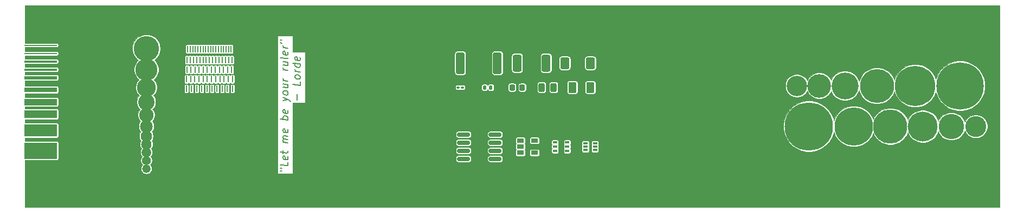
<source format=gbr>
G04 #@! TF.GenerationSoftware,KiCad,Pcbnew,(6.0.0)*
G04 #@! TF.CreationDate,2022-05-01T21:30:31-04:00*
G04 #@! TF.ProjectId,ruler,72756c65-722e-46b6-9963-61645f706362,0.1*
G04 #@! TF.SameCoordinates,Original*
G04 #@! TF.FileFunction,Copper,L1,Top*
G04 #@! TF.FilePolarity,Positive*
%FSLAX46Y46*%
G04 Gerber Fmt 4.6, Leading zero omitted, Abs format (unit mm)*
G04 Created by KiCad (PCBNEW (6.0.0)) date 2022-05-01 21:30:31*
%MOMM*%
%LPD*%
G01*
G04 APERTURE LIST*
G04 Aperture macros list*
%AMRoundRect*
0 Rectangle with rounded corners*
0 $1 Rounding radius*
0 $2 $3 $4 $5 $6 $7 $8 $9 X,Y pos of 4 corners*
0 Add a 4 corners polygon primitive as box body*
4,1,4,$2,$3,$4,$5,$6,$7,$8,$9,$2,$3,0*
0 Add four circle primitives for the rounded corners*
1,1,$1+$1,$2,$3*
1,1,$1+$1,$4,$5*
1,1,$1+$1,$6,$7*
1,1,$1+$1,$8,$9*
0 Add four rect primitives between the rounded corners*
20,1,$1+$1,$2,$3,$4,$5,0*
20,1,$1+$1,$4,$5,$6,$7,0*
20,1,$1+$1,$6,$7,$8,$9,0*
20,1,$1+$1,$8,$9,$2,$3,0*%
G04 Aperture macros list end*
%ADD10C,0.200000*%
G04 #@! TA.AperFunction,NonConductor*
%ADD11C,0.200000*%
G04 #@! TD*
G04 #@! TA.AperFunction,SMDPad,CuDef*
%ADD12R,1.060000X0.650000*%
G04 #@! TD*
G04 #@! TA.AperFunction,SMDPad,CuDef*
%ADD13RoundRect,0.150000X-0.825000X-0.150000X0.825000X-0.150000X0.825000X0.150000X-0.825000X0.150000X0*%
G04 #@! TD*
G04 #@! TA.AperFunction,SMDPad,CuDef*
%ADD14R,0.650000X0.400000*%
G04 #@! TD*
G04 #@! TA.AperFunction,SMDPad,CuDef*
%ADD15R,0.700000X0.400000*%
G04 #@! TD*
G04 #@! TA.AperFunction,ComponentPad*
%ADD16C,7.400000*%
G04 #@! TD*
G04 #@! TA.AperFunction,ComponentPad*
%ADD17C,5.300000*%
G04 #@! TD*
G04 #@! TA.AperFunction,ComponentPad*
%ADD18C,4.200000*%
G04 #@! TD*
G04 #@! TA.AperFunction,ComponentPad*
%ADD19C,3.200000*%
G04 #@! TD*
G04 #@! TA.AperFunction,ComponentPad*
%ADD20C,3.700000*%
G04 #@! TD*
G04 #@! TA.AperFunction,ComponentPad*
%ADD21C,6.300000*%
G04 #@! TD*
G04 #@! TA.AperFunction,ComponentPad*
%ADD22C,7.543800*%
G04 #@! TD*
G04 #@! TA.AperFunction,ComponentPad*
%ADD23C,5.994400*%
G04 #@! TD*
G04 #@! TA.AperFunction,ComponentPad*
%ADD24C,4.673600*%
G04 #@! TD*
G04 #@! TA.AperFunction,ComponentPad*
%ADD25C,3.276600*%
G04 #@! TD*
G04 #@! TA.AperFunction,ComponentPad*
%ADD26C,3.962400*%
G04 #@! TD*
G04 #@! TA.AperFunction,ComponentPad*
%ADD27C,5.334000*%
G04 #@! TD*
G04 #@! TA.AperFunction,SMDPad,CuDef*
%ADD28R,5.080000X1.016000*%
G04 #@! TD*
G04 #@! TA.AperFunction,SMDPad,CuDef*
%ADD29R,5.080000X0.304800*%
G04 #@! TD*
G04 #@! TA.AperFunction,SMDPad,CuDef*
%ADD30R,5.080000X0.381000*%
G04 #@! TD*
G04 #@! TA.AperFunction,SMDPad,CuDef*
%ADD31R,5.080000X0.254000*%
G04 #@! TD*
G04 #@! TA.AperFunction,SMDPad,CuDef*
%ADD32R,5.080000X1.270000*%
G04 #@! TD*
G04 #@! TA.AperFunction,SMDPad,CuDef*
%ADD33R,5.080000X0.203200*%
G04 #@! TD*
G04 #@! TA.AperFunction,SMDPad,CuDef*
%ADD34R,5.080000X2.540000*%
G04 #@! TD*
G04 #@! TA.AperFunction,SMDPad,CuDef*
%ADD35R,5.080000X0.508000*%
G04 #@! TD*
G04 #@! TA.AperFunction,SMDPad,CuDef*
%ADD36R,5.080000X0.762000*%
G04 #@! TD*
G04 #@! TA.AperFunction,SMDPad,CuDef*
%ADD37R,5.080000X1.905000*%
G04 #@! TD*
G04 #@! TA.AperFunction,ComponentPad*
%ADD38C,2.946400*%
G04 #@! TD*
G04 #@! TA.AperFunction,ComponentPad*
%ADD39C,1.397000*%
G04 #@! TD*
G04 #@! TA.AperFunction,ComponentPad*
%ADD40C,3.454400*%
G04 #@! TD*
G04 #@! TA.AperFunction,ComponentPad*
%ADD41C,1.625600*%
G04 #@! TD*
G04 #@! TA.AperFunction,ComponentPad*
%ADD42C,1.320800*%
G04 #@! TD*
G04 #@! TA.AperFunction,ComponentPad*
%ADD43C,1.498600*%
G04 #@! TD*
G04 #@! TA.AperFunction,ComponentPad*
%ADD44C,2.235200*%
G04 #@! TD*
G04 #@! TA.AperFunction,ComponentPad*
%ADD45C,1.981200*%
G04 #@! TD*
G04 #@! TA.AperFunction,ComponentPad*
%ADD46C,1.778000*%
G04 #@! TD*
G04 #@! TA.AperFunction,ComponentPad*
%ADD47C,2.540000*%
G04 #@! TD*
G04 #@! TA.AperFunction,SMDPad,CuDef*
%ADD48R,0.250000X1.000000*%
G04 #@! TD*
G04 #@! TA.AperFunction,SMDPad,CuDef*
%ADD49RoundRect,0.250000X-0.425000X-1.425000X0.425000X-1.425000X0.425000X1.425000X-0.425000X1.425000X0*%
G04 #@! TD*
G04 #@! TA.AperFunction,SMDPad,CuDef*
%ADD50RoundRect,0.147500X-0.147500X-0.172500X0.147500X-0.172500X0.147500X0.172500X-0.147500X0.172500X0*%
G04 #@! TD*
G04 #@! TA.AperFunction,SMDPad,CuDef*
%ADD51RoundRect,0.243750X-0.243750X-0.456250X0.243750X-0.456250X0.243750X0.456250X-0.243750X0.456250X0*%
G04 #@! TD*
G04 #@! TA.AperFunction,SMDPad,CuDef*
%ADD52RoundRect,0.100000X-0.130000X-0.100000X0.130000X-0.100000X0.130000X0.100000X-0.130000X0.100000X0*%
G04 #@! TD*
G04 #@! TA.AperFunction,SMDPad,CuDef*
%ADD53RoundRect,0.218750X-0.218750X-0.256250X0.218750X-0.256250X0.218750X0.256250X-0.218750X0.256250X0*%
G04 #@! TD*
G04 #@! TA.AperFunction,SMDPad,CuDef*
%ADD54RoundRect,0.249999X-0.450001X-0.650001X0.450001X-0.650001X0.450001X0.650001X-0.450001X0.650001X0*%
G04 #@! TD*
G04 #@! TA.AperFunction,SMDPad,CuDef*
%ADD55RoundRect,0.250000X-0.425000X-1.075000X0.425000X-1.075000X0.425000X1.075000X-0.425000X1.075000X0*%
G04 #@! TD*
G04 #@! TA.AperFunction,SMDPad,CuDef*
%ADD56RoundRect,0.250000X-0.375000X-0.625000X0.375000X-0.625000X0.375000X0.625000X-0.375000X0.625000X0*%
G04 #@! TD*
G04 #@! TA.AperFunction,NonConductor*
%ADD57C,0.025400*%
G04 #@! TD*
G04 APERTURE END LIST*
D10*
D11*
X118830714Y-91155785D02*
X118830714Y-90241500D01*
X119287857Y-88241500D02*
X119287857Y-88812928D01*
X118087857Y-88662928D01*
X119287857Y-87670071D02*
X119230714Y-87777214D01*
X119173571Y-87827214D01*
X119059285Y-87870071D01*
X118716428Y-87827214D01*
X118602142Y-87755785D01*
X118545000Y-87691500D01*
X118487857Y-87570071D01*
X118487857Y-87398642D01*
X118545000Y-87291500D01*
X118602142Y-87241500D01*
X118716428Y-87198642D01*
X119059285Y-87241500D01*
X119173571Y-87312928D01*
X119230714Y-87377214D01*
X119287857Y-87498642D01*
X119287857Y-87670071D01*
X119287857Y-86755785D02*
X118487857Y-86655785D01*
X118716428Y-86684357D02*
X118602142Y-86612928D01*
X118545000Y-86548642D01*
X118487857Y-86427214D01*
X118487857Y-86312928D01*
X119287857Y-85498642D02*
X118087857Y-85348642D01*
X119230714Y-85491500D02*
X119287857Y-85612928D01*
X119287857Y-85841500D01*
X119230714Y-85948642D01*
X119173571Y-85998642D01*
X119059285Y-86041500D01*
X118716428Y-85998642D01*
X118602142Y-85927214D01*
X118545000Y-85862928D01*
X118487857Y-85741500D01*
X118487857Y-85512928D01*
X118545000Y-85405785D01*
X119230714Y-84462928D02*
X119287857Y-84584357D01*
X119287857Y-84812928D01*
X119230714Y-84920071D01*
X119116428Y-84962928D01*
X118659285Y-84905785D01*
X118545000Y-84834357D01*
X118487857Y-84712928D01*
X118487857Y-84484357D01*
X118545000Y-84377214D01*
X118659285Y-84334357D01*
X118773571Y-84348642D01*
X118887857Y-84934357D01*
D10*
D11*
X116182857Y-102237214D02*
X116411428Y-102265785D01*
X116182857Y-101780071D02*
X116411428Y-101808642D01*
X117382857Y-100844357D02*
X117382857Y-101415785D01*
X116182857Y-101265785D01*
X117325714Y-99980071D02*
X117382857Y-100101500D01*
X117382857Y-100330071D01*
X117325714Y-100437214D01*
X117211428Y-100480071D01*
X116754285Y-100422928D01*
X116640000Y-100351500D01*
X116582857Y-100230071D01*
X116582857Y-100001500D01*
X116640000Y-99894357D01*
X116754285Y-99851500D01*
X116868571Y-99865785D01*
X116982857Y-100451500D01*
X116582857Y-99487214D02*
X116582857Y-99030071D01*
X116182857Y-99265785D02*
X117211428Y-99394357D01*
X117325714Y-99351500D01*
X117382857Y-99244357D01*
X117382857Y-99130071D01*
X117382857Y-97815785D02*
X116582857Y-97715785D01*
X116697142Y-97730071D02*
X116640000Y-97665785D01*
X116582857Y-97544357D01*
X116582857Y-97372928D01*
X116640000Y-97265785D01*
X116754285Y-97222928D01*
X117382857Y-97301500D01*
X116754285Y-97222928D02*
X116640000Y-97151500D01*
X116582857Y-97030071D01*
X116582857Y-96858642D01*
X116640000Y-96751500D01*
X116754285Y-96708642D01*
X117382857Y-96787214D01*
X117325714Y-95751500D02*
X117382857Y-95872928D01*
X117382857Y-96101500D01*
X117325714Y-96208642D01*
X117211428Y-96251500D01*
X116754285Y-96194357D01*
X116640000Y-96122928D01*
X116582857Y-96001500D01*
X116582857Y-95772928D01*
X116640000Y-95665785D01*
X116754285Y-95622928D01*
X116868571Y-95637214D01*
X116982857Y-96222928D01*
X117382857Y-94272928D02*
X116182857Y-94122928D01*
X116640000Y-94180071D02*
X116582857Y-94058642D01*
X116582857Y-93830071D01*
X116640000Y-93722928D01*
X116697142Y-93672928D01*
X116811428Y-93630071D01*
X117154285Y-93672928D01*
X117268571Y-93744357D01*
X117325714Y-93808642D01*
X117382857Y-93930071D01*
X117382857Y-94158642D01*
X117325714Y-94265785D01*
X117325714Y-92722928D02*
X117382857Y-92844357D01*
X117382857Y-93072928D01*
X117325714Y-93180071D01*
X117211428Y-93222928D01*
X116754285Y-93165785D01*
X116640000Y-93094357D01*
X116582857Y-92972928D01*
X116582857Y-92744357D01*
X116640000Y-92637214D01*
X116754285Y-92594357D01*
X116868571Y-92608642D01*
X116982857Y-93194357D01*
X116582857Y-91258642D02*
X117382857Y-91072928D01*
X116582857Y-90687214D02*
X117382857Y-91072928D01*
X117668571Y-91222928D01*
X117725714Y-91287214D01*
X117782857Y-91408642D01*
X117382857Y-90158642D02*
X117325714Y-90265785D01*
X117268571Y-90315785D01*
X117154285Y-90358642D01*
X116811428Y-90315785D01*
X116697142Y-90244357D01*
X116640000Y-90180071D01*
X116582857Y-90058642D01*
X116582857Y-89887214D01*
X116640000Y-89780071D01*
X116697142Y-89730071D01*
X116811428Y-89687214D01*
X117154285Y-89730071D01*
X117268571Y-89801500D01*
X117325714Y-89865785D01*
X117382857Y-89987214D01*
X117382857Y-90158642D01*
X116582857Y-88630071D02*
X117382857Y-88730071D01*
X116582857Y-89144357D02*
X117211428Y-89222928D01*
X117325714Y-89180071D01*
X117382857Y-89072928D01*
X117382857Y-88901500D01*
X117325714Y-88780071D01*
X117268571Y-88715785D01*
X117382857Y-88158642D02*
X116582857Y-88058642D01*
X116811428Y-88087214D02*
X116697142Y-88015785D01*
X116640000Y-87951500D01*
X116582857Y-87830071D01*
X116582857Y-87715785D01*
X117382857Y-86501500D02*
X116582857Y-86401500D01*
X116811428Y-86430071D02*
X116697142Y-86358642D01*
X116640000Y-86294357D01*
X116582857Y-86172928D01*
X116582857Y-86058642D01*
X116582857Y-85144357D02*
X117382857Y-85244357D01*
X116582857Y-85658642D02*
X117211428Y-85737214D01*
X117325714Y-85694357D01*
X117382857Y-85587214D01*
X117382857Y-85415785D01*
X117325714Y-85294357D01*
X117268571Y-85230071D01*
X117382857Y-84501499D02*
X117325714Y-84608642D01*
X117211428Y-84651499D01*
X116182857Y-84522928D01*
X117325714Y-83580071D02*
X117382857Y-83701499D01*
X117382857Y-83930071D01*
X117325714Y-84037214D01*
X117211428Y-84080071D01*
X116754285Y-84022928D01*
X116640000Y-83951499D01*
X116582857Y-83830071D01*
X116582857Y-83601499D01*
X116640000Y-83494357D01*
X116754285Y-83451499D01*
X116868571Y-83465785D01*
X116982857Y-84051499D01*
X117382857Y-83015785D02*
X116582857Y-82915785D01*
X116811428Y-82944357D02*
X116697142Y-82872928D01*
X116640000Y-82808642D01*
X116582857Y-82687214D01*
X116582857Y-82572928D01*
X116182857Y-82180071D02*
X116411428Y-82208642D01*
X116182857Y-81722928D02*
X116411428Y-81751499D01*
D12*
X153670000Y-97475000D03*
X153670000Y-98425000D03*
X153670000Y-99375000D03*
X155870000Y-99375000D03*
X155870000Y-97475000D03*
D13*
X144780000Y-96520000D03*
X144780000Y-97790000D03*
X144780000Y-99060000D03*
X144780000Y-100330000D03*
X149730000Y-100330000D03*
X149730000Y-99060000D03*
X149730000Y-97790000D03*
X149730000Y-96520000D03*
D14*
X159070000Y-97775000D03*
X159070000Y-98425000D03*
X159070000Y-99075000D03*
X160970000Y-99075000D03*
X160970000Y-98425000D03*
X160970000Y-97775000D03*
D15*
X163830000Y-97925000D03*
X163830000Y-98425000D03*
X163830000Y-98925000D03*
X165330000Y-98925000D03*
X165330000Y-98425000D03*
X165330000Y-97925000D03*
D16*
X222350000Y-88900000D03*
D17*
X209350000Y-88900000D03*
D18*
X204350000Y-88900000D03*
D19*
X196850000Y-88900000D03*
D20*
X200350000Y-88900000D03*
D21*
X215350000Y-88900000D03*
D22*
X198755000Y-95250000D03*
D23*
X205740000Y-95250000D03*
D24*
X216535000Y-95250000D03*
D25*
X224790000Y-95250000D03*
D26*
X220980000Y-95250000D03*
D27*
X211455000Y-95250000D03*
D28*
X78740000Y-91440000D03*
D29*
X78740000Y-85090000D03*
D30*
X78740000Y-86360000D03*
D31*
X78740000Y-83820000D03*
D32*
X78740000Y-93345000D03*
D33*
X78740000Y-82550000D03*
D34*
X78740000Y-99060000D03*
D35*
X78740000Y-87630000D03*
D36*
X78740000Y-89535000D03*
D37*
X78740000Y-95885000D03*
D38*
X95250000Y-89154000D03*
D26*
X95250000Y-83058000D03*
D39*
X95250000Y-100584000D03*
D40*
X95250000Y-86360000D03*
D41*
X95250000Y-98044000D03*
D42*
X95250000Y-101854000D03*
D43*
X95250000Y-99314000D03*
D44*
X95250000Y-93472000D03*
D45*
X95250000Y-95250000D03*
D46*
X95250000Y-96774000D03*
D47*
X95250000Y-91440000D03*
D48*
X106725000Y-87860000D03*
X102175000Y-87860000D03*
X106075000Y-87860000D03*
X106100000Y-83160000D03*
X107900000Y-89360000D03*
X104140000Y-86360000D03*
X102825000Y-87860000D03*
X107315000Y-86360000D03*
X106600000Y-84860000D03*
X105410000Y-86360000D03*
X101700000Y-83160000D03*
X106680000Y-86360000D03*
X102600000Y-84860000D03*
X103300000Y-83160000D03*
X102235000Y-86360000D03*
X107700000Y-83160000D03*
X104700000Y-89360000D03*
X101500000Y-89360000D03*
X104100000Y-83160000D03*
X107300000Y-83160000D03*
X103900000Y-89360000D03*
X104100000Y-84860000D03*
X103600000Y-84860000D03*
X102500000Y-83160000D03*
X106045000Y-86360000D03*
X108675000Y-87860000D03*
X101600000Y-84860000D03*
X108600000Y-84860000D03*
X105700000Y-83160000D03*
X105300000Y-83160000D03*
X102100000Y-83160000D03*
X104900000Y-83160000D03*
X107100000Y-84860000D03*
X104775000Y-87860000D03*
X101525000Y-87860000D03*
X108700000Y-89360000D03*
X105600000Y-84860000D03*
X108100000Y-84860000D03*
X106300000Y-89360000D03*
X101600000Y-86360000D03*
X103100000Y-89360000D03*
X104775000Y-86360000D03*
X103505000Y-86360000D03*
X102870000Y-86360000D03*
X108025000Y-87860000D03*
X105100000Y-84860000D03*
X104125000Y-87860000D03*
X108585000Y-86360000D03*
X103100000Y-84860000D03*
X106500000Y-83160000D03*
X107600000Y-84860000D03*
X102300000Y-89360000D03*
X107100000Y-89360000D03*
X107375000Y-87860000D03*
X105425000Y-87860000D03*
X104600000Y-84860000D03*
X103475000Y-87860000D03*
X108100000Y-83160000D03*
X103700000Y-83160000D03*
X108500000Y-83160000D03*
X105500000Y-89360000D03*
X106100000Y-84860000D03*
X102900000Y-83160000D03*
X104500000Y-83160000D03*
X102100000Y-84860000D03*
X107950000Y-86360000D03*
X106900000Y-83160000D03*
D49*
X144272000Y-85344000D03*
X150072000Y-85344000D03*
D50*
X148082000Y-89154000D03*
X149052000Y-89154000D03*
D51*
X156972000Y-89154000D03*
X158847000Y-89154000D03*
D52*
X143952000Y-89154000D03*
X144592000Y-89154000D03*
D53*
X152374500Y-89154000D03*
X153949500Y-89154000D03*
D54*
X160592000Y-85344000D03*
X164592000Y-85344000D03*
D55*
X153162000Y-85344000D03*
X157662000Y-85344000D03*
D56*
X161792000Y-89154000D03*
X164592000Y-89154000D03*
D57*
X228511900Y-107861900D02*
X76288100Y-107861900D01*
X76288100Y-100543729D01*
X81280000Y-100543729D01*
X81321696Y-100539622D01*
X81361791Y-100527460D01*
X81398741Y-100507709D01*
X81431129Y-100481129D01*
X81457709Y-100448741D01*
X81477460Y-100411791D01*
X81489622Y-100371696D01*
X81493729Y-100330000D01*
X81493729Y-97790000D01*
X81489622Y-97748304D01*
X81477460Y-97708209D01*
X81457709Y-97671259D01*
X81431129Y-97638871D01*
X81398741Y-97612291D01*
X81361791Y-97592540D01*
X81321696Y-97580378D01*
X81280000Y-97576271D01*
X76288100Y-97576271D01*
X76288100Y-97051229D01*
X81280000Y-97051229D01*
X81321696Y-97047122D01*
X81361791Y-97034960D01*
X81398741Y-97015209D01*
X81431129Y-96988629D01*
X81457709Y-96956241D01*
X81477460Y-96919291D01*
X81489622Y-96879196D01*
X81493729Y-96837500D01*
X81493729Y-94932500D01*
X81489622Y-94890804D01*
X81477460Y-94850709D01*
X81457709Y-94813759D01*
X81431129Y-94781371D01*
X81398741Y-94754791D01*
X81361791Y-94735040D01*
X81321696Y-94722878D01*
X81280000Y-94718771D01*
X76288100Y-94718771D01*
X76288100Y-94193729D01*
X81280000Y-94193729D01*
X81321696Y-94189622D01*
X81361791Y-94177460D01*
X81398741Y-94157709D01*
X81431129Y-94131129D01*
X81457709Y-94098741D01*
X81477460Y-94061791D01*
X81489622Y-94021696D01*
X81493729Y-93980000D01*
X81493729Y-92710000D01*
X81489622Y-92668304D01*
X81477460Y-92628209D01*
X81457709Y-92591259D01*
X81431129Y-92558871D01*
X81398741Y-92532291D01*
X81361791Y-92512540D01*
X81321696Y-92500378D01*
X81280000Y-92496271D01*
X76288100Y-92496271D01*
X76288100Y-92161729D01*
X81280000Y-92161729D01*
X81321696Y-92157622D01*
X81361791Y-92145460D01*
X81398741Y-92125709D01*
X81431129Y-92099129D01*
X81457709Y-92066741D01*
X81477460Y-92029791D01*
X81489622Y-91989696D01*
X81493729Y-91948000D01*
X81493729Y-90932000D01*
X81489622Y-90890304D01*
X81477460Y-90850209D01*
X81457709Y-90813259D01*
X81431129Y-90780871D01*
X81398741Y-90754291D01*
X81361791Y-90734540D01*
X81321696Y-90722378D01*
X81280000Y-90718271D01*
X76288100Y-90718271D01*
X76288100Y-90129729D01*
X81280000Y-90129729D01*
X81321696Y-90125622D01*
X81361791Y-90113460D01*
X81398741Y-90093709D01*
X81431129Y-90067129D01*
X81457709Y-90034741D01*
X81477460Y-89997791D01*
X81489622Y-89957696D01*
X81493729Y-89916000D01*
X81493729Y-89154000D01*
X81489622Y-89112304D01*
X81477460Y-89072209D01*
X81457709Y-89035259D01*
X81431129Y-89002871D01*
X81398741Y-88976291D01*
X81361791Y-88956540D01*
X81321696Y-88944378D01*
X81280000Y-88940271D01*
X76288100Y-88940271D01*
X76288100Y-88097729D01*
X81280000Y-88097729D01*
X81321696Y-88093622D01*
X81361791Y-88081460D01*
X81398741Y-88061709D01*
X81431129Y-88035129D01*
X81457709Y-88002741D01*
X81477460Y-87965791D01*
X81489622Y-87925696D01*
X81493729Y-87884000D01*
X81493729Y-87376000D01*
X81489622Y-87334304D01*
X81477460Y-87294209D01*
X81457709Y-87257259D01*
X81431129Y-87224871D01*
X81398741Y-87198291D01*
X81361791Y-87178540D01*
X81321696Y-87166378D01*
X81280000Y-87162271D01*
X76288100Y-87162271D01*
X76288100Y-86764229D01*
X81280000Y-86764229D01*
X81321696Y-86760122D01*
X81361791Y-86747960D01*
X81398741Y-86728209D01*
X81431129Y-86701629D01*
X81457709Y-86669241D01*
X81477460Y-86632291D01*
X81489622Y-86592196D01*
X81493729Y-86550500D01*
X81493729Y-86169500D01*
X81489622Y-86127804D01*
X81477460Y-86087709D01*
X81457709Y-86050759D01*
X81431129Y-86018371D01*
X81398741Y-85991791D01*
X81361791Y-85972040D01*
X81321696Y-85959878D01*
X81280000Y-85955771D01*
X76288100Y-85955771D01*
X76288100Y-85456129D01*
X81280000Y-85456129D01*
X81321696Y-85452022D01*
X81361791Y-85439860D01*
X81398741Y-85420109D01*
X81431129Y-85393529D01*
X81457709Y-85361141D01*
X81477460Y-85324191D01*
X81489622Y-85284096D01*
X81493729Y-85242400D01*
X81493729Y-84937600D01*
X81489622Y-84895904D01*
X81477460Y-84855809D01*
X81457709Y-84818859D01*
X81431129Y-84786471D01*
X81398741Y-84759891D01*
X81361791Y-84740140D01*
X81321696Y-84727978D01*
X81280000Y-84723871D01*
X76288100Y-84723871D01*
X76288100Y-84160729D01*
X81280000Y-84160729D01*
X81321696Y-84156622D01*
X81361791Y-84144460D01*
X81398741Y-84124709D01*
X81431129Y-84098129D01*
X81457709Y-84065741D01*
X81477460Y-84028791D01*
X81489622Y-83988696D01*
X81493729Y-83947000D01*
X81493729Y-83693000D01*
X81489622Y-83651304D01*
X81477460Y-83611209D01*
X81457709Y-83574259D01*
X81431129Y-83541871D01*
X81398741Y-83515291D01*
X81361791Y-83495540D01*
X81321696Y-83483378D01*
X81280000Y-83479271D01*
X76288100Y-83479271D01*
X76288100Y-82865329D01*
X81280000Y-82865329D01*
X81321696Y-82861222D01*
X81361791Y-82849060D01*
X81375148Y-82841920D01*
X93056100Y-82841920D01*
X93056100Y-83274080D01*
X93140411Y-83697937D01*
X93305791Y-84097201D01*
X93545887Y-84456530D01*
X93851470Y-84762113D01*
X94003123Y-84863445D01*
X93743182Y-85123386D01*
X93530883Y-85441113D01*
X93384650Y-85794152D01*
X93310100Y-86168937D01*
X93310100Y-86551063D01*
X93384650Y-86925848D01*
X93530883Y-87278887D01*
X93743182Y-87596614D01*
X94013386Y-87866818D01*
X94097054Y-87922724D01*
X93940476Y-88079302D01*
X93755975Y-88355427D01*
X93628889Y-88662241D01*
X93564100Y-88987953D01*
X93564100Y-89320047D01*
X93628889Y-89645759D01*
X93755975Y-89952573D01*
X93940476Y-90228698D01*
X94152462Y-90440684D01*
X94098312Y-90494834D01*
X93936048Y-90737678D01*
X93824279Y-91007512D01*
X93767300Y-91293967D01*
X93767300Y-91586033D01*
X93824279Y-91872488D01*
X93936048Y-92142322D01*
X94098312Y-92385166D01*
X94276909Y-92563763D01*
X94216688Y-92623983D01*
X94071103Y-92841867D01*
X93970822Y-93083966D01*
X93919700Y-93340977D01*
X93919700Y-93603023D01*
X93970822Y-93860034D01*
X94071103Y-94102133D01*
X94216688Y-94320017D01*
X94347474Y-94450803D01*
X94315336Y-94482941D01*
X94183650Y-94680024D01*
X94092942Y-94899010D01*
X94046700Y-95131485D01*
X94046700Y-95368515D01*
X94092942Y-95600990D01*
X94183650Y-95819976D01*
X94315336Y-96017059D01*
X94384532Y-96086255D01*
X94273686Y-96252149D01*
X94190637Y-96452646D01*
X94148300Y-96665492D01*
X94148300Y-96882508D01*
X94190637Y-97095354D01*
X94273686Y-97295851D01*
X94394253Y-97476293D01*
X94395283Y-97477323D01*
X94341214Y-97558244D01*
X94263909Y-97744873D01*
X94224500Y-97942997D01*
X94224500Y-98145003D01*
X94263909Y-98343127D01*
X94341214Y-98529756D01*
X94453442Y-98697718D01*
X94484228Y-98728504D01*
X94397486Y-98858322D01*
X94324969Y-99033395D01*
X94288000Y-99219251D01*
X94288000Y-99408749D01*
X94324969Y-99594605D01*
X94397486Y-99769678D01*
X94502766Y-99927239D01*
X94560448Y-99984921D01*
X94542225Y-100003144D01*
X94442505Y-100152385D01*
X94373817Y-100318213D01*
X94338800Y-100494255D01*
X94338800Y-100673745D01*
X94373817Y-100849787D01*
X94442505Y-101015615D01*
X94542225Y-101164856D01*
X94623310Y-101245941D01*
X94571819Y-101297431D01*
X94476268Y-101440432D01*
X94410452Y-101599326D01*
X94376900Y-101768007D01*
X94376900Y-101939993D01*
X94410452Y-102108674D01*
X94476268Y-102267568D01*
X94571819Y-102410569D01*
X94693431Y-102532181D01*
X94836432Y-102627732D01*
X94995326Y-102693548D01*
X95164007Y-102727100D01*
X95335993Y-102727100D01*
X95504674Y-102693548D01*
X95663568Y-102627732D01*
X95806569Y-102532181D01*
X95928181Y-102410569D01*
X96023732Y-102267568D01*
X96089548Y-102108674D01*
X96123100Y-101939993D01*
X96123100Y-101768007D01*
X96089548Y-101599326D01*
X96023732Y-101440432D01*
X95928181Y-101297431D01*
X95876691Y-101245941D01*
X95957775Y-101164856D01*
X96057495Y-101015615D01*
X96126183Y-100849787D01*
X96161200Y-100673745D01*
X96161200Y-100494255D01*
X96126183Y-100318213D01*
X96057495Y-100152385D01*
X95957775Y-100003144D01*
X95939552Y-99984921D01*
X95997234Y-99927239D01*
X96102514Y-99769678D01*
X96175031Y-99594605D01*
X96212000Y-99408749D01*
X96212000Y-99219251D01*
X96175031Y-99033395D01*
X96102514Y-98858322D01*
X96015772Y-98728504D01*
X96046558Y-98697718D01*
X96158786Y-98529756D01*
X96236091Y-98343127D01*
X96275500Y-98145003D01*
X96275500Y-97942997D01*
X96236091Y-97744873D01*
X96158786Y-97558244D01*
X96104717Y-97477323D01*
X96105747Y-97476293D01*
X96226314Y-97295851D01*
X96309363Y-97095354D01*
X96351700Y-96882508D01*
X96351700Y-96665492D01*
X96309363Y-96452646D01*
X96226314Y-96252149D01*
X96115468Y-96086255D01*
X96184664Y-96017059D01*
X96316350Y-95819976D01*
X96407058Y-95600990D01*
X96453300Y-95368515D01*
X96453300Y-95131485D01*
X96407058Y-94899010D01*
X96316350Y-94680024D01*
X96184664Y-94482941D01*
X96152526Y-94450803D01*
X96283312Y-94320017D01*
X96428897Y-94102133D01*
X96529178Y-93860034D01*
X96580300Y-93603023D01*
X96580300Y-93340977D01*
X96529178Y-93083966D01*
X96428897Y-92841867D01*
X96283312Y-92623983D01*
X96223092Y-92563763D01*
X96401688Y-92385166D01*
X96563952Y-92142322D01*
X96675721Y-91872488D01*
X96732700Y-91586033D01*
X96732700Y-91293967D01*
X96675721Y-91007512D01*
X96563952Y-90737678D01*
X96401688Y-90494834D01*
X96347538Y-90440684D01*
X96559524Y-90228698D01*
X96744025Y-89952573D01*
X96871111Y-89645759D01*
X96935900Y-89320047D01*
X96935900Y-88987953D01*
X96910449Y-88860000D01*
X101161271Y-88860000D01*
X101161271Y-89860000D01*
X101165378Y-89901696D01*
X101177540Y-89941791D01*
X101197291Y-89978741D01*
X101223871Y-90011129D01*
X101256259Y-90037709D01*
X101293209Y-90057460D01*
X101333304Y-90069622D01*
X101375000Y-90073729D01*
X101625000Y-90073729D01*
X101666696Y-90069622D01*
X101706791Y-90057460D01*
X101743741Y-90037709D01*
X101776129Y-90011129D01*
X101802709Y-89978741D01*
X101822460Y-89941791D01*
X101834622Y-89901696D01*
X101838729Y-89860000D01*
X101838729Y-88860000D01*
X101961271Y-88860000D01*
X101961271Y-89860000D01*
X101965378Y-89901696D01*
X101977540Y-89941791D01*
X101997291Y-89978741D01*
X102023871Y-90011129D01*
X102056259Y-90037709D01*
X102093209Y-90057460D01*
X102133304Y-90069622D01*
X102175000Y-90073729D01*
X102425000Y-90073729D01*
X102466696Y-90069622D01*
X102506791Y-90057460D01*
X102543741Y-90037709D01*
X102576129Y-90011129D01*
X102602709Y-89978741D01*
X102622460Y-89941791D01*
X102634622Y-89901696D01*
X102638729Y-89860000D01*
X102638729Y-88860000D01*
X102761271Y-88860000D01*
X102761271Y-89860000D01*
X102765378Y-89901696D01*
X102777540Y-89941791D01*
X102797291Y-89978741D01*
X102823871Y-90011129D01*
X102856259Y-90037709D01*
X102893209Y-90057460D01*
X102933304Y-90069622D01*
X102975000Y-90073729D01*
X103225000Y-90073729D01*
X103266696Y-90069622D01*
X103306791Y-90057460D01*
X103343741Y-90037709D01*
X103376129Y-90011129D01*
X103402709Y-89978741D01*
X103422460Y-89941791D01*
X103434622Y-89901696D01*
X103438729Y-89860000D01*
X103438729Y-88860000D01*
X103561271Y-88860000D01*
X103561271Y-89860000D01*
X103565378Y-89901696D01*
X103577540Y-89941791D01*
X103597291Y-89978741D01*
X103623871Y-90011129D01*
X103656259Y-90037709D01*
X103693209Y-90057460D01*
X103733304Y-90069622D01*
X103775000Y-90073729D01*
X104025000Y-90073729D01*
X104066696Y-90069622D01*
X104106791Y-90057460D01*
X104143741Y-90037709D01*
X104176129Y-90011129D01*
X104202709Y-89978741D01*
X104222460Y-89941791D01*
X104234622Y-89901696D01*
X104238729Y-89860000D01*
X104238729Y-88860000D01*
X104361271Y-88860000D01*
X104361271Y-89860000D01*
X104365378Y-89901696D01*
X104377540Y-89941791D01*
X104397291Y-89978741D01*
X104423871Y-90011129D01*
X104456259Y-90037709D01*
X104493209Y-90057460D01*
X104533304Y-90069622D01*
X104575000Y-90073729D01*
X104825000Y-90073729D01*
X104866696Y-90069622D01*
X104906791Y-90057460D01*
X104943741Y-90037709D01*
X104976129Y-90011129D01*
X105002709Y-89978741D01*
X105022460Y-89941791D01*
X105034622Y-89901696D01*
X105038729Y-89860000D01*
X105038729Y-88860000D01*
X105161271Y-88860000D01*
X105161271Y-89860000D01*
X105165378Y-89901696D01*
X105177540Y-89941791D01*
X105197291Y-89978741D01*
X105223871Y-90011129D01*
X105256259Y-90037709D01*
X105293209Y-90057460D01*
X105333304Y-90069622D01*
X105375000Y-90073729D01*
X105625000Y-90073729D01*
X105666696Y-90069622D01*
X105706791Y-90057460D01*
X105743741Y-90037709D01*
X105776129Y-90011129D01*
X105802709Y-89978741D01*
X105822460Y-89941791D01*
X105834622Y-89901696D01*
X105838729Y-89860000D01*
X105838729Y-88860000D01*
X105961271Y-88860000D01*
X105961271Y-89860000D01*
X105965378Y-89901696D01*
X105977540Y-89941791D01*
X105997291Y-89978741D01*
X106023871Y-90011129D01*
X106056259Y-90037709D01*
X106093209Y-90057460D01*
X106133304Y-90069622D01*
X106175000Y-90073729D01*
X106425000Y-90073729D01*
X106466696Y-90069622D01*
X106506791Y-90057460D01*
X106543741Y-90037709D01*
X106576129Y-90011129D01*
X106602709Y-89978741D01*
X106622460Y-89941791D01*
X106634622Y-89901696D01*
X106638729Y-89860000D01*
X106638729Y-88860000D01*
X106761271Y-88860000D01*
X106761271Y-89860000D01*
X106765378Y-89901696D01*
X106777540Y-89941791D01*
X106797291Y-89978741D01*
X106823871Y-90011129D01*
X106856259Y-90037709D01*
X106893209Y-90057460D01*
X106933304Y-90069622D01*
X106975000Y-90073729D01*
X107225000Y-90073729D01*
X107266696Y-90069622D01*
X107306791Y-90057460D01*
X107343741Y-90037709D01*
X107376129Y-90011129D01*
X107402709Y-89978741D01*
X107422460Y-89941791D01*
X107434622Y-89901696D01*
X107438729Y-89860000D01*
X107438729Y-88860000D01*
X107561271Y-88860000D01*
X107561271Y-89860000D01*
X107565378Y-89901696D01*
X107577540Y-89941791D01*
X107597291Y-89978741D01*
X107623871Y-90011129D01*
X107656259Y-90037709D01*
X107693209Y-90057460D01*
X107733304Y-90069622D01*
X107775000Y-90073729D01*
X108025000Y-90073729D01*
X108066696Y-90069622D01*
X108106791Y-90057460D01*
X108143741Y-90037709D01*
X108176129Y-90011129D01*
X108202709Y-89978741D01*
X108222460Y-89941791D01*
X108234622Y-89901696D01*
X108238729Y-89860000D01*
X108238729Y-88860000D01*
X108361271Y-88860000D01*
X108361271Y-89860000D01*
X108365378Y-89901696D01*
X108377540Y-89941791D01*
X108397291Y-89978741D01*
X108423871Y-90011129D01*
X108456259Y-90037709D01*
X108493209Y-90057460D01*
X108533304Y-90069622D01*
X108575000Y-90073729D01*
X108825000Y-90073729D01*
X108866696Y-90069622D01*
X108906791Y-90057460D01*
X108943741Y-90037709D01*
X108976129Y-90011129D01*
X109002709Y-89978741D01*
X109022460Y-89941791D01*
X109034622Y-89901696D01*
X109038729Y-89860000D01*
X109038729Y-88860000D01*
X109034622Y-88818304D01*
X109022460Y-88778209D01*
X109002709Y-88741259D01*
X108976129Y-88708871D01*
X108943741Y-88682291D01*
X108906791Y-88662540D01*
X108866696Y-88650378D01*
X108825000Y-88646271D01*
X108575000Y-88646271D01*
X108533304Y-88650378D01*
X108493209Y-88662540D01*
X108456259Y-88682291D01*
X108423871Y-88708871D01*
X108397291Y-88741259D01*
X108377540Y-88778209D01*
X108365378Y-88818304D01*
X108361271Y-88860000D01*
X108238729Y-88860000D01*
X108234622Y-88818304D01*
X108222460Y-88778209D01*
X108202709Y-88741259D01*
X108176129Y-88708871D01*
X108143741Y-88682291D01*
X108106791Y-88662540D01*
X108066696Y-88650378D01*
X108025000Y-88646271D01*
X107775000Y-88646271D01*
X107733304Y-88650378D01*
X107693209Y-88662540D01*
X107656259Y-88682291D01*
X107623871Y-88708871D01*
X107597291Y-88741259D01*
X107577540Y-88778209D01*
X107565378Y-88818304D01*
X107561271Y-88860000D01*
X107438729Y-88860000D01*
X107434622Y-88818304D01*
X107422460Y-88778209D01*
X107402709Y-88741259D01*
X107376129Y-88708871D01*
X107343741Y-88682291D01*
X107306791Y-88662540D01*
X107266696Y-88650378D01*
X107225000Y-88646271D01*
X106975000Y-88646271D01*
X106933304Y-88650378D01*
X106893209Y-88662540D01*
X106856259Y-88682291D01*
X106823871Y-88708871D01*
X106797291Y-88741259D01*
X106777540Y-88778209D01*
X106765378Y-88818304D01*
X106761271Y-88860000D01*
X106638729Y-88860000D01*
X106634622Y-88818304D01*
X106622460Y-88778209D01*
X106602709Y-88741259D01*
X106576129Y-88708871D01*
X106543741Y-88682291D01*
X106506791Y-88662540D01*
X106466696Y-88650378D01*
X106425000Y-88646271D01*
X106175000Y-88646271D01*
X106133304Y-88650378D01*
X106093209Y-88662540D01*
X106056259Y-88682291D01*
X106023871Y-88708871D01*
X105997291Y-88741259D01*
X105977540Y-88778209D01*
X105965378Y-88818304D01*
X105961271Y-88860000D01*
X105838729Y-88860000D01*
X105834622Y-88818304D01*
X105822460Y-88778209D01*
X105802709Y-88741259D01*
X105776129Y-88708871D01*
X105743741Y-88682291D01*
X105706791Y-88662540D01*
X105666696Y-88650378D01*
X105625000Y-88646271D01*
X105375000Y-88646271D01*
X105333304Y-88650378D01*
X105293209Y-88662540D01*
X105256259Y-88682291D01*
X105223871Y-88708871D01*
X105197291Y-88741259D01*
X105177540Y-88778209D01*
X105165378Y-88818304D01*
X105161271Y-88860000D01*
X105038729Y-88860000D01*
X105034622Y-88818304D01*
X105022460Y-88778209D01*
X105002709Y-88741259D01*
X104976129Y-88708871D01*
X104943741Y-88682291D01*
X104906791Y-88662540D01*
X104866696Y-88650378D01*
X104825000Y-88646271D01*
X104575000Y-88646271D01*
X104533304Y-88650378D01*
X104493209Y-88662540D01*
X104456259Y-88682291D01*
X104423871Y-88708871D01*
X104397291Y-88741259D01*
X104377540Y-88778209D01*
X104365378Y-88818304D01*
X104361271Y-88860000D01*
X104238729Y-88860000D01*
X104234622Y-88818304D01*
X104222460Y-88778209D01*
X104202709Y-88741259D01*
X104176129Y-88708871D01*
X104143741Y-88682291D01*
X104106791Y-88662540D01*
X104066696Y-88650378D01*
X104025000Y-88646271D01*
X103775000Y-88646271D01*
X103733304Y-88650378D01*
X103693209Y-88662540D01*
X103656259Y-88682291D01*
X103623871Y-88708871D01*
X103597291Y-88741259D01*
X103577540Y-88778209D01*
X103565378Y-88818304D01*
X103561271Y-88860000D01*
X103438729Y-88860000D01*
X103434622Y-88818304D01*
X103422460Y-88778209D01*
X103402709Y-88741259D01*
X103376129Y-88708871D01*
X103343741Y-88682291D01*
X103306791Y-88662540D01*
X103266696Y-88650378D01*
X103225000Y-88646271D01*
X102975000Y-88646271D01*
X102933304Y-88650378D01*
X102893209Y-88662540D01*
X102856259Y-88682291D01*
X102823871Y-88708871D01*
X102797291Y-88741259D01*
X102777540Y-88778209D01*
X102765378Y-88818304D01*
X102761271Y-88860000D01*
X102638729Y-88860000D01*
X102634622Y-88818304D01*
X102622460Y-88778209D01*
X102602709Y-88741259D01*
X102576129Y-88708871D01*
X102543741Y-88682291D01*
X102506791Y-88662540D01*
X102466696Y-88650378D01*
X102425000Y-88646271D01*
X102175000Y-88646271D01*
X102133304Y-88650378D01*
X102093209Y-88662540D01*
X102056259Y-88682291D01*
X102023871Y-88708871D01*
X101997291Y-88741259D01*
X101977540Y-88778209D01*
X101965378Y-88818304D01*
X101961271Y-88860000D01*
X101838729Y-88860000D01*
X101834622Y-88818304D01*
X101822460Y-88778209D01*
X101802709Y-88741259D01*
X101776129Y-88708871D01*
X101743741Y-88682291D01*
X101706791Y-88662540D01*
X101666696Y-88650378D01*
X101625000Y-88646271D01*
X101375000Y-88646271D01*
X101333304Y-88650378D01*
X101293209Y-88662540D01*
X101256259Y-88682291D01*
X101223871Y-88708871D01*
X101197291Y-88741259D01*
X101177540Y-88778209D01*
X101165378Y-88818304D01*
X101161271Y-88860000D01*
X96910449Y-88860000D01*
X96871111Y-88662241D01*
X96744025Y-88355427D01*
X96559524Y-88079302D01*
X96402946Y-87922724D01*
X96486614Y-87866818D01*
X96756818Y-87596614D01*
X96914918Y-87360000D01*
X101186271Y-87360000D01*
X101186271Y-88360000D01*
X101190378Y-88401696D01*
X101202540Y-88441791D01*
X101222291Y-88478741D01*
X101248871Y-88511129D01*
X101281259Y-88537709D01*
X101318209Y-88557460D01*
X101358304Y-88569622D01*
X101400000Y-88573729D01*
X101650000Y-88573729D01*
X101691696Y-88569622D01*
X101731791Y-88557460D01*
X101768741Y-88537709D01*
X101801129Y-88511129D01*
X101827709Y-88478741D01*
X101847460Y-88441791D01*
X101850000Y-88433417D01*
X101852540Y-88441791D01*
X101872291Y-88478741D01*
X101898871Y-88511129D01*
X101931259Y-88537709D01*
X101968209Y-88557460D01*
X102008304Y-88569622D01*
X102050000Y-88573729D01*
X102300000Y-88573729D01*
X102341696Y-88569622D01*
X102381791Y-88557460D01*
X102418741Y-88537709D01*
X102451129Y-88511129D01*
X102477709Y-88478741D01*
X102497460Y-88441791D01*
X102500000Y-88433417D01*
X102502540Y-88441791D01*
X102522291Y-88478741D01*
X102548871Y-88511129D01*
X102581259Y-88537709D01*
X102618209Y-88557460D01*
X102658304Y-88569622D01*
X102700000Y-88573729D01*
X102950000Y-88573729D01*
X102991696Y-88569622D01*
X103031791Y-88557460D01*
X103068741Y-88537709D01*
X103101129Y-88511129D01*
X103127709Y-88478741D01*
X103147460Y-88441791D01*
X103150000Y-88433417D01*
X103152540Y-88441791D01*
X103172291Y-88478741D01*
X103198871Y-88511129D01*
X103231259Y-88537709D01*
X103268209Y-88557460D01*
X103308304Y-88569622D01*
X103350000Y-88573729D01*
X103600000Y-88573729D01*
X103641696Y-88569622D01*
X103681791Y-88557460D01*
X103718741Y-88537709D01*
X103751129Y-88511129D01*
X103777709Y-88478741D01*
X103797460Y-88441791D01*
X103800000Y-88433417D01*
X103802540Y-88441791D01*
X103822291Y-88478741D01*
X103848871Y-88511129D01*
X103881259Y-88537709D01*
X103918209Y-88557460D01*
X103958304Y-88569622D01*
X104000000Y-88573729D01*
X104250000Y-88573729D01*
X104291696Y-88569622D01*
X104331791Y-88557460D01*
X104368741Y-88537709D01*
X104401129Y-88511129D01*
X104427709Y-88478741D01*
X104447460Y-88441791D01*
X104450000Y-88433417D01*
X104452540Y-88441791D01*
X104472291Y-88478741D01*
X104498871Y-88511129D01*
X104531259Y-88537709D01*
X104568209Y-88557460D01*
X104608304Y-88569622D01*
X104650000Y-88573729D01*
X104900000Y-88573729D01*
X104941696Y-88569622D01*
X104981791Y-88557460D01*
X105018741Y-88537709D01*
X105051129Y-88511129D01*
X105077709Y-88478741D01*
X105097460Y-88441791D01*
X105100000Y-88433417D01*
X105102540Y-88441791D01*
X105122291Y-88478741D01*
X105148871Y-88511129D01*
X105181259Y-88537709D01*
X105218209Y-88557460D01*
X105258304Y-88569622D01*
X105300000Y-88573729D01*
X105550000Y-88573729D01*
X105591696Y-88569622D01*
X105631791Y-88557460D01*
X105668741Y-88537709D01*
X105701129Y-88511129D01*
X105727709Y-88478741D01*
X105747460Y-88441791D01*
X105750000Y-88433417D01*
X105752540Y-88441791D01*
X105772291Y-88478741D01*
X105798871Y-88511129D01*
X105831259Y-88537709D01*
X105868209Y-88557460D01*
X105908304Y-88569622D01*
X105950000Y-88573729D01*
X106200000Y-88573729D01*
X106241696Y-88569622D01*
X106281791Y-88557460D01*
X106318741Y-88537709D01*
X106351129Y-88511129D01*
X106377709Y-88478741D01*
X106397460Y-88441791D01*
X106400000Y-88433417D01*
X106402540Y-88441791D01*
X106422291Y-88478741D01*
X106448871Y-88511129D01*
X106481259Y-88537709D01*
X106518209Y-88557460D01*
X106558304Y-88569622D01*
X106600000Y-88573729D01*
X106850000Y-88573729D01*
X106891696Y-88569622D01*
X106931791Y-88557460D01*
X106968741Y-88537709D01*
X107001129Y-88511129D01*
X107027709Y-88478741D01*
X107047460Y-88441791D01*
X107050000Y-88433417D01*
X107052540Y-88441791D01*
X107072291Y-88478741D01*
X107098871Y-88511129D01*
X107131259Y-88537709D01*
X107168209Y-88557460D01*
X107208304Y-88569622D01*
X107250000Y-88573729D01*
X107500000Y-88573729D01*
X107541696Y-88569622D01*
X107581791Y-88557460D01*
X107618741Y-88537709D01*
X107651129Y-88511129D01*
X107677709Y-88478741D01*
X107697460Y-88441791D01*
X107700000Y-88433417D01*
X107702540Y-88441791D01*
X107722291Y-88478741D01*
X107748871Y-88511129D01*
X107781259Y-88537709D01*
X107818209Y-88557460D01*
X107858304Y-88569622D01*
X107900000Y-88573729D01*
X108150000Y-88573729D01*
X108191696Y-88569622D01*
X108231791Y-88557460D01*
X108268741Y-88537709D01*
X108301129Y-88511129D01*
X108327709Y-88478741D01*
X108347460Y-88441791D01*
X108350000Y-88433417D01*
X108352540Y-88441791D01*
X108372291Y-88478741D01*
X108398871Y-88511129D01*
X108431259Y-88537709D01*
X108468209Y-88557460D01*
X108508304Y-88569622D01*
X108550000Y-88573729D01*
X108800000Y-88573729D01*
X108841696Y-88569622D01*
X108881791Y-88557460D01*
X108918741Y-88537709D01*
X108951129Y-88511129D01*
X108977709Y-88478741D01*
X108997460Y-88441791D01*
X109009622Y-88401696D01*
X109013729Y-88360000D01*
X109013729Y-87360000D01*
X109009622Y-87318304D01*
X108997460Y-87278209D01*
X108977709Y-87241259D01*
X108951129Y-87208871D01*
X108918741Y-87182291D01*
X108881791Y-87162540D01*
X108841696Y-87150378D01*
X108800000Y-87146271D01*
X108550000Y-87146271D01*
X108508304Y-87150378D01*
X108468209Y-87162540D01*
X108431259Y-87182291D01*
X108398871Y-87208871D01*
X108372291Y-87241259D01*
X108352540Y-87278209D01*
X108350000Y-87286583D01*
X108347460Y-87278209D01*
X108327709Y-87241259D01*
X108301129Y-87208871D01*
X108268741Y-87182291D01*
X108231791Y-87162540D01*
X108191696Y-87150378D01*
X108150000Y-87146271D01*
X107900000Y-87146271D01*
X107858304Y-87150378D01*
X107818209Y-87162540D01*
X107781259Y-87182291D01*
X107748871Y-87208871D01*
X107722291Y-87241259D01*
X107702540Y-87278209D01*
X107700000Y-87286583D01*
X107697460Y-87278209D01*
X107677709Y-87241259D01*
X107651129Y-87208871D01*
X107618741Y-87182291D01*
X107581791Y-87162540D01*
X107541696Y-87150378D01*
X107500000Y-87146271D01*
X107250000Y-87146271D01*
X107208304Y-87150378D01*
X107168209Y-87162540D01*
X107131259Y-87182291D01*
X107098871Y-87208871D01*
X107072291Y-87241259D01*
X107052540Y-87278209D01*
X107050000Y-87286583D01*
X107047460Y-87278209D01*
X107027709Y-87241259D01*
X107001129Y-87208871D01*
X106968741Y-87182291D01*
X106931791Y-87162540D01*
X106891696Y-87150378D01*
X106850000Y-87146271D01*
X106600000Y-87146271D01*
X106558304Y-87150378D01*
X106518209Y-87162540D01*
X106481259Y-87182291D01*
X106448871Y-87208871D01*
X106422291Y-87241259D01*
X106402540Y-87278209D01*
X106400000Y-87286583D01*
X106397460Y-87278209D01*
X106377709Y-87241259D01*
X106351129Y-87208871D01*
X106318741Y-87182291D01*
X106281791Y-87162540D01*
X106241696Y-87150378D01*
X106200000Y-87146271D01*
X105950000Y-87146271D01*
X105908304Y-87150378D01*
X105868209Y-87162540D01*
X105831259Y-87182291D01*
X105798871Y-87208871D01*
X105772291Y-87241259D01*
X105752540Y-87278209D01*
X105750000Y-87286583D01*
X105747460Y-87278209D01*
X105727709Y-87241259D01*
X105701129Y-87208871D01*
X105668741Y-87182291D01*
X105631791Y-87162540D01*
X105591696Y-87150378D01*
X105550000Y-87146271D01*
X105300000Y-87146271D01*
X105258304Y-87150378D01*
X105218209Y-87162540D01*
X105181259Y-87182291D01*
X105148871Y-87208871D01*
X105122291Y-87241259D01*
X105102540Y-87278209D01*
X105100000Y-87286583D01*
X105097460Y-87278209D01*
X105077709Y-87241259D01*
X105051129Y-87208871D01*
X105018741Y-87182291D01*
X104981791Y-87162540D01*
X104941696Y-87150378D01*
X104900000Y-87146271D01*
X104650000Y-87146271D01*
X104608304Y-87150378D01*
X104568209Y-87162540D01*
X104531259Y-87182291D01*
X104498871Y-87208871D01*
X104472291Y-87241259D01*
X104452540Y-87278209D01*
X104450000Y-87286583D01*
X104447460Y-87278209D01*
X104427709Y-87241259D01*
X104401129Y-87208871D01*
X104368741Y-87182291D01*
X104331791Y-87162540D01*
X104291696Y-87150378D01*
X104250000Y-87146271D01*
X104000000Y-87146271D01*
X103958304Y-87150378D01*
X103918209Y-87162540D01*
X103881259Y-87182291D01*
X103848871Y-87208871D01*
X103822291Y-87241259D01*
X103802540Y-87278209D01*
X103800000Y-87286583D01*
X103797460Y-87278209D01*
X103777709Y-87241259D01*
X103751129Y-87208871D01*
X103718741Y-87182291D01*
X103681791Y-87162540D01*
X103641696Y-87150378D01*
X103600000Y-87146271D01*
X103350000Y-87146271D01*
X103308304Y-87150378D01*
X103268209Y-87162540D01*
X103231259Y-87182291D01*
X103198871Y-87208871D01*
X103172291Y-87241259D01*
X103152540Y-87278209D01*
X103150000Y-87286583D01*
X103147460Y-87278209D01*
X103127709Y-87241259D01*
X103101129Y-87208871D01*
X103068741Y-87182291D01*
X103031791Y-87162540D01*
X102991696Y-87150378D01*
X102950000Y-87146271D01*
X102700000Y-87146271D01*
X102658304Y-87150378D01*
X102618209Y-87162540D01*
X102581259Y-87182291D01*
X102548871Y-87208871D01*
X102522291Y-87241259D01*
X102502540Y-87278209D01*
X102500000Y-87286583D01*
X102497460Y-87278209D01*
X102477709Y-87241259D01*
X102451129Y-87208871D01*
X102418741Y-87182291D01*
X102381791Y-87162540D01*
X102341696Y-87150378D01*
X102300000Y-87146271D01*
X102050000Y-87146271D01*
X102008304Y-87150378D01*
X101968209Y-87162540D01*
X101931259Y-87182291D01*
X101898871Y-87208871D01*
X101872291Y-87241259D01*
X101852540Y-87278209D01*
X101850000Y-87286583D01*
X101847460Y-87278209D01*
X101827709Y-87241259D01*
X101801129Y-87208871D01*
X101768741Y-87182291D01*
X101731791Y-87162540D01*
X101691696Y-87150378D01*
X101650000Y-87146271D01*
X101400000Y-87146271D01*
X101358304Y-87150378D01*
X101318209Y-87162540D01*
X101281259Y-87182291D01*
X101248871Y-87208871D01*
X101222291Y-87241259D01*
X101202540Y-87278209D01*
X101190378Y-87318304D01*
X101186271Y-87360000D01*
X96914918Y-87360000D01*
X96969117Y-87278887D01*
X97115350Y-86925848D01*
X97189900Y-86551063D01*
X97189900Y-86168937D01*
X97128449Y-85860000D01*
X101261271Y-85860000D01*
X101261271Y-86860000D01*
X101265378Y-86901696D01*
X101277540Y-86941791D01*
X101297291Y-86978741D01*
X101323871Y-87011129D01*
X101356259Y-87037709D01*
X101393209Y-87057460D01*
X101433304Y-87069622D01*
X101475000Y-87073729D01*
X101725000Y-87073729D01*
X101766696Y-87069622D01*
X101806791Y-87057460D01*
X101843741Y-87037709D01*
X101876129Y-87011129D01*
X101902709Y-86978741D01*
X101917500Y-86951070D01*
X101932291Y-86978741D01*
X101958871Y-87011129D01*
X101991259Y-87037709D01*
X102028209Y-87057460D01*
X102068304Y-87069622D01*
X102110000Y-87073729D01*
X102360000Y-87073729D01*
X102401696Y-87069622D01*
X102441791Y-87057460D01*
X102478741Y-87037709D01*
X102511129Y-87011129D01*
X102537709Y-86978741D01*
X102552500Y-86951070D01*
X102567291Y-86978741D01*
X102593871Y-87011129D01*
X102626259Y-87037709D01*
X102663209Y-87057460D01*
X102703304Y-87069622D01*
X102745000Y-87073729D01*
X102995000Y-87073729D01*
X103036696Y-87069622D01*
X103076791Y-87057460D01*
X103113741Y-87037709D01*
X103146129Y-87011129D01*
X103172709Y-86978741D01*
X103187500Y-86951070D01*
X103202291Y-86978741D01*
X103228871Y-87011129D01*
X103261259Y-87037709D01*
X103298209Y-87057460D01*
X103338304Y-87069622D01*
X103380000Y-87073729D01*
X103630000Y-87073729D01*
X103671696Y-87069622D01*
X103711791Y-87057460D01*
X103748741Y-87037709D01*
X103781129Y-87011129D01*
X103807709Y-86978741D01*
X103822500Y-86951070D01*
X103837291Y-86978741D01*
X103863871Y-87011129D01*
X103896259Y-87037709D01*
X103933209Y-87057460D01*
X103973304Y-87069622D01*
X104015000Y-87073729D01*
X104265000Y-87073729D01*
X104306696Y-87069622D01*
X104346791Y-87057460D01*
X104383741Y-87037709D01*
X104416129Y-87011129D01*
X104442709Y-86978741D01*
X104457500Y-86951070D01*
X104472291Y-86978741D01*
X104498871Y-87011129D01*
X104531259Y-87037709D01*
X104568209Y-87057460D01*
X104608304Y-87069622D01*
X104650000Y-87073729D01*
X104900000Y-87073729D01*
X104941696Y-87069622D01*
X104981791Y-87057460D01*
X105018741Y-87037709D01*
X105051129Y-87011129D01*
X105077709Y-86978741D01*
X105092500Y-86951070D01*
X105107291Y-86978741D01*
X105133871Y-87011129D01*
X105166259Y-87037709D01*
X105203209Y-87057460D01*
X105243304Y-87069622D01*
X105285000Y-87073729D01*
X105535000Y-87073729D01*
X105576696Y-87069622D01*
X105616791Y-87057460D01*
X105653741Y-87037709D01*
X105686129Y-87011129D01*
X105712709Y-86978741D01*
X105727500Y-86951070D01*
X105742291Y-86978741D01*
X105768871Y-87011129D01*
X105801259Y-87037709D01*
X105838209Y-87057460D01*
X105878304Y-87069622D01*
X105920000Y-87073729D01*
X106170000Y-87073729D01*
X106211696Y-87069622D01*
X106251791Y-87057460D01*
X106288741Y-87037709D01*
X106321129Y-87011129D01*
X106347709Y-86978741D01*
X106362500Y-86951070D01*
X106377291Y-86978741D01*
X106403871Y-87011129D01*
X106436259Y-87037709D01*
X106473209Y-87057460D01*
X106513304Y-87069622D01*
X106555000Y-87073729D01*
X106805000Y-87073729D01*
X106846696Y-87069622D01*
X106886791Y-87057460D01*
X106923741Y-87037709D01*
X106956129Y-87011129D01*
X106982709Y-86978741D01*
X106997500Y-86951070D01*
X107012291Y-86978741D01*
X107038871Y-87011129D01*
X107071259Y-87037709D01*
X107108209Y-87057460D01*
X107148304Y-87069622D01*
X107190000Y-87073729D01*
X107440000Y-87073729D01*
X107481696Y-87069622D01*
X107521791Y-87057460D01*
X107558741Y-87037709D01*
X107591129Y-87011129D01*
X107617709Y-86978741D01*
X107632500Y-86951070D01*
X107647291Y-86978741D01*
X107673871Y-87011129D01*
X107706259Y-87037709D01*
X107743209Y-87057460D01*
X107783304Y-87069622D01*
X107825000Y-87073729D01*
X108075000Y-87073729D01*
X108116696Y-87069622D01*
X108156791Y-87057460D01*
X108193741Y-87037709D01*
X108226129Y-87011129D01*
X108252709Y-86978741D01*
X108267500Y-86951070D01*
X108282291Y-86978741D01*
X108308871Y-87011129D01*
X108341259Y-87037709D01*
X108378209Y-87057460D01*
X108418304Y-87069622D01*
X108460000Y-87073729D01*
X108710000Y-87073729D01*
X108751696Y-87069622D01*
X108791791Y-87057460D01*
X108828741Y-87037709D01*
X108861129Y-87011129D01*
X108887709Y-86978741D01*
X108907460Y-86941791D01*
X108919622Y-86901696D01*
X108923729Y-86860000D01*
X108923729Y-85860000D01*
X108919622Y-85818304D01*
X108907460Y-85778209D01*
X108887709Y-85741259D01*
X108861129Y-85708871D01*
X108828741Y-85682291D01*
X108791791Y-85662540D01*
X108751696Y-85650378D01*
X108710000Y-85646271D01*
X108460000Y-85646271D01*
X108418304Y-85650378D01*
X108378209Y-85662540D01*
X108341259Y-85682291D01*
X108308871Y-85708871D01*
X108282291Y-85741259D01*
X108267500Y-85768930D01*
X108252709Y-85741259D01*
X108226129Y-85708871D01*
X108193741Y-85682291D01*
X108156791Y-85662540D01*
X108116696Y-85650378D01*
X108075000Y-85646271D01*
X107825000Y-85646271D01*
X107783304Y-85650378D01*
X107743209Y-85662540D01*
X107706259Y-85682291D01*
X107673871Y-85708871D01*
X107647291Y-85741259D01*
X107632500Y-85768930D01*
X107617709Y-85741259D01*
X107591129Y-85708871D01*
X107558741Y-85682291D01*
X107521791Y-85662540D01*
X107481696Y-85650378D01*
X107440000Y-85646271D01*
X107190000Y-85646271D01*
X107148304Y-85650378D01*
X107108209Y-85662540D01*
X107071259Y-85682291D01*
X107038871Y-85708871D01*
X107012291Y-85741259D01*
X106997500Y-85768930D01*
X106982709Y-85741259D01*
X106956129Y-85708871D01*
X106923741Y-85682291D01*
X106886791Y-85662540D01*
X106846696Y-85650378D01*
X106805000Y-85646271D01*
X106555000Y-85646271D01*
X106513304Y-85650378D01*
X106473209Y-85662540D01*
X106436259Y-85682291D01*
X106403871Y-85708871D01*
X106377291Y-85741259D01*
X106362500Y-85768930D01*
X106347709Y-85741259D01*
X106321129Y-85708871D01*
X106288741Y-85682291D01*
X106251791Y-85662540D01*
X106211696Y-85650378D01*
X106170000Y-85646271D01*
X105920000Y-85646271D01*
X105878304Y-85650378D01*
X105838209Y-85662540D01*
X105801259Y-85682291D01*
X105768871Y-85708871D01*
X105742291Y-85741259D01*
X105727500Y-85768930D01*
X105712709Y-85741259D01*
X105686129Y-85708871D01*
X105653741Y-85682291D01*
X105616791Y-85662540D01*
X105576696Y-85650378D01*
X105535000Y-85646271D01*
X105285000Y-85646271D01*
X105243304Y-85650378D01*
X105203209Y-85662540D01*
X105166259Y-85682291D01*
X105133871Y-85708871D01*
X105107291Y-85741259D01*
X105092500Y-85768930D01*
X105077709Y-85741259D01*
X105051129Y-85708871D01*
X105018741Y-85682291D01*
X104981791Y-85662540D01*
X104941696Y-85650378D01*
X104900000Y-85646271D01*
X104650000Y-85646271D01*
X104608304Y-85650378D01*
X104568209Y-85662540D01*
X104531259Y-85682291D01*
X104498871Y-85708871D01*
X104472291Y-85741259D01*
X104457500Y-85768930D01*
X104442709Y-85741259D01*
X104416129Y-85708871D01*
X104383741Y-85682291D01*
X104346791Y-85662540D01*
X104306696Y-85650378D01*
X104265000Y-85646271D01*
X104015000Y-85646271D01*
X103973304Y-85650378D01*
X103933209Y-85662540D01*
X103896259Y-85682291D01*
X103863871Y-85708871D01*
X103837291Y-85741259D01*
X103822500Y-85768930D01*
X103807709Y-85741259D01*
X103781129Y-85708871D01*
X103748741Y-85682291D01*
X103711791Y-85662540D01*
X103671696Y-85650378D01*
X103630000Y-85646271D01*
X103380000Y-85646271D01*
X103338304Y-85650378D01*
X103298209Y-85662540D01*
X103261259Y-85682291D01*
X103228871Y-85708871D01*
X103202291Y-85741259D01*
X103187500Y-85768930D01*
X103172709Y-85741259D01*
X103146129Y-85708871D01*
X103113741Y-85682291D01*
X103076791Y-85662540D01*
X103036696Y-85650378D01*
X102995000Y-85646271D01*
X102745000Y-85646271D01*
X102703304Y-85650378D01*
X102663209Y-85662540D01*
X102626259Y-85682291D01*
X102593871Y-85708871D01*
X102567291Y-85741259D01*
X102552500Y-85768930D01*
X102537709Y-85741259D01*
X102511129Y-85708871D01*
X102478741Y-85682291D01*
X102441791Y-85662540D01*
X102401696Y-85650378D01*
X102360000Y-85646271D01*
X102110000Y-85646271D01*
X102068304Y-85650378D01*
X102028209Y-85662540D01*
X101991259Y-85682291D01*
X101958871Y-85708871D01*
X101932291Y-85741259D01*
X101917500Y-85768930D01*
X101902709Y-85741259D01*
X101876129Y-85708871D01*
X101843741Y-85682291D01*
X101806791Y-85662540D01*
X101766696Y-85650378D01*
X101725000Y-85646271D01*
X101475000Y-85646271D01*
X101433304Y-85650378D01*
X101393209Y-85662540D01*
X101356259Y-85682291D01*
X101323871Y-85708871D01*
X101297291Y-85741259D01*
X101277540Y-85778209D01*
X101265378Y-85818304D01*
X101261271Y-85860000D01*
X97128449Y-85860000D01*
X97115350Y-85794152D01*
X96969117Y-85441113D01*
X96756818Y-85123386D01*
X96496877Y-84863445D01*
X96648530Y-84762113D01*
X96954113Y-84456530D01*
X97018612Y-84360000D01*
X101261271Y-84360000D01*
X101261271Y-85360000D01*
X101265378Y-85401696D01*
X101277540Y-85441791D01*
X101297291Y-85478741D01*
X101323871Y-85511129D01*
X101356259Y-85537709D01*
X101393209Y-85557460D01*
X101433304Y-85569622D01*
X101475000Y-85573729D01*
X101725000Y-85573729D01*
X101766696Y-85569622D01*
X101806791Y-85557460D01*
X101843741Y-85537709D01*
X101850000Y-85532572D01*
X101856259Y-85537709D01*
X101893209Y-85557460D01*
X101933304Y-85569622D01*
X101975000Y-85573729D01*
X102225000Y-85573729D01*
X102266696Y-85569622D01*
X102306791Y-85557460D01*
X102343741Y-85537709D01*
X102350000Y-85532572D01*
X102356259Y-85537709D01*
X102393209Y-85557460D01*
X102433304Y-85569622D01*
X102475000Y-85573729D01*
X102725000Y-85573729D01*
X102766696Y-85569622D01*
X102806791Y-85557460D01*
X102843741Y-85537709D01*
X102850000Y-85532572D01*
X102856259Y-85537709D01*
X102893209Y-85557460D01*
X102933304Y-85569622D01*
X102975000Y-85573729D01*
X103225000Y-85573729D01*
X103266696Y-85569622D01*
X103306791Y-85557460D01*
X103343741Y-85537709D01*
X103350000Y-85532572D01*
X103356259Y-85537709D01*
X103393209Y-85557460D01*
X103433304Y-85569622D01*
X103475000Y-85573729D01*
X103725000Y-85573729D01*
X103766696Y-85569622D01*
X103806791Y-85557460D01*
X103843741Y-85537709D01*
X103850000Y-85532572D01*
X103856259Y-85537709D01*
X103893209Y-85557460D01*
X103933304Y-85569622D01*
X103975000Y-85573729D01*
X104225000Y-85573729D01*
X104266696Y-85569622D01*
X104306791Y-85557460D01*
X104343741Y-85537709D01*
X104350000Y-85532572D01*
X104356259Y-85537709D01*
X104393209Y-85557460D01*
X104433304Y-85569622D01*
X104475000Y-85573729D01*
X104725000Y-85573729D01*
X104766696Y-85569622D01*
X104806791Y-85557460D01*
X104843741Y-85537709D01*
X104850000Y-85532572D01*
X104856259Y-85537709D01*
X104893209Y-85557460D01*
X104933304Y-85569622D01*
X104975000Y-85573729D01*
X105225000Y-85573729D01*
X105266696Y-85569622D01*
X105306791Y-85557460D01*
X105343741Y-85537709D01*
X105350000Y-85532572D01*
X105356259Y-85537709D01*
X105393209Y-85557460D01*
X105433304Y-85569622D01*
X105475000Y-85573729D01*
X105725000Y-85573729D01*
X105766696Y-85569622D01*
X105806791Y-85557460D01*
X105843741Y-85537709D01*
X105850000Y-85532572D01*
X105856259Y-85537709D01*
X105893209Y-85557460D01*
X105933304Y-85569622D01*
X105975000Y-85573729D01*
X106225000Y-85573729D01*
X106266696Y-85569622D01*
X106306791Y-85557460D01*
X106343741Y-85537709D01*
X106350000Y-85532572D01*
X106356259Y-85537709D01*
X106393209Y-85557460D01*
X106433304Y-85569622D01*
X106475000Y-85573729D01*
X106725000Y-85573729D01*
X106766696Y-85569622D01*
X106806791Y-85557460D01*
X106843741Y-85537709D01*
X106850000Y-85532572D01*
X106856259Y-85537709D01*
X106893209Y-85557460D01*
X106933304Y-85569622D01*
X106975000Y-85573729D01*
X107225000Y-85573729D01*
X107266696Y-85569622D01*
X107306791Y-85557460D01*
X107343741Y-85537709D01*
X107350000Y-85532572D01*
X107356259Y-85537709D01*
X107393209Y-85557460D01*
X107433304Y-85569622D01*
X107475000Y-85573729D01*
X107725000Y-85573729D01*
X107766696Y-85569622D01*
X107806791Y-85557460D01*
X107843741Y-85537709D01*
X107850000Y-85532572D01*
X107856259Y-85537709D01*
X107893209Y-85557460D01*
X107933304Y-85569622D01*
X107975000Y-85573729D01*
X108225000Y-85573729D01*
X108266696Y-85569622D01*
X108306791Y-85557460D01*
X108343741Y-85537709D01*
X108350000Y-85532572D01*
X108356259Y-85537709D01*
X108393209Y-85557460D01*
X108433304Y-85569622D01*
X108475000Y-85573729D01*
X108725000Y-85573729D01*
X108766696Y-85569622D01*
X108806791Y-85557460D01*
X108843741Y-85537709D01*
X108876129Y-85511129D01*
X108902709Y-85478741D01*
X108922460Y-85441791D01*
X108934622Y-85401696D01*
X108938729Y-85360000D01*
X108938729Y-84360000D01*
X108934622Y-84318304D01*
X108922460Y-84278209D01*
X108902709Y-84241259D01*
X108876129Y-84208871D01*
X108843741Y-84182291D01*
X108806791Y-84162540D01*
X108766696Y-84150378D01*
X108725000Y-84146271D01*
X108475000Y-84146271D01*
X108433304Y-84150378D01*
X108393209Y-84162540D01*
X108356259Y-84182291D01*
X108350000Y-84187428D01*
X108343741Y-84182291D01*
X108306791Y-84162540D01*
X108266696Y-84150378D01*
X108225000Y-84146271D01*
X107975000Y-84146271D01*
X107933304Y-84150378D01*
X107893209Y-84162540D01*
X107856259Y-84182291D01*
X107850000Y-84187428D01*
X107843741Y-84182291D01*
X107806791Y-84162540D01*
X107766696Y-84150378D01*
X107725000Y-84146271D01*
X107475000Y-84146271D01*
X107433304Y-84150378D01*
X107393209Y-84162540D01*
X107356259Y-84182291D01*
X107350000Y-84187428D01*
X107343741Y-84182291D01*
X107306791Y-84162540D01*
X107266696Y-84150378D01*
X107225000Y-84146271D01*
X106975000Y-84146271D01*
X106933304Y-84150378D01*
X106893209Y-84162540D01*
X106856259Y-84182291D01*
X106850000Y-84187428D01*
X106843741Y-84182291D01*
X106806791Y-84162540D01*
X106766696Y-84150378D01*
X106725000Y-84146271D01*
X106475000Y-84146271D01*
X106433304Y-84150378D01*
X106393209Y-84162540D01*
X106356259Y-84182291D01*
X106350000Y-84187428D01*
X106343741Y-84182291D01*
X106306791Y-84162540D01*
X106266696Y-84150378D01*
X106225000Y-84146271D01*
X105975000Y-84146271D01*
X105933304Y-84150378D01*
X105893209Y-84162540D01*
X105856259Y-84182291D01*
X105850000Y-84187428D01*
X105843741Y-84182291D01*
X105806791Y-84162540D01*
X105766696Y-84150378D01*
X105725000Y-84146271D01*
X105475000Y-84146271D01*
X105433304Y-84150378D01*
X105393209Y-84162540D01*
X105356259Y-84182291D01*
X105350000Y-84187428D01*
X105343741Y-84182291D01*
X105306791Y-84162540D01*
X105266696Y-84150378D01*
X105225000Y-84146271D01*
X104975000Y-84146271D01*
X104933304Y-84150378D01*
X104893209Y-84162540D01*
X104856259Y-84182291D01*
X104850000Y-84187428D01*
X104843741Y-84182291D01*
X104806791Y-84162540D01*
X104766696Y-84150378D01*
X104725000Y-84146271D01*
X104475000Y-84146271D01*
X104433304Y-84150378D01*
X104393209Y-84162540D01*
X104356259Y-84182291D01*
X104350000Y-84187428D01*
X104343741Y-84182291D01*
X104306791Y-84162540D01*
X104266696Y-84150378D01*
X104225000Y-84146271D01*
X103975000Y-84146271D01*
X103933304Y-84150378D01*
X103893209Y-84162540D01*
X103856259Y-84182291D01*
X103850000Y-84187428D01*
X103843741Y-84182291D01*
X103806791Y-84162540D01*
X103766696Y-84150378D01*
X103725000Y-84146271D01*
X103475000Y-84146271D01*
X103433304Y-84150378D01*
X103393209Y-84162540D01*
X103356259Y-84182291D01*
X103350000Y-84187428D01*
X103343741Y-84182291D01*
X103306791Y-84162540D01*
X103266696Y-84150378D01*
X103225000Y-84146271D01*
X102975000Y-84146271D01*
X102933304Y-84150378D01*
X102893209Y-84162540D01*
X102856259Y-84182291D01*
X102850000Y-84187428D01*
X102843741Y-84182291D01*
X102806791Y-84162540D01*
X102766696Y-84150378D01*
X102725000Y-84146271D01*
X102475000Y-84146271D01*
X102433304Y-84150378D01*
X102393209Y-84162540D01*
X102356259Y-84182291D01*
X102350000Y-84187428D01*
X102343741Y-84182291D01*
X102306791Y-84162540D01*
X102266696Y-84150378D01*
X102225000Y-84146271D01*
X101975000Y-84146271D01*
X101933304Y-84150378D01*
X101893209Y-84162540D01*
X101856259Y-84182291D01*
X101850000Y-84187428D01*
X101843741Y-84182291D01*
X101806791Y-84162540D01*
X101766696Y-84150378D01*
X101725000Y-84146271D01*
X101475000Y-84146271D01*
X101433304Y-84150378D01*
X101393209Y-84162540D01*
X101356259Y-84182291D01*
X101323871Y-84208871D01*
X101297291Y-84241259D01*
X101277540Y-84278209D01*
X101265378Y-84318304D01*
X101261271Y-84360000D01*
X97018612Y-84360000D01*
X97194209Y-84097201D01*
X97359589Y-83697937D01*
X97443900Y-83274080D01*
X97443900Y-82841920D01*
X97407714Y-82660000D01*
X101361271Y-82660000D01*
X101361271Y-83660000D01*
X101365378Y-83701696D01*
X101377540Y-83741791D01*
X101397291Y-83778741D01*
X101423871Y-83811129D01*
X101456259Y-83837709D01*
X101493209Y-83857460D01*
X101533304Y-83869622D01*
X101575000Y-83873729D01*
X101825000Y-83873729D01*
X101866696Y-83869622D01*
X101900000Y-83859520D01*
X101933304Y-83869622D01*
X101975000Y-83873729D01*
X102225000Y-83873729D01*
X102266696Y-83869622D01*
X102300000Y-83859520D01*
X102333304Y-83869622D01*
X102375000Y-83873729D01*
X102625000Y-83873729D01*
X102666696Y-83869622D01*
X102700000Y-83859520D01*
X102733304Y-83869622D01*
X102775000Y-83873729D01*
X103025000Y-83873729D01*
X103066696Y-83869622D01*
X103100000Y-83859520D01*
X103133304Y-83869622D01*
X103175000Y-83873729D01*
X103425000Y-83873729D01*
X103466696Y-83869622D01*
X103500000Y-83859520D01*
X103533304Y-83869622D01*
X103575000Y-83873729D01*
X103825000Y-83873729D01*
X103866696Y-83869622D01*
X103900000Y-83859520D01*
X103933304Y-83869622D01*
X103975000Y-83873729D01*
X104225000Y-83873729D01*
X104266696Y-83869622D01*
X104300000Y-83859520D01*
X104333304Y-83869622D01*
X104375000Y-83873729D01*
X104625000Y-83873729D01*
X104666696Y-83869622D01*
X104700000Y-83859520D01*
X104733304Y-83869622D01*
X104775000Y-83873729D01*
X105025000Y-83873729D01*
X105066696Y-83869622D01*
X105100000Y-83859520D01*
X105133304Y-83869622D01*
X105175000Y-83873729D01*
X105425000Y-83873729D01*
X105466696Y-83869622D01*
X105500000Y-83859520D01*
X105533304Y-83869622D01*
X105575000Y-83873729D01*
X105825000Y-83873729D01*
X105866696Y-83869622D01*
X105900000Y-83859520D01*
X105933304Y-83869622D01*
X105975000Y-83873729D01*
X106225000Y-83873729D01*
X106266696Y-83869622D01*
X106300000Y-83859520D01*
X106333304Y-83869622D01*
X106375000Y-83873729D01*
X106625000Y-83873729D01*
X106666696Y-83869622D01*
X106700000Y-83859520D01*
X106733304Y-83869622D01*
X106775000Y-83873729D01*
X107025000Y-83873729D01*
X107066696Y-83869622D01*
X107100000Y-83859520D01*
X107133304Y-83869622D01*
X107175000Y-83873729D01*
X107425000Y-83873729D01*
X107466696Y-83869622D01*
X107500000Y-83859520D01*
X107533304Y-83869622D01*
X107575000Y-83873729D01*
X107825000Y-83873729D01*
X107866696Y-83869622D01*
X107900000Y-83859520D01*
X107933304Y-83869622D01*
X107975000Y-83873729D01*
X108225000Y-83873729D01*
X108266696Y-83869622D01*
X108300000Y-83859520D01*
X108333304Y-83869622D01*
X108375000Y-83873729D01*
X108625000Y-83873729D01*
X108666696Y-83869622D01*
X108706791Y-83857460D01*
X108743741Y-83837709D01*
X108776129Y-83811129D01*
X108802709Y-83778741D01*
X108822460Y-83741791D01*
X108834622Y-83701696D01*
X108838729Y-83660000D01*
X108838729Y-82660000D01*
X108834622Y-82618304D01*
X108822460Y-82578209D01*
X108802709Y-82541259D01*
X108776129Y-82508871D01*
X108743741Y-82482291D01*
X108706791Y-82462540D01*
X108666696Y-82450378D01*
X108625000Y-82446271D01*
X108375000Y-82446271D01*
X108333304Y-82450378D01*
X108300000Y-82460480D01*
X108266696Y-82450378D01*
X108225000Y-82446271D01*
X107975000Y-82446271D01*
X107933304Y-82450378D01*
X107900000Y-82460480D01*
X107866696Y-82450378D01*
X107825000Y-82446271D01*
X107575000Y-82446271D01*
X107533304Y-82450378D01*
X107500000Y-82460480D01*
X107466696Y-82450378D01*
X107425000Y-82446271D01*
X107175000Y-82446271D01*
X107133304Y-82450378D01*
X107100000Y-82460480D01*
X107066696Y-82450378D01*
X107025000Y-82446271D01*
X106775000Y-82446271D01*
X106733304Y-82450378D01*
X106700000Y-82460480D01*
X106666696Y-82450378D01*
X106625000Y-82446271D01*
X106375000Y-82446271D01*
X106333304Y-82450378D01*
X106300000Y-82460480D01*
X106266696Y-82450378D01*
X106225000Y-82446271D01*
X105975000Y-82446271D01*
X105933304Y-82450378D01*
X105900000Y-82460480D01*
X105866696Y-82450378D01*
X105825000Y-82446271D01*
X105575000Y-82446271D01*
X105533304Y-82450378D01*
X105500000Y-82460480D01*
X105466696Y-82450378D01*
X105425000Y-82446271D01*
X105175000Y-82446271D01*
X105133304Y-82450378D01*
X105100000Y-82460480D01*
X105066696Y-82450378D01*
X105025000Y-82446271D01*
X104775000Y-82446271D01*
X104733304Y-82450378D01*
X104700000Y-82460480D01*
X104666696Y-82450378D01*
X104625000Y-82446271D01*
X104375000Y-82446271D01*
X104333304Y-82450378D01*
X104300000Y-82460480D01*
X104266696Y-82450378D01*
X104225000Y-82446271D01*
X103975000Y-82446271D01*
X103933304Y-82450378D01*
X103900000Y-82460480D01*
X103866696Y-82450378D01*
X103825000Y-82446271D01*
X103575000Y-82446271D01*
X103533304Y-82450378D01*
X103500000Y-82460480D01*
X103466696Y-82450378D01*
X103425000Y-82446271D01*
X103175000Y-82446271D01*
X103133304Y-82450378D01*
X103100000Y-82460480D01*
X103066696Y-82450378D01*
X103025000Y-82446271D01*
X102775000Y-82446271D01*
X102733304Y-82450378D01*
X102700000Y-82460480D01*
X102666696Y-82450378D01*
X102625000Y-82446271D01*
X102375000Y-82446271D01*
X102333304Y-82450378D01*
X102300000Y-82460480D01*
X102266696Y-82450378D01*
X102225000Y-82446271D01*
X101975000Y-82446271D01*
X101933304Y-82450378D01*
X101900000Y-82460480D01*
X101866696Y-82450378D01*
X101825000Y-82446271D01*
X101575000Y-82446271D01*
X101533304Y-82450378D01*
X101493209Y-82462540D01*
X101456259Y-82482291D01*
X101423871Y-82508871D01*
X101397291Y-82541259D01*
X101377540Y-82578209D01*
X101365378Y-82618304D01*
X101361271Y-82660000D01*
X97407714Y-82660000D01*
X97359589Y-82418063D01*
X97194209Y-82018799D01*
X96954113Y-81659470D01*
X96648530Y-81353887D01*
X96289201Y-81113791D01*
X96176962Y-81067300D01*
X115713300Y-81067300D01*
X115713300Y-102664129D01*
X118138700Y-102664129D01*
X118138700Y-100180000D01*
X143591271Y-100180000D01*
X143591271Y-100480000D01*
X143598260Y-100550960D01*
X143618958Y-100619193D01*
X143652570Y-100682077D01*
X143697805Y-100737195D01*
X143752923Y-100782430D01*
X143815807Y-100816042D01*
X143884040Y-100836740D01*
X143955000Y-100843729D01*
X145605000Y-100843729D01*
X145675960Y-100836740D01*
X145744193Y-100816042D01*
X145807077Y-100782430D01*
X145862195Y-100737195D01*
X145907430Y-100682077D01*
X145941042Y-100619193D01*
X145961740Y-100550960D01*
X145968729Y-100480000D01*
X145968729Y-100180000D01*
X148541271Y-100180000D01*
X148541271Y-100480000D01*
X148548260Y-100550960D01*
X148568958Y-100619193D01*
X148602570Y-100682077D01*
X148647805Y-100737195D01*
X148702923Y-100782430D01*
X148765807Y-100816042D01*
X148834040Y-100836740D01*
X148905000Y-100843729D01*
X150555000Y-100843729D01*
X150625960Y-100836740D01*
X150694193Y-100816042D01*
X150757077Y-100782430D01*
X150812195Y-100737195D01*
X150857430Y-100682077D01*
X150891042Y-100619193D01*
X150911740Y-100550960D01*
X150918729Y-100480000D01*
X150918729Y-100180000D01*
X150911740Y-100109040D01*
X150891042Y-100040807D01*
X150857430Y-99977923D01*
X150812195Y-99922805D01*
X150757077Y-99877570D01*
X150694193Y-99843958D01*
X150625960Y-99823260D01*
X150555000Y-99816271D01*
X148905000Y-99816271D01*
X148834040Y-99823260D01*
X148765807Y-99843958D01*
X148702923Y-99877570D01*
X148647805Y-99922805D01*
X148602570Y-99977923D01*
X148568958Y-100040807D01*
X148548260Y-100109040D01*
X148541271Y-100180000D01*
X145968729Y-100180000D01*
X145961740Y-100109040D01*
X145941042Y-100040807D01*
X145907430Y-99977923D01*
X145862195Y-99922805D01*
X145807077Y-99877570D01*
X145744193Y-99843958D01*
X145675960Y-99823260D01*
X145605000Y-99816271D01*
X143955000Y-99816271D01*
X143884040Y-99823260D01*
X143815807Y-99843958D01*
X143752923Y-99877570D01*
X143697805Y-99922805D01*
X143652570Y-99977923D01*
X143618958Y-100040807D01*
X143598260Y-100109040D01*
X143591271Y-100180000D01*
X118138700Y-100180000D01*
X118138700Y-98910000D01*
X143591271Y-98910000D01*
X143591271Y-99210000D01*
X143598260Y-99280960D01*
X143618958Y-99349193D01*
X143652570Y-99412077D01*
X143697805Y-99467195D01*
X143752923Y-99512430D01*
X143815807Y-99546042D01*
X143884040Y-99566740D01*
X143955000Y-99573729D01*
X145605000Y-99573729D01*
X145675960Y-99566740D01*
X145744193Y-99546042D01*
X145807077Y-99512430D01*
X145862195Y-99467195D01*
X145907430Y-99412077D01*
X145941042Y-99349193D01*
X145961740Y-99280960D01*
X145968729Y-99210000D01*
X145968729Y-98910000D01*
X148541271Y-98910000D01*
X148541271Y-99210000D01*
X148548260Y-99280960D01*
X148568958Y-99349193D01*
X148602570Y-99412077D01*
X148647805Y-99467195D01*
X148702923Y-99512430D01*
X148765807Y-99546042D01*
X148834040Y-99566740D01*
X148905000Y-99573729D01*
X150555000Y-99573729D01*
X150625960Y-99566740D01*
X150694193Y-99546042D01*
X150757077Y-99512430D01*
X150812195Y-99467195D01*
X150857430Y-99412077D01*
X150891042Y-99349193D01*
X150911740Y-99280960D01*
X150918729Y-99210000D01*
X150918729Y-98910000D01*
X150911740Y-98839040D01*
X150891042Y-98770807D01*
X150857430Y-98707923D01*
X150812195Y-98652805D01*
X150757077Y-98607570D01*
X150694193Y-98573958D01*
X150625960Y-98553260D01*
X150555000Y-98546271D01*
X148905000Y-98546271D01*
X148834040Y-98553260D01*
X148765807Y-98573958D01*
X148702923Y-98607570D01*
X148647805Y-98652805D01*
X148602570Y-98707923D01*
X148568958Y-98770807D01*
X148548260Y-98839040D01*
X148541271Y-98910000D01*
X145968729Y-98910000D01*
X145961740Y-98839040D01*
X145941042Y-98770807D01*
X145907430Y-98707923D01*
X145862195Y-98652805D01*
X145807077Y-98607570D01*
X145744193Y-98573958D01*
X145675960Y-98553260D01*
X145605000Y-98546271D01*
X143955000Y-98546271D01*
X143884040Y-98553260D01*
X143815807Y-98573958D01*
X143752923Y-98607570D01*
X143697805Y-98652805D01*
X143652570Y-98707923D01*
X143618958Y-98770807D01*
X143598260Y-98839040D01*
X143591271Y-98910000D01*
X118138700Y-98910000D01*
X118138700Y-97640000D01*
X143591271Y-97640000D01*
X143591271Y-97940000D01*
X143598260Y-98010960D01*
X143618958Y-98079193D01*
X143652570Y-98142077D01*
X143697805Y-98197195D01*
X143752923Y-98242430D01*
X143815807Y-98276042D01*
X143884040Y-98296740D01*
X143955000Y-98303729D01*
X145605000Y-98303729D01*
X145675960Y-98296740D01*
X145744193Y-98276042D01*
X145807077Y-98242430D01*
X145862195Y-98197195D01*
X145907430Y-98142077D01*
X145941042Y-98079193D01*
X145961740Y-98010960D01*
X145968729Y-97940000D01*
X145968729Y-97640000D01*
X148541271Y-97640000D01*
X148541271Y-97940000D01*
X148548260Y-98010960D01*
X148568958Y-98079193D01*
X148602570Y-98142077D01*
X148647805Y-98197195D01*
X148702923Y-98242430D01*
X148765807Y-98276042D01*
X148834040Y-98296740D01*
X148905000Y-98303729D01*
X150555000Y-98303729D01*
X150625960Y-98296740D01*
X150694193Y-98276042D01*
X150757077Y-98242430D01*
X150812195Y-98197195D01*
X150857430Y-98142077D01*
X150891042Y-98079193D01*
X150911740Y-98010960D01*
X150918729Y-97940000D01*
X150918729Y-97640000D01*
X150911740Y-97569040D01*
X150891042Y-97500807D01*
X150857430Y-97437923D01*
X150812195Y-97382805D01*
X150757077Y-97337570D01*
X150694193Y-97303958D01*
X150625960Y-97283260D01*
X150555000Y-97276271D01*
X148905000Y-97276271D01*
X148834040Y-97283260D01*
X148765807Y-97303958D01*
X148702923Y-97337570D01*
X148647805Y-97382805D01*
X148602570Y-97437923D01*
X148568958Y-97500807D01*
X148548260Y-97569040D01*
X148541271Y-97640000D01*
X145968729Y-97640000D01*
X145961740Y-97569040D01*
X145941042Y-97500807D01*
X145907430Y-97437923D01*
X145862195Y-97382805D01*
X145807077Y-97337570D01*
X145744193Y-97303958D01*
X145675960Y-97283260D01*
X145605000Y-97276271D01*
X143955000Y-97276271D01*
X143884040Y-97283260D01*
X143815807Y-97303958D01*
X143752923Y-97337570D01*
X143697805Y-97382805D01*
X143652570Y-97437923D01*
X143618958Y-97500807D01*
X143598260Y-97569040D01*
X143591271Y-97640000D01*
X118138700Y-97640000D01*
X118138700Y-97150000D01*
X152926271Y-97150000D01*
X152926271Y-97800000D01*
X152930378Y-97841696D01*
X152942540Y-97881791D01*
X152962291Y-97918741D01*
X152987944Y-97950000D01*
X152962291Y-97981259D01*
X152942540Y-98018209D01*
X152930378Y-98058304D01*
X152926271Y-98100000D01*
X152926271Y-98750000D01*
X152930378Y-98791696D01*
X152942540Y-98831791D01*
X152962291Y-98868741D01*
X152987944Y-98900000D01*
X152962291Y-98931259D01*
X152942540Y-98968209D01*
X152930378Y-99008304D01*
X152926271Y-99050000D01*
X152926271Y-99700000D01*
X152930378Y-99741696D01*
X152942540Y-99781791D01*
X152962291Y-99818741D01*
X152988871Y-99851129D01*
X153021259Y-99877709D01*
X153058209Y-99897460D01*
X153098304Y-99909622D01*
X153140000Y-99913729D01*
X154200000Y-99913729D01*
X154241696Y-99909622D01*
X154281791Y-99897460D01*
X154318741Y-99877709D01*
X154351129Y-99851129D01*
X154377709Y-99818741D01*
X154397460Y-99781791D01*
X154409622Y-99741696D01*
X154413729Y-99700000D01*
X154413729Y-99050000D01*
X155126271Y-99050000D01*
X155126271Y-99700000D01*
X155130378Y-99741696D01*
X155142540Y-99781791D01*
X155162291Y-99818741D01*
X155188871Y-99851129D01*
X155221259Y-99877709D01*
X155258209Y-99897460D01*
X155298304Y-99909622D01*
X155340000Y-99913729D01*
X156400000Y-99913729D01*
X156441696Y-99909622D01*
X156481791Y-99897460D01*
X156518741Y-99877709D01*
X156551129Y-99851129D01*
X156577709Y-99818741D01*
X156597460Y-99781791D01*
X156609622Y-99741696D01*
X156613729Y-99700000D01*
X156613729Y-99050000D01*
X156609622Y-99008304D01*
X156597460Y-98968209D01*
X156577709Y-98931259D01*
X156551129Y-98898871D01*
X156518741Y-98872291D01*
X156481791Y-98852540D01*
X156441696Y-98840378D01*
X156400000Y-98836271D01*
X155340000Y-98836271D01*
X155298304Y-98840378D01*
X155258209Y-98852540D01*
X155221259Y-98872291D01*
X155188871Y-98898871D01*
X155162291Y-98931259D01*
X155142540Y-98968209D01*
X155130378Y-99008304D01*
X155126271Y-99050000D01*
X154413729Y-99050000D01*
X154409622Y-99008304D01*
X154397460Y-98968209D01*
X154377709Y-98931259D01*
X154352056Y-98900000D01*
X154377709Y-98868741D01*
X154397460Y-98831791D01*
X154409622Y-98791696D01*
X154413729Y-98750000D01*
X154413729Y-98100000D01*
X154409622Y-98058304D01*
X154397460Y-98018209D01*
X154377709Y-97981259D01*
X154352056Y-97950000D01*
X154377709Y-97918741D01*
X154397460Y-97881791D01*
X154409622Y-97841696D01*
X154413729Y-97800000D01*
X154413729Y-97150000D01*
X155126271Y-97150000D01*
X155126271Y-97800000D01*
X155130378Y-97841696D01*
X155142540Y-97881791D01*
X155162291Y-97918741D01*
X155188871Y-97951129D01*
X155221259Y-97977709D01*
X155258209Y-97997460D01*
X155298304Y-98009622D01*
X155340000Y-98013729D01*
X156400000Y-98013729D01*
X156441696Y-98009622D01*
X156481791Y-97997460D01*
X156518741Y-97977709D01*
X156551129Y-97951129D01*
X156577709Y-97918741D01*
X156597460Y-97881791D01*
X156609622Y-97841696D01*
X156613729Y-97800000D01*
X156613729Y-97575000D01*
X158531271Y-97575000D01*
X158531271Y-97975000D01*
X158535378Y-98016696D01*
X158547540Y-98056791D01*
X158567291Y-98093741D01*
X158572428Y-98100000D01*
X158567291Y-98106259D01*
X158547540Y-98143209D01*
X158535378Y-98183304D01*
X158531271Y-98225000D01*
X158531271Y-98625000D01*
X158535378Y-98666696D01*
X158547540Y-98706791D01*
X158567291Y-98743741D01*
X158572428Y-98750000D01*
X158567291Y-98756259D01*
X158547540Y-98793209D01*
X158535378Y-98833304D01*
X158531271Y-98875000D01*
X158531271Y-99275000D01*
X158535378Y-99316696D01*
X158547540Y-99356791D01*
X158567291Y-99393741D01*
X158593871Y-99426129D01*
X158626259Y-99452709D01*
X158663209Y-99472460D01*
X158703304Y-99484622D01*
X158745000Y-99488729D01*
X159395000Y-99488729D01*
X159436696Y-99484622D01*
X159476791Y-99472460D01*
X159513741Y-99452709D01*
X159546129Y-99426129D01*
X159572709Y-99393741D01*
X159592460Y-99356791D01*
X159604622Y-99316696D01*
X159608729Y-99275000D01*
X159608729Y-98875000D01*
X159604622Y-98833304D01*
X159592460Y-98793209D01*
X159572709Y-98756259D01*
X159567572Y-98750000D01*
X159572709Y-98743741D01*
X159592460Y-98706791D01*
X159604622Y-98666696D01*
X159608729Y-98625000D01*
X159608729Y-98225000D01*
X159604622Y-98183304D01*
X159592460Y-98143209D01*
X159572709Y-98106259D01*
X159567572Y-98100000D01*
X159572709Y-98093741D01*
X159592460Y-98056791D01*
X159604622Y-98016696D01*
X159608729Y-97975000D01*
X159608729Y-97575000D01*
X160431271Y-97575000D01*
X160431271Y-97975000D01*
X160435378Y-98016696D01*
X160447540Y-98056791D01*
X160467291Y-98093741D01*
X160472428Y-98100000D01*
X160467291Y-98106259D01*
X160447540Y-98143209D01*
X160435378Y-98183304D01*
X160431271Y-98225000D01*
X160431271Y-98625000D01*
X160435378Y-98666696D01*
X160447540Y-98706791D01*
X160467291Y-98743741D01*
X160472428Y-98750000D01*
X160467291Y-98756259D01*
X160447540Y-98793209D01*
X160435378Y-98833304D01*
X160431271Y-98875000D01*
X160431271Y-99275000D01*
X160435378Y-99316696D01*
X160447540Y-99356791D01*
X160467291Y-99393741D01*
X160493871Y-99426129D01*
X160526259Y-99452709D01*
X160563209Y-99472460D01*
X160603304Y-99484622D01*
X160645000Y-99488729D01*
X161295000Y-99488729D01*
X161336696Y-99484622D01*
X161376791Y-99472460D01*
X161413741Y-99452709D01*
X161446129Y-99426129D01*
X161472709Y-99393741D01*
X161492460Y-99356791D01*
X161504622Y-99316696D01*
X161508729Y-99275000D01*
X161508729Y-98875000D01*
X161504622Y-98833304D01*
X161492460Y-98793209D01*
X161472709Y-98756259D01*
X161467572Y-98750000D01*
X161472709Y-98743741D01*
X161492460Y-98706791D01*
X161504622Y-98666696D01*
X161508729Y-98625000D01*
X161508729Y-98225000D01*
X161504622Y-98183304D01*
X161492460Y-98143209D01*
X161472709Y-98106259D01*
X161467572Y-98100000D01*
X161472709Y-98093741D01*
X161492460Y-98056791D01*
X161504622Y-98016696D01*
X161508729Y-97975000D01*
X161508729Y-97725000D01*
X163266271Y-97725000D01*
X163266271Y-98125000D01*
X163270378Y-98166696D01*
X163272897Y-98175000D01*
X163270378Y-98183304D01*
X163266271Y-98225000D01*
X163266271Y-98625000D01*
X163270378Y-98666696D01*
X163272897Y-98675000D01*
X163270378Y-98683304D01*
X163266271Y-98725000D01*
X163266271Y-99125000D01*
X163270378Y-99166696D01*
X163282540Y-99206791D01*
X163302291Y-99243741D01*
X163328871Y-99276129D01*
X163361259Y-99302709D01*
X163398209Y-99322460D01*
X163438304Y-99334622D01*
X163480000Y-99338729D01*
X164180000Y-99338729D01*
X164221696Y-99334622D01*
X164261791Y-99322460D01*
X164298741Y-99302709D01*
X164331129Y-99276129D01*
X164357709Y-99243741D01*
X164377460Y-99206791D01*
X164389622Y-99166696D01*
X164393729Y-99125000D01*
X164393729Y-98725000D01*
X164389622Y-98683304D01*
X164387103Y-98675000D01*
X164389622Y-98666696D01*
X164393729Y-98625000D01*
X164393729Y-98225000D01*
X164389622Y-98183304D01*
X164387103Y-98175000D01*
X164389622Y-98166696D01*
X164393729Y-98125000D01*
X164393729Y-97725000D01*
X164766271Y-97725000D01*
X164766271Y-98125000D01*
X164770378Y-98166696D01*
X164772897Y-98175000D01*
X164770378Y-98183304D01*
X164766271Y-98225000D01*
X164766271Y-98625000D01*
X164770378Y-98666696D01*
X164772897Y-98675000D01*
X164770378Y-98683304D01*
X164766271Y-98725000D01*
X164766271Y-99125000D01*
X164770378Y-99166696D01*
X164782540Y-99206791D01*
X164802291Y-99243741D01*
X164828871Y-99276129D01*
X164861259Y-99302709D01*
X164898209Y-99322460D01*
X164938304Y-99334622D01*
X164980000Y-99338729D01*
X165680000Y-99338729D01*
X165721696Y-99334622D01*
X165761791Y-99322460D01*
X165798741Y-99302709D01*
X165831129Y-99276129D01*
X165857709Y-99243741D01*
X165877460Y-99206791D01*
X165889622Y-99166696D01*
X165893729Y-99125000D01*
X165893729Y-98725000D01*
X165889622Y-98683304D01*
X165887103Y-98675000D01*
X165889622Y-98666696D01*
X165893729Y-98625000D01*
X165893729Y-98225000D01*
X165889622Y-98183304D01*
X165887103Y-98175000D01*
X165889622Y-98166696D01*
X165893729Y-98125000D01*
X165893729Y-97725000D01*
X165889622Y-97683304D01*
X165877460Y-97643209D01*
X165857709Y-97606259D01*
X165831129Y-97573871D01*
X165798741Y-97547291D01*
X165761791Y-97527540D01*
X165721696Y-97515378D01*
X165680000Y-97511271D01*
X164980000Y-97511271D01*
X164938304Y-97515378D01*
X164898209Y-97527540D01*
X164861259Y-97547291D01*
X164828871Y-97573871D01*
X164802291Y-97606259D01*
X164782540Y-97643209D01*
X164770378Y-97683304D01*
X164766271Y-97725000D01*
X164393729Y-97725000D01*
X164389622Y-97683304D01*
X164377460Y-97643209D01*
X164357709Y-97606259D01*
X164331129Y-97573871D01*
X164298741Y-97547291D01*
X164261791Y-97527540D01*
X164221696Y-97515378D01*
X164180000Y-97511271D01*
X163480000Y-97511271D01*
X163438304Y-97515378D01*
X163398209Y-97527540D01*
X163361259Y-97547291D01*
X163328871Y-97573871D01*
X163302291Y-97606259D01*
X163282540Y-97643209D01*
X163270378Y-97683304D01*
X163266271Y-97725000D01*
X161508729Y-97725000D01*
X161508729Y-97575000D01*
X161504622Y-97533304D01*
X161492460Y-97493209D01*
X161472709Y-97456259D01*
X161446129Y-97423871D01*
X161413741Y-97397291D01*
X161376791Y-97377540D01*
X161336696Y-97365378D01*
X161295000Y-97361271D01*
X160645000Y-97361271D01*
X160603304Y-97365378D01*
X160563209Y-97377540D01*
X160526259Y-97397291D01*
X160493871Y-97423871D01*
X160467291Y-97456259D01*
X160447540Y-97493209D01*
X160435378Y-97533304D01*
X160431271Y-97575000D01*
X159608729Y-97575000D01*
X159604622Y-97533304D01*
X159592460Y-97493209D01*
X159572709Y-97456259D01*
X159546129Y-97423871D01*
X159513741Y-97397291D01*
X159476791Y-97377540D01*
X159436696Y-97365378D01*
X159395000Y-97361271D01*
X158745000Y-97361271D01*
X158703304Y-97365378D01*
X158663209Y-97377540D01*
X158626259Y-97397291D01*
X158593871Y-97423871D01*
X158567291Y-97456259D01*
X158547540Y-97493209D01*
X158535378Y-97533304D01*
X158531271Y-97575000D01*
X156613729Y-97575000D01*
X156613729Y-97150000D01*
X156609622Y-97108304D01*
X156597460Y-97068209D01*
X156577709Y-97031259D01*
X156551129Y-96998871D01*
X156518741Y-96972291D01*
X156481791Y-96952540D01*
X156441696Y-96940378D01*
X156400000Y-96936271D01*
X155340000Y-96936271D01*
X155298304Y-96940378D01*
X155258209Y-96952540D01*
X155221259Y-96972291D01*
X155188871Y-96998871D01*
X155162291Y-97031259D01*
X155142540Y-97068209D01*
X155130378Y-97108304D01*
X155126271Y-97150000D01*
X154413729Y-97150000D01*
X154409622Y-97108304D01*
X154397460Y-97068209D01*
X154377709Y-97031259D01*
X154351129Y-96998871D01*
X154318741Y-96972291D01*
X154281791Y-96952540D01*
X154241696Y-96940378D01*
X154200000Y-96936271D01*
X153140000Y-96936271D01*
X153098304Y-96940378D01*
X153058209Y-96952540D01*
X153021259Y-96972291D01*
X152988871Y-96998871D01*
X152962291Y-97031259D01*
X152942540Y-97068209D01*
X152930378Y-97108304D01*
X152926271Y-97150000D01*
X118138700Y-97150000D01*
X118138700Y-96370000D01*
X143591271Y-96370000D01*
X143591271Y-96670000D01*
X143598260Y-96740960D01*
X143618958Y-96809193D01*
X143652570Y-96872077D01*
X143697805Y-96927195D01*
X143752923Y-96972430D01*
X143815807Y-97006042D01*
X143884040Y-97026740D01*
X143955000Y-97033729D01*
X145605000Y-97033729D01*
X145675960Y-97026740D01*
X145744193Y-97006042D01*
X145807077Y-96972430D01*
X145862195Y-96927195D01*
X145907430Y-96872077D01*
X145941042Y-96809193D01*
X145961740Y-96740960D01*
X145968729Y-96670000D01*
X145968729Y-96370000D01*
X148541271Y-96370000D01*
X148541271Y-96670000D01*
X148548260Y-96740960D01*
X148568958Y-96809193D01*
X148602570Y-96872077D01*
X148647805Y-96927195D01*
X148702923Y-96972430D01*
X148765807Y-97006042D01*
X148834040Y-97026740D01*
X148905000Y-97033729D01*
X150555000Y-97033729D01*
X150625960Y-97026740D01*
X150694193Y-97006042D01*
X150757077Y-96972430D01*
X150812195Y-96927195D01*
X150857430Y-96872077D01*
X150891042Y-96809193D01*
X150911740Y-96740960D01*
X150918729Y-96670000D01*
X150918729Y-96370000D01*
X150911740Y-96299040D01*
X150891042Y-96230807D01*
X150857430Y-96167923D01*
X150812195Y-96112805D01*
X150757077Y-96067570D01*
X150694193Y-96033958D01*
X150625960Y-96013260D01*
X150555000Y-96006271D01*
X148905000Y-96006271D01*
X148834040Y-96013260D01*
X148765807Y-96033958D01*
X148702923Y-96067570D01*
X148647805Y-96112805D01*
X148602570Y-96167923D01*
X148568958Y-96230807D01*
X148548260Y-96299040D01*
X148541271Y-96370000D01*
X145968729Y-96370000D01*
X145961740Y-96299040D01*
X145941042Y-96230807D01*
X145907430Y-96167923D01*
X145862195Y-96112805D01*
X145807077Y-96067570D01*
X145744193Y-96033958D01*
X145675960Y-96013260D01*
X145605000Y-96006271D01*
X143955000Y-96006271D01*
X143884040Y-96013260D01*
X143815807Y-96033958D01*
X143752923Y-96067570D01*
X143697805Y-96112805D01*
X143652570Y-96167923D01*
X143618958Y-96230807D01*
X143598260Y-96299040D01*
X143591271Y-96370000D01*
X118138700Y-96370000D01*
X118138700Y-94857551D01*
X194770400Y-94857551D01*
X194770400Y-95642449D01*
X194923526Y-96412265D01*
X195223893Y-97137416D01*
X195659959Y-97790035D01*
X196214965Y-98345041D01*
X196867584Y-98781107D01*
X197592735Y-99081474D01*
X198362551Y-99234600D01*
X199147449Y-99234600D01*
X199917265Y-99081474D01*
X200642416Y-98781107D01*
X201295035Y-98345041D01*
X201850041Y-97790035D01*
X202286107Y-97137416D01*
X202586474Y-96412265D01*
X202642439Y-96130911D01*
X202653455Y-96186293D01*
X202895424Y-96770458D01*
X203246708Y-97296192D01*
X203693808Y-97743292D01*
X204219542Y-98094576D01*
X204803707Y-98336545D01*
X205423852Y-98459900D01*
X206056148Y-98459900D01*
X206676293Y-98336545D01*
X207260458Y-98094576D01*
X207786192Y-97743292D01*
X208233292Y-97296192D01*
X208584576Y-96770458D01*
X208776203Y-96307830D01*
X208903043Y-96614050D01*
X209218191Y-97085702D01*
X209619298Y-97486809D01*
X210090950Y-97801957D01*
X210615022Y-98019035D01*
X211171374Y-98129700D01*
X211738626Y-98129700D01*
X212294978Y-98019035D01*
X212819050Y-97801957D01*
X213290702Y-97486809D01*
X213691809Y-97085702D01*
X214006957Y-96614050D01*
X214173703Y-96211490D01*
X214275662Y-96457641D01*
X214554674Y-96875212D01*
X214909788Y-97230326D01*
X215327359Y-97509338D01*
X215791338Y-97701524D01*
X216283896Y-97799500D01*
X216786104Y-97799500D01*
X217278662Y-97701524D01*
X217742641Y-97509338D01*
X218160212Y-97230326D01*
X218515326Y-96875212D01*
X218794338Y-96457641D01*
X218949950Y-96081961D01*
X219035791Y-96289201D01*
X219275887Y-96648530D01*
X219581470Y-96954113D01*
X219940799Y-97194209D01*
X220340063Y-97359589D01*
X220763920Y-97443900D01*
X221196080Y-97443900D01*
X221619937Y-97359589D01*
X222019201Y-97194209D01*
X222378530Y-96954113D01*
X222684113Y-96648530D01*
X222924209Y-96289201D01*
X223070576Y-95935839D01*
X223149665Y-96126777D01*
X223352235Y-96429944D01*
X223610056Y-96687765D01*
X223913223Y-96890335D01*
X224250083Y-97029867D01*
X224607692Y-97101000D01*
X224972308Y-97101000D01*
X225329917Y-97029867D01*
X225666777Y-96890335D01*
X225969944Y-96687765D01*
X226227765Y-96429944D01*
X226430335Y-96126777D01*
X226569867Y-95789917D01*
X226641000Y-95432308D01*
X226641000Y-95067692D01*
X226569867Y-94710083D01*
X226430335Y-94373223D01*
X226227765Y-94070056D01*
X225969944Y-93812235D01*
X225666777Y-93609665D01*
X225329917Y-93470133D01*
X224972308Y-93399000D01*
X224607692Y-93399000D01*
X224250083Y-93470133D01*
X223913223Y-93609665D01*
X223610056Y-93812235D01*
X223352235Y-94070056D01*
X223149665Y-94373223D01*
X223070576Y-94564161D01*
X222924209Y-94210799D01*
X222684113Y-93851470D01*
X222378530Y-93545887D01*
X222019201Y-93305791D01*
X221619937Y-93140411D01*
X221196080Y-93056100D01*
X220763920Y-93056100D01*
X220340063Y-93140411D01*
X219940799Y-93305791D01*
X219581470Y-93545887D01*
X219275887Y-93851470D01*
X219035791Y-94210799D01*
X218949950Y-94418039D01*
X218794338Y-94042359D01*
X218515326Y-93624788D01*
X218160212Y-93269674D01*
X217742641Y-92990662D01*
X217278662Y-92798476D01*
X216786104Y-92700500D01*
X216283896Y-92700500D01*
X215791338Y-92798476D01*
X215327359Y-92990662D01*
X214909788Y-93269674D01*
X214554674Y-93624788D01*
X214275662Y-94042359D01*
X214173703Y-94288510D01*
X214006957Y-93885950D01*
X213691809Y-93414298D01*
X213290702Y-93013191D01*
X212819050Y-92698043D01*
X212294978Y-92480965D01*
X211738626Y-92370300D01*
X211171374Y-92370300D01*
X210615022Y-92480965D01*
X210090950Y-92698043D01*
X209619298Y-93013191D01*
X209218191Y-93414298D01*
X208903043Y-93885950D01*
X208776203Y-94192170D01*
X208584576Y-93729542D01*
X208233292Y-93203808D01*
X207786192Y-92756708D01*
X207260458Y-92405424D01*
X206676293Y-92163455D01*
X206056148Y-92040100D01*
X205423852Y-92040100D01*
X204803707Y-92163455D01*
X204219542Y-92405424D01*
X203693808Y-92756708D01*
X203246708Y-93203808D01*
X202895424Y-93729542D01*
X202653455Y-94313707D01*
X202642439Y-94369089D01*
X202586474Y-94087735D01*
X202286107Y-93362584D01*
X201850041Y-92709965D01*
X201295035Y-92154959D01*
X200642416Y-91718893D01*
X199917265Y-91418526D01*
X199147449Y-91265400D01*
X198362551Y-91265400D01*
X197592735Y-91418526D01*
X196867584Y-91718893D01*
X196214965Y-92154959D01*
X195659959Y-92709965D01*
X195223893Y-93362584D01*
X194923526Y-94087735D01*
X194770400Y-94857551D01*
X118138700Y-94857551D01*
X118138700Y-91546986D01*
X120043700Y-91546986D01*
X120043700Y-89054000D01*
X143508271Y-89054000D01*
X143508271Y-89254000D01*
X143514299Y-89315205D01*
X143532152Y-89374059D01*
X143561144Y-89428298D01*
X143600160Y-89475840D01*
X143647702Y-89514856D01*
X143701941Y-89543848D01*
X143760795Y-89561701D01*
X143822000Y-89567729D01*
X144082000Y-89567729D01*
X144143205Y-89561701D01*
X144202059Y-89543848D01*
X144256298Y-89514856D01*
X144272000Y-89501970D01*
X144287702Y-89514856D01*
X144341941Y-89543848D01*
X144400795Y-89561701D01*
X144462000Y-89567729D01*
X144722000Y-89567729D01*
X144783205Y-89561701D01*
X144842059Y-89543848D01*
X144896298Y-89514856D01*
X144943840Y-89475840D01*
X144982856Y-89428298D01*
X145011848Y-89374059D01*
X145029701Y-89315205D01*
X145035729Y-89254000D01*
X145035729Y-89054000D01*
X145029701Y-88992795D01*
X145026275Y-88981500D01*
X147573271Y-88981500D01*
X147573271Y-89326500D01*
X147580212Y-89396972D01*
X147600768Y-89464736D01*
X147634149Y-89527188D01*
X147679073Y-89581927D01*
X147733812Y-89626851D01*
X147796264Y-89660232D01*
X147864028Y-89680788D01*
X147934500Y-89687729D01*
X148229500Y-89687729D01*
X148299972Y-89680788D01*
X148367736Y-89660232D01*
X148430188Y-89626851D01*
X148484927Y-89581927D01*
X148529851Y-89527188D01*
X148563232Y-89464736D01*
X148567000Y-89452315D01*
X148570768Y-89464736D01*
X148604149Y-89527188D01*
X148649073Y-89581927D01*
X148703812Y-89626851D01*
X148766264Y-89660232D01*
X148834028Y-89680788D01*
X148904500Y-89687729D01*
X149199500Y-89687729D01*
X149269972Y-89680788D01*
X149337736Y-89660232D01*
X149400188Y-89626851D01*
X149454927Y-89581927D01*
X149499851Y-89527188D01*
X149533232Y-89464736D01*
X149553788Y-89396972D01*
X149560729Y-89326500D01*
X149560729Y-88981500D01*
X149553788Y-88911028D01*
X149549761Y-88897750D01*
X151723271Y-88897750D01*
X151723271Y-89410250D01*
X151731581Y-89494622D01*
X151756192Y-89575753D01*
X151796157Y-89650522D01*
X151849941Y-89716059D01*
X151915478Y-89769843D01*
X151990247Y-89809808D01*
X152071378Y-89834419D01*
X152155750Y-89842729D01*
X152593250Y-89842729D01*
X152677622Y-89834419D01*
X152758753Y-89809808D01*
X152833522Y-89769843D01*
X152899059Y-89716059D01*
X152952843Y-89650522D01*
X152992808Y-89575753D01*
X153017419Y-89494622D01*
X153025729Y-89410250D01*
X153025729Y-88897750D01*
X153298271Y-88897750D01*
X153298271Y-89410250D01*
X153306581Y-89494622D01*
X153331192Y-89575753D01*
X153371157Y-89650522D01*
X153424941Y-89716059D01*
X153490478Y-89769843D01*
X153565247Y-89809808D01*
X153646378Y-89834419D01*
X153730750Y-89842729D01*
X154168250Y-89842729D01*
X154252622Y-89834419D01*
X154333753Y-89809808D01*
X154408522Y-89769843D01*
X154474059Y-89716059D01*
X154527843Y-89650522D01*
X154567808Y-89575753D01*
X154592419Y-89494622D01*
X154600729Y-89410250D01*
X154600729Y-88897750D01*
X154592419Y-88813378D01*
X154567808Y-88732247D01*
X154549369Y-88697750D01*
X156270771Y-88697750D01*
X156270771Y-89610250D01*
X156279561Y-89699500D01*
X156305595Y-89785320D01*
X156347870Y-89864412D01*
X156404763Y-89933737D01*
X156474088Y-89990630D01*
X156553180Y-90032905D01*
X156639000Y-90058939D01*
X156728250Y-90067729D01*
X157215750Y-90067729D01*
X157305000Y-90058939D01*
X157390820Y-90032905D01*
X157469912Y-89990630D01*
X157539237Y-89933737D01*
X157596130Y-89864412D01*
X157638405Y-89785320D01*
X157664439Y-89699500D01*
X157673229Y-89610250D01*
X157673229Y-88697750D01*
X158145771Y-88697750D01*
X158145771Y-89610250D01*
X158154561Y-89699500D01*
X158180595Y-89785320D01*
X158222870Y-89864412D01*
X158279763Y-89933737D01*
X158349088Y-89990630D01*
X158428180Y-90032905D01*
X158514000Y-90058939D01*
X158603250Y-90067729D01*
X159090750Y-90067729D01*
X159180000Y-90058939D01*
X159265820Y-90032905D01*
X159344912Y-89990630D01*
X159414237Y-89933737D01*
X159471130Y-89864412D01*
X159513405Y-89785320D01*
X159539439Y-89699500D01*
X159548229Y-89610250D01*
X159548229Y-88697750D01*
X159539439Y-88608500D01*
X159515323Y-88529000D01*
X160953271Y-88529000D01*
X160953271Y-89779000D01*
X160962181Y-89869469D01*
X160988570Y-89956461D01*
X161031423Y-90036634D01*
X161089094Y-90106906D01*
X161159366Y-90164577D01*
X161239539Y-90207430D01*
X161326531Y-90233819D01*
X161417000Y-90242729D01*
X162167000Y-90242729D01*
X162257469Y-90233819D01*
X162344461Y-90207430D01*
X162424634Y-90164577D01*
X162494906Y-90106906D01*
X162552577Y-90036634D01*
X162595430Y-89956461D01*
X162621819Y-89869469D01*
X162630729Y-89779000D01*
X162630729Y-88529000D01*
X163753271Y-88529000D01*
X163753271Y-89779000D01*
X163762181Y-89869469D01*
X163788570Y-89956461D01*
X163831423Y-90036634D01*
X163889094Y-90106906D01*
X163959366Y-90164577D01*
X164039539Y-90207430D01*
X164126531Y-90233819D01*
X164217000Y-90242729D01*
X164967000Y-90242729D01*
X165057469Y-90233819D01*
X165144461Y-90207430D01*
X165224634Y-90164577D01*
X165294906Y-90106906D01*
X165352577Y-90036634D01*
X165395430Y-89956461D01*
X165421819Y-89869469D01*
X165430729Y-89779000D01*
X165430729Y-88721465D01*
X195037300Y-88721465D01*
X195037300Y-89078535D01*
X195106961Y-89428745D01*
X195243606Y-89758635D01*
X195441984Y-90055529D01*
X195694471Y-90308016D01*
X195991365Y-90506394D01*
X196321255Y-90643039D01*
X196671465Y-90712700D01*
X197028535Y-90712700D01*
X197378745Y-90643039D01*
X197708635Y-90506394D01*
X198005529Y-90308016D01*
X198258016Y-90055529D01*
X198456394Y-89758635D01*
X198464701Y-89738581D01*
X198522059Y-89877055D01*
X198747796Y-90214895D01*
X199035105Y-90502204D01*
X199372945Y-90727941D01*
X199748332Y-90883432D01*
X200146842Y-90962700D01*
X200553158Y-90962700D01*
X200951668Y-90883432D01*
X201327055Y-90727941D01*
X201664895Y-90502204D01*
X201952204Y-90214895D01*
X202177941Y-89877055D01*
X202214701Y-89788308D01*
X202300512Y-89995474D01*
X202553609Y-90374260D01*
X202875740Y-90696391D01*
X203254526Y-90949488D01*
X203675410Y-91123824D01*
X204122219Y-91212700D01*
X204577781Y-91212700D01*
X205024590Y-91123824D01*
X205445474Y-90949488D01*
X205824260Y-90696391D01*
X206146391Y-90374260D01*
X206399488Y-89995474D01*
X206568133Y-89588328D01*
X206597312Y-89735019D01*
X206813109Y-90255997D01*
X207126396Y-90724865D01*
X207525135Y-91123604D01*
X207994003Y-91436891D01*
X208514981Y-91652688D01*
X209068049Y-91762700D01*
X209631951Y-91762700D01*
X210185019Y-91652688D01*
X210705997Y-91436891D01*
X211174865Y-91123604D01*
X211573604Y-90724865D01*
X211886891Y-90255997D01*
X212092438Y-89759765D01*
X212116526Y-89880864D01*
X212370014Y-90492836D01*
X212738020Y-91043597D01*
X213206403Y-91511980D01*
X213757164Y-91879986D01*
X214369136Y-92133474D01*
X215018803Y-92262700D01*
X215681197Y-92262700D01*
X216330864Y-92133474D01*
X216942836Y-91879986D01*
X217493597Y-91511980D01*
X217961980Y-91043597D01*
X218329986Y-90492836D01*
X218564745Y-89926079D01*
X218587663Y-90041293D01*
X218882610Y-90753358D01*
X219310807Y-91394201D01*
X219855799Y-91939193D01*
X220496642Y-92367390D01*
X221208707Y-92662337D01*
X221964633Y-92812700D01*
X222735367Y-92812700D01*
X223491293Y-92662337D01*
X224203358Y-92367390D01*
X224844201Y-91939193D01*
X225389193Y-91394201D01*
X225817390Y-90753358D01*
X226112337Y-90041293D01*
X226262700Y-89285367D01*
X226262700Y-88514633D01*
X226112337Y-87758707D01*
X225817390Y-87046642D01*
X225389193Y-86405799D01*
X224844201Y-85860807D01*
X224203358Y-85432610D01*
X223491293Y-85137663D01*
X222735367Y-84987300D01*
X221964633Y-84987300D01*
X221208707Y-85137663D01*
X220496642Y-85432610D01*
X219855799Y-85860807D01*
X219310807Y-86405799D01*
X218882610Y-87046642D01*
X218587663Y-87758707D01*
X218564745Y-87873921D01*
X218329986Y-87307164D01*
X217961980Y-86756403D01*
X217493597Y-86288020D01*
X216942836Y-85920014D01*
X216330864Y-85666526D01*
X215681197Y-85537300D01*
X215018803Y-85537300D01*
X214369136Y-85666526D01*
X213757164Y-85920014D01*
X213206403Y-86288020D01*
X212738020Y-86756403D01*
X212370014Y-87307164D01*
X212116526Y-87919136D01*
X212092438Y-88040235D01*
X211886891Y-87544003D01*
X211573604Y-87075135D01*
X211174865Y-86676396D01*
X210705997Y-86363109D01*
X210185019Y-86147312D01*
X209631951Y-86037300D01*
X209068049Y-86037300D01*
X208514981Y-86147312D01*
X207994003Y-86363109D01*
X207525135Y-86676396D01*
X207126396Y-87075135D01*
X206813109Y-87544003D01*
X206597312Y-88064981D01*
X206568133Y-88211672D01*
X206399488Y-87804526D01*
X206146391Y-87425740D01*
X205824260Y-87103609D01*
X205445474Y-86850512D01*
X205024590Y-86676176D01*
X204577781Y-86587300D01*
X204122219Y-86587300D01*
X203675410Y-86676176D01*
X203254526Y-86850512D01*
X202875740Y-87103609D01*
X202553609Y-87425740D01*
X202300512Y-87804526D01*
X202214701Y-88011692D01*
X202177941Y-87922945D01*
X201952204Y-87585105D01*
X201664895Y-87297796D01*
X201327055Y-87072059D01*
X200951668Y-86916568D01*
X200553158Y-86837300D01*
X200146842Y-86837300D01*
X199748332Y-86916568D01*
X199372945Y-87072059D01*
X199035105Y-87297796D01*
X198747796Y-87585105D01*
X198522059Y-87922945D01*
X198464701Y-88061419D01*
X198456394Y-88041365D01*
X198258016Y-87744471D01*
X198005529Y-87491984D01*
X197708635Y-87293606D01*
X197378745Y-87156961D01*
X197028535Y-87087300D01*
X196671465Y-87087300D01*
X196321255Y-87156961D01*
X195991365Y-87293606D01*
X195694471Y-87491984D01*
X195441984Y-87744471D01*
X195243606Y-88041365D01*
X195106961Y-88371255D01*
X195037300Y-88721465D01*
X165430729Y-88721465D01*
X165430729Y-88529000D01*
X165421819Y-88438531D01*
X165395430Y-88351539D01*
X165352577Y-88271366D01*
X165294906Y-88201094D01*
X165224634Y-88143423D01*
X165144461Y-88100570D01*
X165057469Y-88074181D01*
X164967000Y-88065271D01*
X164217000Y-88065271D01*
X164126531Y-88074181D01*
X164039539Y-88100570D01*
X163959366Y-88143423D01*
X163889094Y-88201094D01*
X163831423Y-88271366D01*
X163788570Y-88351539D01*
X163762181Y-88438531D01*
X163753271Y-88529000D01*
X162630729Y-88529000D01*
X162621819Y-88438531D01*
X162595430Y-88351539D01*
X162552577Y-88271366D01*
X162494906Y-88201094D01*
X162424634Y-88143423D01*
X162344461Y-88100570D01*
X162257469Y-88074181D01*
X162167000Y-88065271D01*
X161417000Y-88065271D01*
X161326531Y-88074181D01*
X161239539Y-88100570D01*
X161159366Y-88143423D01*
X161089094Y-88201094D01*
X161031423Y-88271366D01*
X160988570Y-88351539D01*
X160962181Y-88438531D01*
X160953271Y-88529000D01*
X159515323Y-88529000D01*
X159513405Y-88522680D01*
X159471130Y-88443588D01*
X159414237Y-88374263D01*
X159344912Y-88317370D01*
X159265820Y-88275095D01*
X159180000Y-88249061D01*
X159090750Y-88240271D01*
X158603250Y-88240271D01*
X158514000Y-88249061D01*
X158428180Y-88275095D01*
X158349088Y-88317370D01*
X158279763Y-88374263D01*
X158222870Y-88443588D01*
X158180595Y-88522680D01*
X158154561Y-88608500D01*
X158145771Y-88697750D01*
X157673229Y-88697750D01*
X157664439Y-88608500D01*
X157638405Y-88522680D01*
X157596130Y-88443588D01*
X157539237Y-88374263D01*
X157469912Y-88317370D01*
X157390820Y-88275095D01*
X157305000Y-88249061D01*
X157215750Y-88240271D01*
X156728250Y-88240271D01*
X156639000Y-88249061D01*
X156553180Y-88275095D01*
X156474088Y-88317370D01*
X156404763Y-88374263D01*
X156347870Y-88443588D01*
X156305595Y-88522680D01*
X156279561Y-88608500D01*
X156270771Y-88697750D01*
X154549369Y-88697750D01*
X154527843Y-88657478D01*
X154474059Y-88591941D01*
X154408522Y-88538157D01*
X154333753Y-88498192D01*
X154252622Y-88473581D01*
X154168250Y-88465271D01*
X153730750Y-88465271D01*
X153646378Y-88473581D01*
X153565247Y-88498192D01*
X153490478Y-88538157D01*
X153424941Y-88591941D01*
X153371157Y-88657478D01*
X153331192Y-88732247D01*
X153306581Y-88813378D01*
X153298271Y-88897750D01*
X153025729Y-88897750D01*
X153017419Y-88813378D01*
X152992808Y-88732247D01*
X152952843Y-88657478D01*
X152899059Y-88591941D01*
X152833522Y-88538157D01*
X152758753Y-88498192D01*
X152677622Y-88473581D01*
X152593250Y-88465271D01*
X152155750Y-88465271D01*
X152071378Y-88473581D01*
X151990247Y-88498192D01*
X151915478Y-88538157D01*
X151849941Y-88591941D01*
X151796157Y-88657478D01*
X151756192Y-88732247D01*
X151731581Y-88813378D01*
X151723271Y-88897750D01*
X149549761Y-88897750D01*
X149533232Y-88843264D01*
X149499851Y-88780812D01*
X149454927Y-88726073D01*
X149400188Y-88681149D01*
X149337736Y-88647768D01*
X149269972Y-88627212D01*
X149199500Y-88620271D01*
X148904500Y-88620271D01*
X148834028Y-88627212D01*
X148766264Y-88647768D01*
X148703812Y-88681149D01*
X148649073Y-88726073D01*
X148604149Y-88780812D01*
X148570768Y-88843264D01*
X148567000Y-88855685D01*
X148563232Y-88843264D01*
X148529851Y-88780812D01*
X148484927Y-88726073D01*
X148430188Y-88681149D01*
X148367736Y-88647768D01*
X148299972Y-88627212D01*
X148229500Y-88620271D01*
X147934500Y-88620271D01*
X147864028Y-88627212D01*
X147796264Y-88647768D01*
X147733812Y-88681149D01*
X147679073Y-88726073D01*
X147634149Y-88780812D01*
X147600768Y-88843264D01*
X147580212Y-88911028D01*
X147573271Y-88981500D01*
X145026275Y-88981500D01*
X145011848Y-88933941D01*
X144982856Y-88879702D01*
X144943840Y-88832160D01*
X144896298Y-88793144D01*
X144842059Y-88764152D01*
X144783205Y-88746299D01*
X144722000Y-88740271D01*
X144462000Y-88740271D01*
X144400795Y-88746299D01*
X144341941Y-88764152D01*
X144287702Y-88793144D01*
X144272000Y-88806030D01*
X144256298Y-88793144D01*
X144202059Y-88764152D01*
X144143205Y-88746299D01*
X144082000Y-88740271D01*
X143822000Y-88740271D01*
X143760795Y-88746299D01*
X143701941Y-88764152D01*
X143647702Y-88793144D01*
X143600160Y-88832160D01*
X143561144Y-88879702D01*
X143532152Y-88933941D01*
X143514299Y-88992795D01*
X143508271Y-89054000D01*
X120043700Y-89054000D01*
X120043700Y-83918999D01*
X143383271Y-83918999D01*
X143383271Y-86769001D01*
X143392181Y-86859470D01*
X143418570Y-86946462D01*
X143461423Y-87026634D01*
X143519094Y-87096906D01*
X143589366Y-87154577D01*
X143669538Y-87197430D01*
X143756530Y-87223819D01*
X143846999Y-87232729D01*
X144697001Y-87232729D01*
X144787470Y-87223819D01*
X144874462Y-87197430D01*
X144954634Y-87154577D01*
X145024906Y-87096906D01*
X145082577Y-87026634D01*
X145125430Y-86946462D01*
X145151819Y-86859470D01*
X145160729Y-86769001D01*
X145160729Y-83918999D01*
X149183271Y-83918999D01*
X149183271Y-86769001D01*
X149192181Y-86859470D01*
X149218570Y-86946462D01*
X149261423Y-87026634D01*
X149319094Y-87096906D01*
X149389366Y-87154577D01*
X149469538Y-87197430D01*
X149556530Y-87223819D01*
X149646999Y-87232729D01*
X150497001Y-87232729D01*
X150587470Y-87223819D01*
X150674462Y-87197430D01*
X150754634Y-87154577D01*
X150824906Y-87096906D01*
X150882577Y-87026634D01*
X150925430Y-86946462D01*
X150951819Y-86859470D01*
X150960729Y-86769001D01*
X150960729Y-84268999D01*
X152273271Y-84268999D01*
X152273271Y-86419001D01*
X152282181Y-86509470D01*
X152308570Y-86596462D01*
X152351423Y-86676634D01*
X152409094Y-86746906D01*
X152479366Y-86804577D01*
X152559538Y-86847430D01*
X152646530Y-86873819D01*
X152736999Y-86882729D01*
X153587001Y-86882729D01*
X153677470Y-86873819D01*
X153764462Y-86847430D01*
X153844634Y-86804577D01*
X153914906Y-86746906D01*
X153972577Y-86676634D01*
X154015430Y-86596462D01*
X154041819Y-86509470D01*
X154050729Y-86419001D01*
X154050729Y-84268999D01*
X156773271Y-84268999D01*
X156773271Y-86419001D01*
X156782181Y-86509470D01*
X156808570Y-86596462D01*
X156851423Y-86676634D01*
X156909094Y-86746906D01*
X156979366Y-86804577D01*
X157059538Y-86847430D01*
X157146530Y-86873819D01*
X157236999Y-86882729D01*
X158087001Y-86882729D01*
X158177470Y-86873819D01*
X158264462Y-86847430D01*
X158344634Y-86804577D01*
X158414906Y-86746906D01*
X158472577Y-86676634D01*
X158515430Y-86596462D01*
X158541819Y-86509470D01*
X158550729Y-86419001D01*
X158550729Y-84693999D01*
X159678271Y-84693999D01*
X159678271Y-85994001D01*
X159687181Y-86084470D01*
X159713570Y-86171462D01*
X159756423Y-86251634D01*
X159814094Y-86321906D01*
X159884366Y-86379577D01*
X159964538Y-86422430D01*
X160051530Y-86448819D01*
X160141999Y-86457729D01*
X161042001Y-86457729D01*
X161132470Y-86448819D01*
X161219462Y-86422430D01*
X161299634Y-86379577D01*
X161369906Y-86321906D01*
X161427577Y-86251634D01*
X161470430Y-86171462D01*
X161496819Y-86084470D01*
X161505729Y-85994001D01*
X161505729Y-84693999D01*
X163678271Y-84693999D01*
X163678271Y-85994001D01*
X163687181Y-86084470D01*
X163713570Y-86171462D01*
X163756423Y-86251634D01*
X163814094Y-86321906D01*
X163884366Y-86379577D01*
X163964538Y-86422430D01*
X164051530Y-86448819D01*
X164141999Y-86457729D01*
X165042001Y-86457729D01*
X165132470Y-86448819D01*
X165219462Y-86422430D01*
X165299634Y-86379577D01*
X165369906Y-86321906D01*
X165427577Y-86251634D01*
X165470430Y-86171462D01*
X165496819Y-86084470D01*
X165505729Y-85994001D01*
X165505729Y-84693999D01*
X165496819Y-84603530D01*
X165470430Y-84516538D01*
X165427577Y-84436366D01*
X165369906Y-84366094D01*
X165299634Y-84308423D01*
X165219462Y-84265570D01*
X165132470Y-84239181D01*
X165042001Y-84230271D01*
X164141999Y-84230271D01*
X164051530Y-84239181D01*
X163964538Y-84265570D01*
X163884366Y-84308423D01*
X163814094Y-84366094D01*
X163756423Y-84436366D01*
X163713570Y-84516538D01*
X163687181Y-84603530D01*
X163678271Y-84693999D01*
X161505729Y-84693999D01*
X161496819Y-84603530D01*
X161470430Y-84516538D01*
X161427577Y-84436366D01*
X161369906Y-84366094D01*
X161299634Y-84308423D01*
X161219462Y-84265570D01*
X161132470Y-84239181D01*
X161042001Y-84230271D01*
X160141999Y-84230271D01*
X160051530Y-84239181D01*
X159964538Y-84265570D01*
X159884366Y-84308423D01*
X159814094Y-84366094D01*
X159756423Y-84436366D01*
X159713570Y-84516538D01*
X159687181Y-84603530D01*
X159678271Y-84693999D01*
X158550729Y-84693999D01*
X158550729Y-84268999D01*
X158541819Y-84178530D01*
X158515430Y-84091538D01*
X158472577Y-84011366D01*
X158414906Y-83941094D01*
X158344634Y-83883423D01*
X158264462Y-83840570D01*
X158177470Y-83814181D01*
X158087001Y-83805271D01*
X157236999Y-83805271D01*
X157146530Y-83814181D01*
X157059538Y-83840570D01*
X156979366Y-83883423D01*
X156909094Y-83941094D01*
X156851423Y-84011366D01*
X156808570Y-84091538D01*
X156782181Y-84178530D01*
X156773271Y-84268999D01*
X154050729Y-84268999D01*
X154041819Y-84178530D01*
X154015430Y-84091538D01*
X153972577Y-84011366D01*
X153914906Y-83941094D01*
X153844634Y-83883423D01*
X153764462Y-83840570D01*
X153677470Y-83814181D01*
X153587001Y-83805271D01*
X152736999Y-83805271D01*
X152646530Y-83814181D01*
X152559538Y-83840570D01*
X152479366Y-83883423D01*
X152409094Y-83941094D01*
X152351423Y-84011366D01*
X152308570Y-84091538D01*
X152282181Y-84178530D01*
X152273271Y-84268999D01*
X150960729Y-84268999D01*
X150960729Y-83918999D01*
X150951819Y-83828530D01*
X150925430Y-83741538D01*
X150882577Y-83661366D01*
X150824906Y-83591094D01*
X150754634Y-83533423D01*
X150674462Y-83490570D01*
X150587470Y-83464181D01*
X150497001Y-83455271D01*
X149646999Y-83455271D01*
X149556530Y-83464181D01*
X149469538Y-83490570D01*
X149389366Y-83533423D01*
X149319094Y-83591094D01*
X149261423Y-83661366D01*
X149218570Y-83741538D01*
X149192181Y-83828530D01*
X149183271Y-83918999D01*
X145160729Y-83918999D01*
X145151819Y-83828530D01*
X145125430Y-83741538D01*
X145082577Y-83661366D01*
X145024906Y-83591094D01*
X144954634Y-83533423D01*
X144874462Y-83490570D01*
X144787470Y-83464181D01*
X144697001Y-83455271D01*
X143846999Y-83455271D01*
X143756530Y-83464181D01*
X143669538Y-83490570D01*
X143589366Y-83533423D01*
X143519094Y-83591094D01*
X143461423Y-83661366D01*
X143418570Y-83741538D01*
X143392181Y-83828530D01*
X143383271Y-83918999D01*
X120043700Y-83918999D01*
X120043700Y-83607300D01*
X118138700Y-83607300D01*
X118138700Y-81067300D01*
X115713300Y-81067300D01*
X96176962Y-81067300D01*
X95889937Y-80948411D01*
X95466080Y-80864100D01*
X95033920Y-80864100D01*
X94610063Y-80948411D01*
X94210799Y-81113791D01*
X93851470Y-81353887D01*
X93545887Y-81659470D01*
X93305791Y-82018799D01*
X93140411Y-82418063D01*
X93056100Y-82841920D01*
X81375148Y-82841920D01*
X81398741Y-82829309D01*
X81431129Y-82802729D01*
X81457709Y-82770341D01*
X81477460Y-82733391D01*
X81489622Y-82693296D01*
X81493729Y-82651600D01*
X81493729Y-82448400D01*
X81489622Y-82406704D01*
X81477460Y-82366609D01*
X81457709Y-82329659D01*
X81431129Y-82297271D01*
X81398741Y-82270691D01*
X81361791Y-82250940D01*
X81321696Y-82238778D01*
X81280000Y-82234671D01*
X76288100Y-82234671D01*
X76288100Y-76288100D01*
X228511901Y-76288100D01*
X228511900Y-107861900D02*
X228511901Y-76288100D01*
G04 #@! TA.AperFunction,NonConductor*
G36*
X228511900Y-107861900D02*
G01*
X76288100Y-107861900D01*
X76288100Y-100543729D01*
X81280000Y-100543729D01*
X81321696Y-100539622D01*
X81361791Y-100527460D01*
X81398741Y-100507709D01*
X81431129Y-100481129D01*
X81457709Y-100448741D01*
X81477460Y-100411791D01*
X81489622Y-100371696D01*
X81493729Y-100330000D01*
X81493729Y-97790000D01*
X81489622Y-97748304D01*
X81477460Y-97708209D01*
X81457709Y-97671259D01*
X81431129Y-97638871D01*
X81398741Y-97612291D01*
X81361791Y-97592540D01*
X81321696Y-97580378D01*
X81280000Y-97576271D01*
X76288100Y-97576271D01*
X76288100Y-97051229D01*
X81280000Y-97051229D01*
X81321696Y-97047122D01*
X81361791Y-97034960D01*
X81398741Y-97015209D01*
X81431129Y-96988629D01*
X81457709Y-96956241D01*
X81477460Y-96919291D01*
X81489622Y-96879196D01*
X81493729Y-96837500D01*
X81493729Y-94932500D01*
X81489622Y-94890804D01*
X81477460Y-94850709D01*
X81457709Y-94813759D01*
X81431129Y-94781371D01*
X81398741Y-94754791D01*
X81361791Y-94735040D01*
X81321696Y-94722878D01*
X81280000Y-94718771D01*
X76288100Y-94718771D01*
X76288100Y-94193729D01*
X81280000Y-94193729D01*
X81321696Y-94189622D01*
X81361791Y-94177460D01*
X81398741Y-94157709D01*
X81431129Y-94131129D01*
X81457709Y-94098741D01*
X81477460Y-94061791D01*
X81489622Y-94021696D01*
X81493729Y-93980000D01*
X81493729Y-92710000D01*
X81489622Y-92668304D01*
X81477460Y-92628209D01*
X81457709Y-92591259D01*
X81431129Y-92558871D01*
X81398741Y-92532291D01*
X81361791Y-92512540D01*
X81321696Y-92500378D01*
X81280000Y-92496271D01*
X76288100Y-92496271D01*
X76288100Y-92161729D01*
X81280000Y-92161729D01*
X81321696Y-92157622D01*
X81361791Y-92145460D01*
X81398741Y-92125709D01*
X81431129Y-92099129D01*
X81457709Y-92066741D01*
X81477460Y-92029791D01*
X81489622Y-91989696D01*
X81493729Y-91948000D01*
X81493729Y-90932000D01*
X81489622Y-90890304D01*
X81477460Y-90850209D01*
X81457709Y-90813259D01*
X81431129Y-90780871D01*
X81398741Y-90754291D01*
X81361791Y-90734540D01*
X81321696Y-90722378D01*
X81280000Y-90718271D01*
X76288100Y-90718271D01*
X76288100Y-90129729D01*
X81280000Y-90129729D01*
X81321696Y-90125622D01*
X81361791Y-90113460D01*
X81398741Y-90093709D01*
X81431129Y-90067129D01*
X81457709Y-90034741D01*
X81477460Y-89997791D01*
X81489622Y-89957696D01*
X81493729Y-89916000D01*
X81493729Y-89154000D01*
X81489622Y-89112304D01*
X81477460Y-89072209D01*
X81457709Y-89035259D01*
X81431129Y-89002871D01*
X81398741Y-88976291D01*
X81361791Y-88956540D01*
X81321696Y-88944378D01*
X81280000Y-88940271D01*
X76288100Y-88940271D01*
X76288100Y-88097729D01*
X81280000Y-88097729D01*
X81321696Y-88093622D01*
X81361791Y-88081460D01*
X81398741Y-88061709D01*
X81431129Y-88035129D01*
X81457709Y-88002741D01*
X81477460Y-87965791D01*
X81489622Y-87925696D01*
X81493729Y-87884000D01*
X81493729Y-87376000D01*
X81489622Y-87334304D01*
X81477460Y-87294209D01*
X81457709Y-87257259D01*
X81431129Y-87224871D01*
X81398741Y-87198291D01*
X81361791Y-87178540D01*
X81321696Y-87166378D01*
X81280000Y-87162271D01*
X76288100Y-87162271D01*
X76288100Y-86764229D01*
X81280000Y-86764229D01*
X81321696Y-86760122D01*
X81361791Y-86747960D01*
X81398741Y-86728209D01*
X81431129Y-86701629D01*
X81457709Y-86669241D01*
X81477460Y-86632291D01*
X81489622Y-86592196D01*
X81493729Y-86550500D01*
X81493729Y-86169500D01*
X81489622Y-86127804D01*
X81477460Y-86087709D01*
X81457709Y-86050759D01*
X81431129Y-86018371D01*
X81398741Y-85991791D01*
X81361791Y-85972040D01*
X81321696Y-85959878D01*
X81280000Y-85955771D01*
X76288100Y-85955771D01*
X76288100Y-85456129D01*
X81280000Y-85456129D01*
X81321696Y-85452022D01*
X81361791Y-85439860D01*
X81398741Y-85420109D01*
X81431129Y-85393529D01*
X81457709Y-85361141D01*
X81477460Y-85324191D01*
X81489622Y-85284096D01*
X81493729Y-85242400D01*
X81493729Y-84937600D01*
X81489622Y-84895904D01*
X81477460Y-84855809D01*
X81457709Y-84818859D01*
X81431129Y-84786471D01*
X81398741Y-84759891D01*
X81361791Y-84740140D01*
X81321696Y-84727978D01*
X81280000Y-84723871D01*
X76288100Y-84723871D01*
X76288100Y-84160729D01*
X81280000Y-84160729D01*
X81321696Y-84156622D01*
X81361791Y-84144460D01*
X81398741Y-84124709D01*
X81431129Y-84098129D01*
X81457709Y-84065741D01*
X81477460Y-84028791D01*
X81489622Y-83988696D01*
X81493729Y-83947000D01*
X81493729Y-83693000D01*
X81489622Y-83651304D01*
X81477460Y-83611209D01*
X81457709Y-83574259D01*
X81431129Y-83541871D01*
X81398741Y-83515291D01*
X81361791Y-83495540D01*
X81321696Y-83483378D01*
X81280000Y-83479271D01*
X76288100Y-83479271D01*
X76288100Y-82865329D01*
X81280000Y-82865329D01*
X81321696Y-82861222D01*
X81361791Y-82849060D01*
X81375148Y-82841920D01*
X93056100Y-82841920D01*
X93056100Y-83274080D01*
X93140411Y-83697937D01*
X93305791Y-84097201D01*
X93545887Y-84456530D01*
X93851470Y-84762113D01*
X94003123Y-84863445D01*
X93743182Y-85123386D01*
X93530883Y-85441113D01*
X93384650Y-85794152D01*
X93310100Y-86168937D01*
X93310100Y-86551063D01*
X93384650Y-86925848D01*
X93530883Y-87278887D01*
X93743182Y-87596614D01*
X94013386Y-87866818D01*
X94097054Y-87922724D01*
X93940476Y-88079302D01*
X93755975Y-88355427D01*
X93628889Y-88662241D01*
X93564100Y-88987953D01*
X93564100Y-89320047D01*
X93628889Y-89645759D01*
X93755975Y-89952573D01*
X93940476Y-90228698D01*
X94152462Y-90440684D01*
X94098312Y-90494834D01*
X93936048Y-90737678D01*
X93824279Y-91007512D01*
X93767300Y-91293967D01*
X93767300Y-91586033D01*
X93824279Y-91872488D01*
X93936048Y-92142322D01*
X94098312Y-92385166D01*
X94276909Y-92563763D01*
X94216688Y-92623983D01*
X94071103Y-92841867D01*
X93970822Y-93083966D01*
X93919700Y-93340977D01*
X93919700Y-93603023D01*
X93970822Y-93860034D01*
X94071103Y-94102133D01*
X94216688Y-94320017D01*
X94347474Y-94450803D01*
X94315336Y-94482941D01*
X94183650Y-94680024D01*
X94092942Y-94899010D01*
X94046700Y-95131485D01*
X94046700Y-95368515D01*
X94092942Y-95600990D01*
X94183650Y-95819976D01*
X94315336Y-96017059D01*
X94384532Y-96086255D01*
X94273686Y-96252149D01*
X94190637Y-96452646D01*
X94148300Y-96665492D01*
X94148300Y-96882508D01*
X94190637Y-97095354D01*
X94273686Y-97295851D01*
X94394253Y-97476293D01*
X94395283Y-97477323D01*
X94341214Y-97558244D01*
X94263909Y-97744873D01*
X94224500Y-97942997D01*
X94224500Y-98145003D01*
X94263909Y-98343127D01*
X94341214Y-98529756D01*
X94453442Y-98697718D01*
X94484228Y-98728504D01*
X94397486Y-98858322D01*
X94324969Y-99033395D01*
X94288000Y-99219251D01*
X94288000Y-99408749D01*
X94324969Y-99594605D01*
X94397486Y-99769678D01*
X94502766Y-99927239D01*
X94560448Y-99984921D01*
X94542225Y-100003144D01*
X94442505Y-100152385D01*
X94373817Y-100318213D01*
X94338800Y-100494255D01*
X94338800Y-100673745D01*
X94373817Y-100849787D01*
X94442505Y-101015615D01*
X94542225Y-101164856D01*
X94623310Y-101245941D01*
X94571819Y-101297431D01*
X94476268Y-101440432D01*
X94410452Y-101599326D01*
X94376900Y-101768007D01*
X94376900Y-101939993D01*
X94410452Y-102108674D01*
X94476268Y-102267568D01*
X94571819Y-102410569D01*
X94693431Y-102532181D01*
X94836432Y-102627732D01*
X94995326Y-102693548D01*
X95164007Y-102727100D01*
X95335993Y-102727100D01*
X95504674Y-102693548D01*
X95663568Y-102627732D01*
X95806569Y-102532181D01*
X95928181Y-102410569D01*
X96023732Y-102267568D01*
X96089548Y-102108674D01*
X96123100Y-101939993D01*
X96123100Y-101768007D01*
X96089548Y-101599326D01*
X96023732Y-101440432D01*
X95928181Y-101297431D01*
X95876691Y-101245941D01*
X95957775Y-101164856D01*
X96057495Y-101015615D01*
X96126183Y-100849787D01*
X96161200Y-100673745D01*
X96161200Y-100494255D01*
X96126183Y-100318213D01*
X96057495Y-100152385D01*
X95957775Y-100003144D01*
X95939552Y-99984921D01*
X95997234Y-99927239D01*
X96102514Y-99769678D01*
X96175031Y-99594605D01*
X96212000Y-99408749D01*
X96212000Y-99219251D01*
X96175031Y-99033395D01*
X96102514Y-98858322D01*
X96015772Y-98728504D01*
X96046558Y-98697718D01*
X96158786Y-98529756D01*
X96236091Y-98343127D01*
X96275500Y-98145003D01*
X96275500Y-97942997D01*
X96236091Y-97744873D01*
X96158786Y-97558244D01*
X96104717Y-97477323D01*
X96105747Y-97476293D01*
X96226314Y-97295851D01*
X96309363Y-97095354D01*
X96351700Y-96882508D01*
X96351700Y-96665492D01*
X96309363Y-96452646D01*
X96226314Y-96252149D01*
X96115468Y-96086255D01*
X96184664Y-96017059D01*
X96316350Y-95819976D01*
X96407058Y-95600990D01*
X96453300Y-95368515D01*
X96453300Y-95131485D01*
X96407058Y-94899010D01*
X96316350Y-94680024D01*
X96184664Y-94482941D01*
X96152526Y-94450803D01*
X96283312Y-94320017D01*
X96428897Y-94102133D01*
X96529178Y-93860034D01*
X96580300Y-93603023D01*
X96580300Y-93340977D01*
X96529178Y-93083966D01*
X96428897Y-92841867D01*
X96283312Y-92623983D01*
X96223092Y-92563763D01*
X96401688Y-92385166D01*
X96563952Y-92142322D01*
X96675721Y-91872488D01*
X96732700Y-91586033D01*
X96732700Y-91293967D01*
X96675721Y-91007512D01*
X96563952Y-90737678D01*
X96401688Y-90494834D01*
X96347538Y-90440684D01*
X96559524Y-90228698D01*
X96744025Y-89952573D01*
X96871111Y-89645759D01*
X96935900Y-89320047D01*
X96935900Y-88987953D01*
X96910449Y-88860000D01*
X101161271Y-88860000D01*
X101161271Y-89860000D01*
X101165378Y-89901696D01*
X101177540Y-89941791D01*
X101197291Y-89978741D01*
X101223871Y-90011129D01*
X101256259Y-90037709D01*
X101293209Y-90057460D01*
X101333304Y-90069622D01*
X101375000Y-90073729D01*
X101625000Y-90073729D01*
X101666696Y-90069622D01*
X101706791Y-90057460D01*
X101743741Y-90037709D01*
X101776129Y-90011129D01*
X101802709Y-89978741D01*
X101822460Y-89941791D01*
X101834622Y-89901696D01*
X101838729Y-89860000D01*
X101838729Y-88860000D01*
X101961271Y-88860000D01*
X101961271Y-89860000D01*
X101965378Y-89901696D01*
X101977540Y-89941791D01*
X101997291Y-89978741D01*
X102023871Y-90011129D01*
X102056259Y-90037709D01*
X102093209Y-90057460D01*
X102133304Y-90069622D01*
X102175000Y-90073729D01*
X102425000Y-90073729D01*
X102466696Y-90069622D01*
X102506791Y-90057460D01*
X102543741Y-90037709D01*
X102576129Y-90011129D01*
X102602709Y-89978741D01*
X102622460Y-89941791D01*
X102634622Y-89901696D01*
X102638729Y-89860000D01*
X102638729Y-88860000D01*
X102761271Y-88860000D01*
X102761271Y-89860000D01*
X102765378Y-89901696D01*
X102777540Y-89941791D01*
X102797291Y-89978741D01*
X102823871Y-90011129D01*
X102856259Y-90037709D01*
X102893209Y-90057460D01*
X102933304Y-90069622D01*
X102975000Y-90073729D01*
X103225000Y-90073729D01*
X103266696Y-90069622D01*
X103306791Y-90057460D01*
X103343741Y-90037709D01*
X103376129Y-90011129D01*
X103402709Y-89978741D01*
X103422460Y-89941791D01*
X103434622Y-89901696D01*
X103438729Y-89860000D01*
X103438729Y-88860000D01*
X103561271Y-88860000D01*
X103561271Y-89860000D01*
X103565378Y-89901696D01*
X103577540Y-89941791D01*
X103597291Y-89978741D01*
X103623871Y-90011129D01*
X103656259Y-90037709D01*
X103693209Y-90057460D01*
X103733304Y-90069622D01*
X103775000Y-90073729D01*
X104025000Y-90073729D01*
X104066696Y-90069622D01*
X104106791Y-90057460D01*
X104143741Y-90037709D01*
X104176129Y-90011129D01*
X104202709Y-89978741D01*
X104222460Y-89941791D01*
X104234622Y-89901696D01*
X104238729Y-89860000D01*
X104238729Y-88860000D01*
X104361271Y-88860000D01*
X104361271Y-89860000D01*
X104365378Y-89901696D01*
X104377540Y-89941791D01*
X104397291Y-89978741D01*
X104423871Y-90011129D01*
X104456259Y-90037709D01*
X104493209Y-90057460D01*
X104533304Y-90069622D01*
X104575000Y-90073729D01*
X104825000Y-90073729D01*
X104866696Y-90069622D01*
X104906791Y-90057460D01*
X104943741Y-90037709D01*
X104976129Y-90011129D01*
X105002709Y-89978741D01*
X105022460Y-89941791D01*
X105034622Y-89901696D01*
X105038729Y-89860000D01*
X105038729Y-88860000D01*
X105161271Y-88860000D01*
X105161271Y-89860000D01*
X105165378Y-89901696D01*
X105177540Y-89941791D01*
X105197291Y-89978741D01*
X105223871Y-90011129D01*
X105256259Y-90037709D01*
X105293209Y-90057460D01*
X105333304Y-90069622D01*
X105375000Y-90073729D01*
X105625000Y-90073729D01*
X105666696Y-90069622D01*
X105706791Y-90057460D01*
X105743741Y-90037709D01*
X105776129Y-90011129D01*
X105802709Y-89978741D01*
X105822460Y-89941791D01*
X105834622Y-89901696D01*
X105838729Y-89860000D01*
X105838729Y-88860000D01*
X105961271Y-88860000D01*
X105961271Y-89860000D01*
X105965378Y-89901696D01*
X105977540Y-89941791D01*
X105997291Y-89978741D01*
X106023871Y-90011129D01*
X106056259Y-90037709D01*
X106093209Y-90057460D01*
X106133304Y-90069622D01*
X106175000Y-90073729D01*
X106425000Y-90073729D01*
X106466696Y-90069622D01*
X106506791Y-90057460D01*
X106543741Y-90037709D01*
X106576129Y-90011129D01*
X106602709Y-89978741D01*
X106622460Y-89941791D01*
X106634622Y-89901696D01*
X106638729Y-89860000D01*
X106638729Y-88860000D01*
X106761271Y-88860000D01*
X106761271Y-89860000D01*
X106765378Y-89901696D01*
X106777540Y-89941791D01*
X106797291Y-89978741D01*
X106823871Y-90011129D01*
X106856259Y-90037709D01*
X106893209Y-90057460D01*
X106933304Y-90069622D01*
X106975000Y-90073729D01*
X107225000Y-90073729D01*
X107266696Y-90069622D01*
X107306791Y-90057460D01*
X107343741Y-90037709D01*
X107376129Y-90011129D01*
X107402709Y-89978741D01*
X107422460Y-89941791D01*
X107434622Y-89901696D01*
X107438729Y-89860000D01*
X107438729Y-88860000D01*
X107561271Y-88860000D01*
X107561271Y-89860000D01*
X107565378Y-89901696D01*
X107577540Y-89941791D01*
X107597291Y-89978741D01*
X107623871Y-90011129D01*
X107656259Y-90037709D01*
X107693209Y-90057460D01*
X107733304Y-90069622D01*
X107775000Y-90073729D01*
X108025000Y-90073729D01*
X108066696Y-90069622D01*
X108106791Y-90057460D01*
X108143741Y-90037709D01*
X108176129Y-90011129D01*
X108202709Y-89978741D01*
X108222460Y-89941791D01*
X108234622Y-89901696D01*
X108238729Y-89860000D01*
X108238729Y-88860000D01*
X108361271Y-88860000D01*
X108361271Y-89860000D01*
X108365378Y-89901696D01*
X108377540Y-89941791D01*
X108397291Y-89978741D01*
X108423871Y-90011129D01*
X108456259Y-90037709D01*
X108493209Y-90057460D01*
X108533304Y-90069622D01*
X108575000Y-90073729D01*
X108825000Y-90073729D01*
X108866696Y-90069622D01*
X108906791Y-90057460D01*
X108943741Y-90037709D01*
X108976129Y-90011129D01*
X109002709Y-89978741D01*
X109022460Y-89941791D01*
X109034622Y-89901696D01*
X109038729Y-89860000D01*
X109038729Y-88860000D01*
X109034622Y-88818304D01*
X109022460Y-88778209D01*
X109002709Y-88741259D01*
X108976129Y-88708871D01*
X108943741Y-88682291D01*
X108906791Y-88662540D01*
X108866696Y-88650378D01*
X108825000Y-88646271D01*
X108575000Y-88646271D01*
X108533304Y-88650378D01*
X108493209Y-88662540D01*
X108456259Y-88682291D01*
X108423871Y-88708871D01*
X108397291Y-88741259D01*
X108377540Y-88778209D01*
X108365378Y-88818304D01*
X108361271Y-88860000D01*
X108238729Y-88860000D01*
X108234622Y-88818304D01*
X108222460Y-88778209D01*
X108202709Y-88741259D01*
X108176129Y-88708871D01*
X108143741Y-88682291D01*
X108106791Y-88662540D01*
X108066696Y-88650378D01*
X108025000Y-88646271D01*
X107775000Y-88646271D01*
X107733304Y-88650378D01*
X107693209Y-88662540D01*
X107656259Y-88682291D01*
X107623871Y-88708871D01*
X107597291Y-88741259D01*
X107577540Y-88778209D01*
X107565378Y-88818304D01*
X107561271Y-88860000D01*
X107438729Y-88860000D01*
X107434622Y-88818304D01*
X107422460Y-88778209D01*
X107402709Y-88741259D01*
X107376129Y-88708871D01*
X107343741Y-88682291D01*
X107306791Y-88662540D01*
X107266696Y-88650378D01*
X107225000Y-88646271D01*
X106975000Y-88646271D01*
X106933304Y-88650378D01*
X106893209Y-88662540D01*
X106856259Y-88682291D01*
X106823871Y-88708871D01*
X106797291Y-88741259D01*
X106777540Y-88778209D01*
X106765378Y-88818304D01*
X106761271Y-88860000D01*
X106638729Y-88860000D01*
X106634622Y-88818304D01*
X106622460Y-88778209D01*
X106602709Y-88741259D01*
X106576129Y-88708871D01*
X106543741Y-88682291D01*
X106506791Y-88662540D01*
X106466696Y-88650378D01*
X106425000Y-88646271D01*
X106175000Y-88646271D01*
X106133304Y-88650378D01*
X106093209Y-88662540D01*
X106056259Y-88682291D01*
X106023871Y-88708871D01*
X105997291Y-88741259D01*
X105977540Y-88778209D01*
X105965378Y-88818304D01*
X105961271Y-88860000D01*
X105838729Y-88860000D01*
X105834622Y-88818304D01*
X105822460Y-88778209D01*
X105802709Y-88741259D01*
X105776129Y-88708871D01*
X105743741Y-88682291D01*
X105706791Y-88662540D01*
X105666696Y-88650378D01*
X105625000Y-88646271D01*
X105375000Y-88646271D01*
X105333304Y-88650378D01*
X105293209Y-88662540D01*
X105256259Y-88682291D01*
X105223871Y-88708871D01*
X105197291Y-88741259D01*
X105177540Y-88778209D01*
X105165378Y-88818304D01*
X105161271Y-88860000D01*
X105038729Y-88860000D01*
X105034622Y-88818304D01*
X105022460Y-88778209D01*
X105002709Y-88741259D01*
X104976129Y-88708871D01*
X104943741Y-88682291D01*
X104906791Y-88662540D01*
X104866696Y-88650378D01*
X104825000Y-88646271D01*
X104575000Y-88646271D01*
X104533304Y-88650378D01*
X104493209Y-88662540D01*
X104456259Y-88682291D01*
X104423871Y-88708871D01*
X104397291Y-88741259D01*
X104377540Y-88778209D01*
X104365378Y-88818304D01*
X104361271Y-88860000D01*
X104238729Y-88860000D01*
X104234622Y-88818304D01*
X104222460Y-88778209D01*
X104202709Y-88741259D01*
X104176129Y-88708871D01*
X104143741Y-88682291D01*
X104106791Y-88662540D01*
X104066696Y-88650378D01*
X104025000Y-88646271D01*
X103775000Y-88646271D01*
X103733304Y-88650378D01*
X103693209Y-88662540D01*
X103656259Y-88682291D01*
X103623871Y-88708871D01*
X103597291Y-88741259D01*
X103577540Y-88778209D01*
X103565378Y-88818304D01*
X103561271Y-88860000D01*
X103438729Y-88860000D01*
X103434622Y-88818304D01*
X103422460Y-88778209D01*
X103402709Y-88741259D01*
X103376129Y-88708871D01*
X103343741Y-88682291D01*
X103306791Y-88662540D01*
X103266696Y-88650378D01*
X103225000Y-88646271D01*
X102975000Y-88646271D01*
X102933304Y-88650378D01*
X102893209Y-88662540D01*
X102856259Y-88682291D01*
X102823871Y-88708871D01*
X102797291Y-88741259D01*
X102777540Y-88778209D01*
X102765378Y-88818304D01*
X102761271Y-88860000D01*
X102638729Y-88860000D01*
X102634622Y-88818304D01*
X102622460Y-88778209D01*
X102602709Y-88741259D01*
X102576129Y-88708871D01*
X102543741Y-88682291D01*
X102506791Y-88662540D01*
X102466696Y-88650378D01*
X102425000Y-88646271D01*
X102175000Y-88646271D01*
X102133304Y-88650378D01*
X102093209Y-88662540D01*
X102056259Y-88682291D01*
X102023871Y-88708871D01*
X101997291Y-88741259D01*
X101977540Y-88778209D01*
X101965378Y-88818304D01*
X101961271Y-88860000D01*
X101838729Y-88860000D01*
X101834622Y-88818304D01*
X101822460Y-88778209D01*
X101802709Y-88741259D01*
X101776129Y-88708871D01*
X101743741Y-88682291D01*
X101706791Y-88662540D01*
X101666696Y-88650378D01*
X101625000Y-88646271D01*
X101375000Y-88646271D01*
X101333304Y-88650378D01*
X101293209Y-88662540D01*
X101256259Y-88682291D01*
X101223871Y-88708871D01*
X101197291Y-88741259D01*
X101177540Y-88778209D01*
X101165378Y-88818304D01*
X101161271Y-88860000D01*
X96910449Y-88860000D01*
X96871111Y-88662241D01*
X96744025Y-88355427D01*
X96559524Y-88079302D01*
X96402946Y-87922724D01*
X96486614Y-87866818D01*
X96756818Y-87596614D01*
X96914918Y-87360000D01*
X101186271Y-87360000D01*
X101186271Y-88360000D01*
X101190378Y-88401696D01*
X101202540Y-88441791D01*
X101222291Y-88478741D01*
X101248871Y-88511129D01*
X101281259Y-88537709D01*
X101318209Y-88557460D01*
X101358304Y-88569622D01*
X101400000Y-88573729D01*
X101650000Y-88573729D01*
X101691696Y-88569622D01*
X101731791Y-88557460D01*
X101768741Y-88537709D01*
X101801129Y-88511129D01*
X101827709Y-88478741D01*
X101847460Y-88441791D01*
X101850000Y-88433417D01*
X101852540Y-88441791D01*
X101872291Y-88478741D01*
X101898871Y-88511129D01*
X101931259Y-88537709D01*
X101968209Y-88557460D01*
X102008304Y-88569622D01*
X102050000Y-88573729D01*
X102300000Y-88573729D01*
X102341696Y-88569622D01*
X102381791Y-88557460D01*
X102418741Y-88537709D01*
X102451129Y-88511129D01*
X102477709Y-88478741D01*
X102497460Y-88441791D01*
X102500000Y-88433417D01*
X102502540Y-88441791D01*
X102522291Y-88478741D01*
X102548871Y-88511129D01*
X102581259Y-88537709D01*
X102618209Y-88557460D01*
X102658304Y-88569622D01*
X102700000Y-88573729D01*
X102950000Y-88573729D01*
X102991696Y-88569622D01*
X103031791Y-88557460D01*
X103068741Y-88537709D01*
X103101129Y-88511129D01*
X103127709Y-88478741D01*
X103147460Y-88441791D01*
X103150000Y-88433417D01*
X103152540Y-88441791D01*
X103172291Y-88478741D01*
X103198871Y-88511129D01*
X103231259Y-88537709D01*
X103268209Y-88557460D01*
X103308304Y-88569622D01*
X103350000Y-88573729D01*
X103600000Y-88573729D01*
X103641696Y-88569622D01*
X103681791Y-88557460D01*
X103718741Y-88537709D01*
X103751129Y-88511129D01*
X103777709Y-88478741D01*
X103797460Y-88441791D01*
X103800000Y-88433417D01*
X103802540Y-88441791D01*
X103822291Y-88478741D01*
X103848871Y-88511129D01*
X103881259Y-88537709D01*
X103918209Y-88557460D01*
X103958304Y-88569622D01*
X104000000Y-88573729D01*
X104250000Y-88573729D01*
X104291696Y-88569622D01*
X104331791Y-88557460D01*
X104368741Y-88537709D01*
X104401129Y-88511129D01*
X104427709Y-88478741D01*
X104447460Y-88441791D01*
X104450000Y-88433417D01*
X104452540Y-88441791D01*
X104472291Y-88478741D01*
X104498871Y-88511129D01*
X104531259Y-88537709D01*
X104568209Y-88557460D01*
X104608304Y-88569622D01*
X104650000Y-88573729D01*
X104900000Y-88573729D01*
X104941696Y-88569622D01*
X104981791Y-88557460D01*
X105018741Y-88537709D01*
X105051129Y-88511129D01*
X105077709Y-88478741D01*
X105097460Y-88441791D01*
X105100000Y-88433417D01*
X105102540Y-88441791D01*
X105122291Y-88478741D01*
X105148871Y-88511129D01*
X105181259Y-88537709D01*
X105218209Y-88557460D01*
X105258304Y-88569622D01*
X105300000Y-88573729D01*
X105550000Y-88573729D01*
X105591696Y-88569622D01*
X105631791Y-88557460D01*
X105668741Y-88537709D01*
X105701129Y-88511129D01*
X105727709Y-88478741D01*
X105747460Y-88441791D01*
X105750000Y-88433417D01*
X105752540Y-88441791D01*
X105772291Y-88478741D01*
X105798871Y-88511129D01*
X105831259Y-88537709D01*
X105868209Y-88557460D01*
X105908304Y-88569622D01*
X105950000Y-88573729D01*
X106200000Y-88573729D01*
X106241696Y-88569622D01*
X106281791Y-88557460D01*
X106318741Y-88537709D01*
X106351129Y-88511129D01*
X106377709Y-88478741D01*
X106397460Y-88441791D01*
X106400000Y-88433417D01*
X106402540Y-88441791D01*
X106422291Y-88478741D01*
X106448871Y-88511129D01*
X106481259Y-88537709D01*
X106518209Y-88557460D01*
X106558304Y-88569622D01*
X106600000Y-88573729D01*
X106850000Y-88573729D01*
X106891696Y-88569622D01*
X106931791Y-88557460D01*
X106968741Y-88537709D01*
X107001129Y-88511129D01*
X107027709Y-88478741D01*
X107047460Y-88441791D01*
X107050000Y-88433417D01*
X107052540Y-88441791D01*
X107072291Y-88478741D01*
X107098871Y-88511129D01*
X107131259Y-88537709D01*
X107168209Y-88557460D01*
X107208304Y-88569622D01*
X107250000Y-88573729D01*
X107500000Y-88573729D01*
X107541696Y-88569622D01*
X107581791Y-88557460D01*
X107618741Y-88537709D01*
X107651129Y-88511129D01*
X107677709Y-88478741D01*
X107697460Y-88441791D01*
X107700000Y-88433417D01*
X107702540Y-88441791D01*
X107722291Y-88478741D01*
X107748871Y-88511129D01*
X107781259Y-88537709D01*
X107818209Y-88557460D01*
X107858304Y-88569622D01*
X107900000Y-88573729D01*
X108150000Y-88573729D01*
X108191696Y-88569622D01*
X108231791Y-88557460D01*
X108268741Y-88537709D01*
X108301129Y-88511129D01*
X108327709Y-88478741D01*
X108347460Y-88441791D01*
X108350000Y-88433417D01*
X108352540Y-88441791D01*
X108372291Y-88478741D01*
X108398871Y-88511129D01*
X108431259Y-88537709D01*
X108468209Y-88557460D01*
X108508304Y-88569622D01*
X108550000Y-88573729D01*
X108800000Y-88573729D01*
X108841696Y-88569622D01*
X108881791Y-88557460D01*
X108918741Y-88537709D01*
X108951129Y-88511129D01*
X108977709Y-88478741D01*
X108997460Y-88441791D01*
X109009622Y-88401696D01*
X109013729Y-88360000D01*
X109013729Y-87360000D01*
X109009622Y-87318304D01*
X108997460Y-87278209D01*
X108977709Y-87241259D01*
X108951129Y-87208871D01*
X108918741Y-87182291D01*
X108881791Y-87162540D01*
X108841696Y-87150378D01*
X108800000Y-87146271D01*
X108550000Y-87146271D01*
X108508304Y-87150378D01*
X108468209Y-87162540D01*
X108431259Y-87182291D01*
X108398871Y-87208871D01*
X108372291Y-87241259D01*
X108352540Y-87278209D01*
X108350000Y-87286583D01*
X108347460Y-87278209D01*
X108327709Y-87241259D01*
X108301129Y-87208871D01*
X108268741Y-87182291D01*
X108231791Y-87162540D01*
X108191696Y-87150378D01*
X108150000Y-87146271D01*
X107900000Y-87146271D01*
X107858304Y-87150378D01*
X107818209Y-87162540D01*
X107781259Y-87182291D01*
X107748871Y-87208871D01*
X107722291Y-87241259D01*
X107702540Y-87278209D01*
X107700000Y-87286583D01*
X107697460Y-87278209D01*
X107677709Y-87241259D01*
X107651129Y-87208871D01*
X107618741Y-87182291D01*
X107581791Y-87162540D01*
X107541696Y-87150378D01*
X107500000Y-87146271D01*
X107250000Y-87146271D01*
X107208304Y-87150378D01*
X107168209Y-87162540D01*
X107131259Y-87182291D01*
X107098871Y-87208871D01*
X107072291Y-87241259D01*
X107052540Y-87278209D01*
X107050000Y-87286583D01*
X107047460Y-87278209D01*
X107027709Y-87241259D01*
X107001129Y-87208871D01*
X106968741Y-87182291D01*
X106931791Y-87162540D01*
X106891696Y-87150378D01*
X106850000Y-87146271D01*
X106600000Y-87146271D01*
X106558304Y-87150378D01*
X106518209Y-87162540D01*
X106481259Y-87182291D01*
X106448871Y-87208871D01*
X106422291Y-87241259D01*
X106402540Y-87278209D01*
X106400000Y-87286583D01*
X106397460Y-87278209D01*
X106377709Y-87241259D01*
X106351129Y-87208871D01*
X106318741Y-87182291D01*
X106281791Y-87162540D01*
X106241696Y-87150378D01*
X106200000Y-87146271D01*
X105950000Y-87146271D01*
X105908304Y-87150378D01*
X105868209Y-87162540D01*
X105831259Y-87182291D01*
X105798871Y-87208871D01*
X105772291Y-87241259D01*
X105752540Y-87278209D01*
X105750000Y-87286583D01*
X105747460Y-87278209D01*
X105727709Y-87241259D01*
X105701129Y-87208871D01*
X105668741Y-87182291D01*
X105631791Y-87162540D01*
X105591696Y-87150378D01*
X105550000Y-87146271D01*
X105300000Y-87146271D01*
X105258304Y-87150378D01*
X105218209Y-87162540D01*
X105181259Y-87182291D01*
X105148871Y-87208871D01*
X105122291Y-87241259D01*
X105102540Y-87278209D01*
X105100000Y-87286583D01*
X105097460Y-87278209D01*
X105077709Y-87241259D01*
X105051129Y-87208871D01*
X105018741Y-87182291D01*
X104981791Y-87162540D01*
X104941696Y-87150378D01*
X104900000Y-87146271D01*
X104650000Y-87146271D01*
X104608304Y-87150378D01*
X104568209Y-87162540D01*
X104531259Y-87182291D01*
X104498871Y-87208871D01*
X104472291Y-87241259D01*
X104452540Y-87278209D01*
X104450000Y-87286583D01*
X104447460Y-87278209D01*
X104427709Y-87241259D01*
X104401129Y-87208871D01*
X104368741Y-87182291D01*
X104331791Y-87162540D01*
X104291696Y-87150378D01*
X104250000Y-87146271D01*
X104000000Y-87146271D01*
X103958304Y-87150378D01*
X103918209Y-87162540D01*
X103881259Y-87182291D01*
X103848871Y-87208871D01*
X103822291Y-87241259D01*
X103802540Y-87278209D01*
X103800000Y-87286583D01*
X103797460Y-87278209D01*
X103777709Y-87241259D01*
X103751129Y-87208871D01*
X103718741Y-87182291D01*
X103681791Y-87162540D01*
X103641696Y-87150378D01*
X103600000Y-87146271D01*
X103350000Y-87146271D01*
X103308304Y-87150378D01*
X103268209Y-87162540D01*
X103231259Y-87182291D01*
X103198871Y-87208871D01*
X103172291Y-87241259D01*
X103152540Y-87278209D01*
X103150000Y-87286583D01*
X103147460Y-87278209D01*
X103127709Y-87241259D01*
X103101129Y-87208871D01*
X103068741Y-87182291D01*
X103031791Y-87162540D01*
X102991696Y-87150378D01*
X102950000Y-87146271D01*
X102700000Y-87146271D01*
X102658304Y-87150378D01*
X102618209Y-87162540D01*
X102581259Y-87182291D01*
X102548871Y-87208871D01*
X102522291Y-87241259D01*
X102502540Y-87278209D01*
X102500000Y-87286583D01*
X102497460Y-87278209D01*
X102477709Y-87241259D01*
X102451129Y-87208871D01*
X102418741Y-87182291D01*
X102381791Y-87162540D01*
X102341696Y-87150378D01*
X102300000Y-87146271D01*
X102050000Y-87146271D01*
X102008304Y-87150378D01*
X101968209Y-87162540D01*
X101931259Y-87182291D01*
X101898871Y-87208871D01*
X101872291Y-87241259D01*
X101852540Y-87278209D01*
X101850000Y-87286583D01*
X101847460Y-87278209D01*
X101827709Y-87241259D01*
X101801129Y-87208871D01*
X101768741Y-87182291D01*
X101731791Y-87162540D01*
X101691696Y-87150378D01*
X101650000Y-87146271D01*
X101400000Y-87146271D01*
X101358304Y-87150378D01*
X101318209Y-87162540D01*
X101281259Y-87182291D01*
X101248871Y-87208871D01*
X101222291Y-87241259D01*
X101202540Y-87278209D01*
X101190378Y-87318304D01*
X101186271Y-87360000D01*
X96914918Y-87360000D01*
X96969117Y-87278887D01*
X97115350Y-86925848D01*
X97189900Y-86551063D01*
X97189900Y-86168937D01*
X97128449Y-85860000D01*
X101261271Y-85860000D01*
X101261271Y-86860000D01*
X101265378Y-86901696D01*
X101277540Y-86941791D01*
X101297291Y-86978741D01*
X101323871Y-87011129D01*
X101356259Y-87037709D01*
X101393209Y-87057460D01*
X101433304Y-87069622D01*
X101475000Y-87073729D01*
X101725000Y-87073729D01*
X101766696Y-87069622D01*
X101806791Y-87057460D01*
X101843741Y-87037709D01*
X101876129Y-87011129D01*
X101902709Y-86978741D01*
X101917500Y-86951070D01*
X101932291Y-86978741D01*
X101958871Y-87011129D01*
X101991259Y-87037709D01*
X102028209Y-87057460D01*
X102068304Y-87069622D01*
X102110000Y-87073729D01*
X102360000Y-87073729D01*
X102401696Y-87069622D01*
X102441791Y-87057460D01*
X102478741Y-87037709D01*
X102511129Y-87011129D01*
X102537709Y-86978741D01*
X102552500Y-86951070D01*
X102567291Y-86978741D01*
X102593871Y-87011129D01*
X102626259Y-87037709D01*
X102663209Y-87057460D01*
X102703304Y-87069622D01*
X102745000Y-87073729D01*
X102995000Y-87073729D01*
X103036696Y-87069622D01*
X103076791Y-87057460D01*
X103113741Y-87037709D01*
X103146129Y-87011129D01*
X103172709Y-86978741D01*
X103187500Y-86951070D01*
X103202291Y-86978741D01*
X103228871Y-87011129D01*
X103261259Y-87037709D01*
X103298209Y-87057460D01*
X103338304Y-87069622D01*
X103380000Y-87073729D01*
X103630000Y-87073729D01*
X103671696Y-87069622D01*
X103711791Y-87057460D01*
X103748741Y-87037709D01*
X103781129Y-87011129D01*
X103807709Y-86978741D01*
X103822500Y-86951070D01*
X103837291Y-86978741D01*
X103863871Y-87011129D01*
X103896259Y-87037709D01*
X103933209Y-87057460D01*
X103973304Y-87069622D01*
X104015000Y-87073729D01*
X104265000Y-87073729D01*
X104306696Y-87069622D01*
X104346791Y-87057460D01*
X104383741Y-87037709D01*
X104416129Y-87011129D01*
X104442709Y-86978741D01*
X104457500Y-86951070D01*
X104472291Y-86978741D01*
X104498871Y-87011129D01*
X104531259Y-87037709D01*
X104568209Y-87057460D01*
X104608304Y-87069622D01*
X104650000Y-87073729D01*
X104900000Y-87073729D01*
X104941696Y-87069622D01*
X104981791Y-87057460D01*
X105018741Y-87037709D01*
X105051129Y-87011129D01*
X105077709Y-86978741D01*
X105092500Y-86951070D01*
X105107291Y-86978741D01*
X105133871Y-87011129D01*
X105166259Y-87037709D01*
X105203209Y-87057460D01*
X105243304Y-87069622D01*
X105285000Y-87073729D01*
X105535000Y-87073729D01*
X105576696Y-87069622D01*
X105616791Y-87057460D01*
X105653741Y-87037709D01*
X105686129Y-87011129D01*
X105712709Y-86978741D01*
X105727500Y-86951070D01*
X105742291Y-86978741D01*
X105768871Y-87011129D01*
X105801259Y-87037709D01*
X105838209Y-87057460D01*
X105878304Y-87069622D01*
X105920000Y-87073729D01*
X106170000Y-87073729D01*
X106211696Y-87069622D01*
X106251791Y-87057460D01*
X106288741Y-87037709D01*
X106321129Y-87011129D01*
X106347709Y-86978741D01*
X106362500Y-86951070D01*
X106377291Y-86978741D01*
X106403871Y-87011129D01*
X106436259Y-87037709D01*
X106473209Y-87057460D01*
X106513304Y-87069622D01*
X106555000Y-87073729D01*
X106805000Y-87073729D01*
X106846696Y-87069622D01*
X106886791Y-87057460D01*
X106923741Y-87037709D01*
X106956129Y-87011129D01*
X106982709Y-86978741D01*
X106997500Y-86951070D01*
X107012291Y-86978741D01*
X107038871Y-87011129D01*
X107071259Y-87037709D01*
X107108209Y-87057460D01*
X107148304Y-87069622D01*
X107190000Y-87073729D01*
X107440000Y-87073729D01*
X107481696Y-87069622D01*
X107521791Y-87057460D01*
X107558741Y-87037709D01*
X107591129Y-87011129D01*
X107617709Y-86978741D01*
X107632500Y-86951070D01*
X107647291Y-86978741D01*
X107673871Y-87011129D01*
X107706259Y-87037709D01*
X107743209Y-87057460D01*
X107783304Y-87069622D01*
X107825000Y-87073729D01*
X108075000Y-87073729D01*
X108116696Y-87069622D01*
X108156791Y-87057460D01*
X108193741Y-87037709D01*
X108226129Y-87011129D01*
X108252709Y-86978741D01*
X108267500Y-86951070D01*
X108282291Y-86978741D01*
X108308871Y-87011129D01*
X108341259Y-87037709D01*
X108378209Y-87057460D01*
X108418304Y-87069622D01*
X108460000Y-87073729D01*
X108710000Y-87073729D01*
X108751696Y-87069622D01*
X108791791Y-87057460D01*
X108828741Y-87037709D01*
X108861129Y-87011129D01*
X108887709Y-86978741D01*
X108907460Y-86941791D01*
X108919622Y-86901696D01*
X108923729Y-86860000D01*
X108923729Y-85860000D01*
X108919622Y-85818304D01*
X108907460Y-85778209D01*
X108887709Y-85741259D01*
X108861129Y-85708871D01*
X108828741Y-85682291D01*
X108791791Y-85662540D01*
X108751696Y-85650378D01*
X108710000Y-85646271D01*
X108460000Y-85646271D01*
X108418304Y-85650378D01*
X108378209Y-85662540D01*
X108341259Y-85682291D01*
X108308871Y-85708871D01*
X108282291Y-85741259D01*
X108267500Y-85768930D01*
X108252709Y-85741259D01*
X108226129Y-85708871D01*
X108193741Y-85682291D01*
X108156791Y-85662540D01*
X108116696Y-85650378D01*
X108075000Y-85646271D01*
X107825000Y-85646271D01*
X107783304Y-85650378D01*
X107743209Y-85662540D01*
X107706259Y-85682291D01*
X107673871Y-85708871D01*
X107647291Y-85741259D01*
X107632500Y-85768930D01*
X107617709Y-85741259D01*
X107591129Y-85708871D01*
X107558741Y-85682291D01*
X107521791Y-85662540D01*
X107481696Y-85650378D01*
X107440000Y-85646271D01*
X107190000Y-85646271D01*
X107148304Y-85650378D01*
X107108209Y-85662540D01*
X107071259Y-85682291D01*
X107038871Y-85708871D01*
X107012291Y-85741259D01*
X106997500Y-85768930D01*
X106982709Y-85741259D01*
X106956129Y-85708871D01*
X106923741Y-85682291D01*
X106886791Y-85662540D01*
X106846696Y-85650378D01*
X106805000Y-85646271D01*
X106555000Y-85646271D01*
X106513304Y-85650378D01*
X106473209Y-85662540D01*
X106436259Y-85682291D01*
X106403871Y-85708871D01*
X106377291Y-85741259D01*
X106362500Y-85768930D01*
X106347709Y-85741259D01*
X106321129Y-85708871D01*
X106288741Y-85682291D01*
X106251791Y-85662540D01*
X106211696Y-85650378D01*
X106170000Y-85646271D01*
X105920000Y-85646271D01*
X105878304Y-85650378D01*
X105838209Y-85662540D01*
X105801259Y-85682291D01*
X105768871Y-85708871D01*
X105742291Y-85741259D01*
X105727500Y-85768930D01*
X105712709Y-85741259D01*
X105686129Y-85708871D01*
X105653741Y-85682291D01*
X105616791Y-85662540D01*
X105576696Y-85650378D01*
X105535000Y-85646271D01*
X105285000Y-85646271D01*
X105243304Y-85650378D01*
X105203209Y-85662540D01*
X105166259Y-85682291D01*
X105133871Y-85708871D01*
X105107291Y-85741259D01*
X105092500Y-85768930D01*
X105077709Y-85741259D01*
X105051129Y-85708871D01*
X105018741Y-85682291D01*
X104981791Y-85662540D01*
X104941696Y-85650378D01*
X104900000Y-85646271D01*
X104650000Y-85646271D01*
X104608304Y-85650378D01*
X104568209Y-85662540D01*
X104531259Y-85682291D01*
X104498871Y-85708871D01*
X104472291Y-85741259D01*
X104457500Y-85768930D01*
X104442709Y-85741259D01*
X104416129Y-85708871D01*
X104383741Y-85682291D01*
X104346791Y-85662540D01*
X104306696Y-85650378D01*
X104265000Y-85646271D01*
X104015000Y-85646271D01*
X103973304Y-85650378D01*
X103933209Y-85662540D01*
X103896259Y-85682291D01*
X103863871Y-85708871D01*
X103837291Y-85741259D01*
X103822500Y-85768930D01*
X103807709Y-85741259D01*
X103781129Y-85708871D01*
X103748741Y-85682291D01*
X103711791Y-85662540D01*
X103671696Y-85650378D01*
X103630000Y-85646271D01*
X103380000Y-85646271D01*
X103338304Y-85650378D01*
X103298209Y-85662540D01*
X103261259Y-85682291D01*
X103228871Y-85708871D01*
X103202291Y-85741259D01*
X103187500Y-85768930D01*
X103172709Y-85741259D01*
X103146129Y-85708871D01*
X103113741Y-85682291D01*
X103076791Y-85662540D01*
X103036696Y-85650378D01*
X102995000Y-85646271D01*
X102745000Y-85646271D01*
X102703304Y-85650378D01*
X102663209Y-85662540D01*
X102626259Y-85682291D01*
X102593871Y-85708871D01*
X102567291Y-85741259D01*
X102552500Y-85768930D01*
X102537709Y-85741259D01*
X102511129Y-85708871D01*
X102478741Y-85682291D01*
X102441791Y-85662540D01*
X102401696Y-85650378D01*
X102360000Y-85646271D01*
X102110000Y-85646271D01*
X102068304Y-85650378D01*
X102028209Y-85662540D01*
X101991259Y-85682291D01*
X101958871Y-85708871D01*
X101932291Y-85741259D01*
X101917500Y-85768930D01*
X101902709Y-85741259D01*
X101876129Y-85708871D01*
X101843741Y-85682291D01*
X101806791Y-85662540D01*
X101766696Y-85650378D01*
X101725000Y-85646271D01*
X101475000Y-85646271D01*
X101433304Y-85650378D01*
X101393209Y-85662540D01*
X101356259Y-85682291D01*
X101323871Y-85708871D01*
X101297291Y-85741259D01*
X101277540Y-85778209D01*
X101265378Y-85818304D01*
X101261271Y-85860000D01*
X97128449Y-85860000D01*
X97115350Y-85794152D01*
X96969117Y-85441113D01*
X96756818Y-85123386D01*
X96496877Y-84863445D01*
X96648530Y-84762113D01*
X96954113Y-84456530D01*
X97018612Y-84360000D01*
X101261271Y-84360000D01*
X101261271Y-85360000D01*
X101265378Y-85401696D01*
X101277540Y-85441791D01*
X101297291Y-85478741D01*
X101323871Y-85511129D01*
X101356259Y-85537709D01*
X101393209Y-85557460D01*
X101433304Y-85569622D01*
X101475000Y-85573729D01*
X101725000Y-85573729D01*
X101766696Y-85569622D01*
X101806791Y-85557460D01*
X101843741Y-85537709D01*
X101850000Y-85532572D01*
X101856259Y-85537709D01*
X101893209Y-85557460D01*
X101933304Y-85569622D01*
X101975000Y-85573729D01*
X102225000Y-85573729D01*
X102266696Y-85569622D01*
X102306791Y-85557460D01*
X102343741Y-85537709D01*
X102350000Y-85532572D01*
X102356259Y-85537709D01*
X102393209Y-85557460D01*
X102433304Y-85569622D01*
X102475000Y-85573729D01*
X102725000Y-85573729D01*
X102766696Y-85569622D01*
X102806791Y-85557460D01*
X102843741Y-85537709D01*
X102850000Y-85532572D01*
X102856259Y-85537709D01*
X102893209Y-85557460D01*
X102933304Y-85569622D01*
X102975000Y-85573729D01*
X103225000Y-85573729D01*
X103266696Y-85569622D01*
X103306791Y-85557460D01*
X103343741Y-85537709D01*
X103350000Y-85532572D01*
X103356259Y-85537709D01*
X103393209Y-85557460D01*
X103433304Y-85569622D01*
X103475000Y-85573729D01*
X103725000Y-85573729D01*
X103766696Y-85569622D01*
X103806791Y-85557460D01*
X103843741Y-85537709D01*
X103850000Y-85532572D01*
X103856259Y-85537709D01*
X103893209Y-85557460D01*
X103933304Y-85569622D01*
X103975000Y-85573729D01*
X104225000Y-85573729D01*
X104266696Y-85569622D01*
X104306791Y-85557460D01*
X104343741Y-85537709D01*
X104350000Y-85532572D01*
X104356259Y-85537709D01*
X104393209Y-85557460D01*
X104433304Y-85569622D01*
X104475000Y-85573729D01*
X104725000Y-85573729D01*
X104766696Y-85569622D01*
X104806791Y-85557460D01*
X104843741Y-85537709D01*
X104850000Y-85532572D01*
X104856259Y-85537709D01*
X104893209Y-85557460D01*
X104933304Y-85569622D01*
X104975000Y-85573729D01*
X105225000Y-85573729D01*
X105266696Y-85569622D01*
X105306791Y-85557460D01*
X105343741Y-85537709D01*
X105350000Y-85532572D01*
X105356259Y-85537709D01*
X105393209Y-85557460D01*
X105433304Y-85569622D01*
X105475000Y-85573729D01*
X105725000Y-85573729D01*
X105766696Y-85569622D01*
X105806791Y-85557460D01*
X105843741Y-85537709D01*
X105850000Y-85532572D01*
X105856259Y-85537709D01*
X105893209Y-85557460D01*
X105933304Y-85569622D01*
X105975000Y-85573729D01*
X106225000Y-85573729D01*
X106266696Y-85569622D01*
X106306791Y-85557460D01*
X106343741Y-85537709D01*
X106350000Y-85532572D01*
X106356259Y-85537709D01*
X106393209Y-85557460D01*
X106433304Y-85569622D01*
X106475000Y-85573729D01*
X106725000Y-85573729D01*
X106766696Y-85569622D01*
X106806791Y-85557460D01*
X106843741Y-85537709D01*
X106850000Y-85532572D01*
X106856259Y-85537709D01*
X106893209Y-85557460D01*
X106933304Y-85569622D01*
X106975000Y-85573729D01*
X107225000Y-85573729D01*
X107266696Y-85569622D01*
X107306791Y-85557460D01*
X107343741Y-85537709D01*
X107350000Y-85532572D01*
X107356259Y-85537709D01*
X107393209Y-85557460D01*
X107433304Y-85569622D01*
X107475000Y-85573729D01*
X107725000Y-85573729D01*
X107766696Y-85569622D01*
X107806791Y-85557460D01*
X107843741Y-85537709D01*
X107850000Y-85532572D01*
X107856259Y-85537709D01*
X107893209Y-85557460D01*
X107933304Y-85569622D01*
X107975000Y-85573729D01*
X108225000Y-85573729D01*
X108266696Y-85569622D01*
X108306791Y-85557460D01*
X108343741Y-85537709D01*
X108350000Y-85532572D01*
X108356259Y-85537709D01*
X108393209Y-85557460D01*
X108433304Y-85569622D01*
X108475000Y-85573729D01*
X108725000Y-85573729D01*
X108766696Y-85569622D01*
X108806791Y-85557460D01*
X108843741Y-85537709D01*
X108876129Y-85511129D01*
X108902709Y-85478741D01*
X108922460Y-85441791D01*
X108934622Y-85401696D01*
X108938729Y-85360000D01*
X108938729Y-84360000D01*
X108934622Y-84318304D01*
X108922460Y-84278209D01*
X108902709Y-84241259D01*
X108876129Y-84208871D01*
X108843741Y-84182291D01*
X108806791Y-84162540D01*
X108766696Y-84150378D01*
X108725000Y-84146271D01*
X108475000Y-84146271D01*
X108433304Y-84150378D01*
X108393209Y-84162540D01*
X108356259Y-84182291D01*
X108350000Y-84187428D01*
X108343741Y-84182291D01*
X108306791Y-84162540D01*
X108266696Y-84150378D01*
X108225000Y-84146271D01*
X107975000Y-84146271D01*
X107933304Y-84150378D01*
X107893209Y-84162540D01*
X107856259Y-84182291D01*
X107850000Y-84187428D01*
X107843741Y-84182291D01*
X107806791Y-84162540D01*
X107766696Y-84150378D01*
X107725000Y-84146271D01*
X107475000Y-84146271D01*
X107433304Y-84150378D01*
X107393209Y-84162540D01*
X107356259Y-84182291D01*
X107350000Y-84187428D01*
X107343741Y-84182291D01*
X107306791Y-84162540D01*
X107266696Y-84150378D01*
X107225000Y-84146271D01*
X106975000Y-84146271D01*
X106933304Y-84150378D01*
X106893209Y-84162540D01*
X106856259Y-84182291D01*
X106850000Y-84187428D01*
X106843741Y-84182291D01*
X106806791Y-84162540D01*
X106766696Y-84150378D01*
X106725000Y-84146271D01*
X106475000Y-84146271D01*
X106433304Y-84150378D01*
X106393209Y-84162540D01*
X106356259Y-84182291D01*
X106350000Y-84187428D01*
X106343741Y-84182291D01*
X106306791Y-84162540D01*
X106266696Y-84150378D01*
X106225000Y-84146271D01*
X105975000Y-84146271D01*
X105933304Y-84150378D01*
X105893209Y-84162540D01*
X105856259Y-84182291D01*
X105850000Y-84187428D01*
X105843741Y-84182291D01*
X105806791Y-84162540D01*
X105766696Y-84150378D01*
X105725000Y-84146271D01*
X105475000Y-84146271D01*
X105433304Y-84150378D01*
X105393209Y-84162540D01*
X105356259Y-84182291D01*
X105350000Y-84187428D01*
X105343741Y-84182291D01*
X105306791Y-84162540D01*
X105266696Y-84150378D01*
X105225000Y-84146271D01*
X104975000Y-84146271D01*
X104933304Y-84150378D01*
X104893209Y-84162540D01*
X104856259Y-84182291D01*
X104850000Y-84187428D01*
X104843741Y-84182291D01*
X104806791Y-84162540D01*
X104766696Y-84150378D01*
X104725000Y-84146271D01*
X104475000Y-84146271D01*
X104433304Y-84150378D01*
X104393209Y-84162540D01*
X104356259Y-84182291D01*
X104350000Y-84187428D01*
X104343741Y-84182291D01*
X104306791Y-84162540D01*
X104266696Y-84150378D01*
X104225000Y-84146271D01*
X103975000Y-84146271D01*
X103933304Y-84150378D01*
X103893209Y-84162540D01*
X103856259Y-84182291D01*
X103850000Y-84187428D01*
X103843741Y-84182291D01*
X103806791Y-84162540D01*
X103766696Y-84150378D01*
X103725000Y-84146271D01*
X103475000Y-84146271D01*
X103433304Y-84150378D01*
X103393209Y-84162540D01*
X103356259Y-84182291D01*
X103350000Y-84187428D01*
X103343741Y-84182291D01*
X103306791Y-84162540D01*
X103266696Y-84150378D01*
X103225000Y-84146271D01*
X102975000Y-84146271D01*
X102933304Y-84150378D01*
X102893209Y-84162540D01*
X102856259Y-84182291D01*
X102850000Y-84187428D01*
X102843741Y-84182291D01*
X102806791Y-84162540D01*
X102766696Y-84150378D01*
X102725000Y-84146271D01*
X102475000Y-84146271D01*
X102433304Y-84150378D01*
X102393209Y-84162540D01*
X102356259Y-84182291D01*
X102350000Y-84187428D01*
X102343741Y-84182291D01*
X102306791Y-84162540D01*
X102266696Y-84150378D01*
X102225000Y-84146271D01*
X101975000Y-84146271D01*
X101933304Y-84150378D01*
X101893209Y-84162540D01*
X101856259Y-84182291D01*
X101850000Y-84187428D01*
X101843741Y-84182291D01*
X101806791Y-84162540D01*
X101766696Y-84150378D01*
X101725000Y-84146271D01*
X101475000Y-84146271D01*
X101433304Y-84150378D01*
X101393209Y-84162540D01*
X101356259Y-84182291D01*
X101323871Y-84208871D01*
X101297291Y-84241259D01*
X101277540Y-84278209D01*
X101265378Y-84318304D01*
X101261271Y-84360000D01*
X97018612Y-84360000D01*
X97194209Y-84097201D01*
X97359589Y-83697937D01*
X97443900Y-83274080D01*
X97443900Y-82841920D01*
X97407714Y-82660000D01*
X101361271Y-82660000D01*
X101361271Y-83660000D01*
X101365378Y-83701696D01*
X101377540Y-83741791D01*
X101397291Y-83778741D01*
X101423871Y-83811129D01*
X101456259Y-83837709D01*
X101493209Y-83857460D01*
X101533304Y-83869622D01*
X101575000Y-83873729D01*
X101825000Y-83873729D01*
X101866696Y-83869622D01*
X101900000Y-83859520D01*
X101933304Y-83869622D01*
X101975000Y-83873729D01*
X102225000Y-83873729D01*
X102266696Y-83869622D01*
X102300000Y-83859520D01*
X102333304Y-83869622D01*
X102375000Y-83873729D01*
X102625000Y-83873729D01*
X102666696Y-83869622D01*
X102700000Y-83859520D01*
X102733304Y-83869622D01*
X102775000Y-83873729D01*
X103025000Y-83873729D01*
X103066696Y-83869622D01*
X103100000Y-83859520D01*
X103133304Y-83869622D01*
X103175000Y-83873729D01*
X103425000Y-83873729D01*
X103466696Y-83869622D01*
X103500000Y-83859520D01*
X103533304Y-83869622D01*
X103575000Y-83873729D01*
X103825000Y-83873729D01*
X103866696Y-83869622D01*
X103900000Y-83859520D01*
X103933304Y-83869622D01*
X103975000Y-83873729D01*
X104225000Y-83873729D01*
X104266696Y-83869622D01*
X104300000Y-83859520D01*
X104333304Y-83869622D01*
X104375000Y-83873729D01*
X104625000Y-83873729D01*
X104666696Y-83869622D01*
X104700000Y-83859520D01*
X104733304Y-83869622D01*
X104775000Y-83873729D01*
X105025000Y-83873729D01*
X105066696Y-83869622D01*
X105100000Y-83859520D01*
X105133304Y-83869622D01*
X105175000Y-83873729D01*
X105425000Y-83873729D01*
X105466696Y-83869622D01*
X105500000Y-83859520D01*
X105533304Y-83869622D01*
X105575000Y-83873729D01*
X105825000Y-83873729D01*
X105866696Y-83869622D01*
X105900000Y-83859520D01*
X105933304Y-83869622D01*
X105975000Y-83873729D01*
X106225000Y-83873729D01*
X106266696Y-83869622D01*
X106300000Y-83859520D01*
X106333304Y-83869622D01*
X106375000Y-83873729D01*
X106625000Y-83873729D01*
X106666696Y-83869622D01*
X106700000Y-83859520D01*
X106733304Y-83869622D01*
X106775000Y-83873729D01*
X107025000Y-83873729D01*
X107066696Y-83869622D01*
X107100000Y-83859520D01*
X107133304Y-83869622D01*
X107175000Y-83873729D01*
X107425000Y-83873729D01*
X107466696Y-83869622D01*
X107500000Y-83859520D01*
X107533304Y-83869622D01*
X107575000Y-83873729D01*
X107825000Y-83873729D01*
X107866696Y-83869622D01*
X107900000Y-83859520D01*
X107933304Y-83869622D01*
X107975000Y-83873729D01*
X108225000Y-83873729D01*
X108266696Y-83869622D01*
X108300000Y-83859520D01*
X108333304Y-83869622D01*
X108375000Y-83873729D01*
X108625000Y-83873729D01*
X108666696Y-83869622D01*
X108706791Y-83857460D01*
X108743741Y-83837709D01*
X108776129Y-83811129D01*
X108802709Y-83778741D01*
X108822460Y-83741791D01*
X108834622Y-83701696D01*
X108838729Y-83660000D01*
X108838729Y-82660000D01*
X108834622Y-82618304D01*
X108822460Y-82578209D01*
X108802709Y-82541259D01*
X108776129Y-82508871D01*
X108743741Y-82482291D01*
X108706791Y-82462540D01*
X108666696Y-82450378D01*
X108625000Y-82446271D01*
X108375000Y-82446271D01*
X108333304Y-82450378D01*
X108300000Y-82460480D01*
X108266696Y-82450378D01*
X108225000Y-82446271D01*
X107975000Y-82446271D01*
X107933304Y-82450378D01*
X107900000Y-82460480D01*
X107866696Y-82450378D01*
X107825000Y-82446271D01*
X107575000Y-82446271D01*
X107533304Y-82450378D01*
X107500000Y-82460480D01*
X107466696Y-82450378D01*
X107425000Y-82446271D01*
X107175000Y-82446271D01*
X107133304Y-82450378D01*
X107100000Y-82460480D01*
X107066696Y-82450378D01*
X107025000Y-82446271D01*
X106775000Y-82446271D01*
X106733304Y-82450378D01*
X106700000Y-82460480D01*
X106666696Y-82450378D01*
X106625000Y-82446271D01*
X106375000Y-82446271D01*
X106333304Y-82450378D01*
X106300000Y-82460480D01*
X106266696Y-82450378D01*
X106225000Y-82446271D01*
X105975000Y-82446271D01*
X105933304Y-82450378D01*
X105900000Y-82460480D01*
X105866696Y-82450378D01*
X105825000Y-82446271D01*
X105575000Y-82446271D01*
X105533304Y-82450378D01*
X105500000Y-82460480D01*
X105466696Y-82450378D01*
X105425000Y-82446271D01*
X105175000Y-82446271D01*
X105133304Y-82450378D01*
X105100000Y-82460480D01*
X105066696Y-82450378D01*
X105025000Y-82446271D01*
X104775000Y-82446271D01*
X104733304Y-82450378D01*
X104700000Y-82460480D01*
X104666696Y-82450378D01*
X104625000Y-82446271D01*
X104375000Y-82446271D01*
X104333304Y-82450378D01*
X104300000Y-82460480D01*
X104266696Y-82450378D01*
X104225000Y-82446271D01*
X103975000Y-82446271D01*
X103933304Y-82450378D01*
X103900000Y-82460480D01*
X103866696Y-82450378D01*
X103825000Y-82446271D01*
X103575000Y-82446271D01*
X103533304Y-82450378D01*
X103500000Y-82460480D01*
X103466696Y-82450378D01*
X103425000Y-82446271D01*
X103175000Y-82446271D01*
X103133304Y-82450378D01*
X103100000Y-82460480D01*
X103066696Y-82450378D01*
X103025000Y-82446271D01*
X102775000Y-82446271D01*
X102733304Y-82450378D01*
X102700000Y-82460480D01*
X102666696Y-82450378D01*
X102625000Y-82446271D01*
X102375000Y-82446271D01*
X102333304Y-82450378D01*
X102300000Y-82460480D01*
X102266696Y-82450378D01*
X102225000Y-82446271D01*
X101975000Y-82446271D01*
X101933304Y-82450378D01*
X101900000Y-82460480D01*
X101866696Y-82450378D01*
X101825000Y-82446271D01*
X101575000Y-82446271D01*
X101533304Y-82450378D01*
X101493209Y-82462540D01*
X101456259Y-82482291D01*
X101423871Y-82508871D01*
X101397291Y-82541259D01*
X101377540Y-82578209D01*
X101365378Y-82618304D01*
X101361271Y-82660000D01*
X97407714Y-82660000D01*
X97359589Y-82418063D01*
X97194209Y-82018799D01*
X96954113Y-81659470D01*
X96648530Y-81353887D01*
X96289201Y-81113791D01*
X96176962Y-81067300D01*
X115713300Y-81067300D01*
X115713300Y-102664129D01*
X118138700Y-102664129D01*
X118138700Y-100180000D01*
X143591271Y-100180000D01*
X143591271Y-100480000D01*
X143598260Y-100550960D01*
X143618958Y-100619193D01*
X143652570Y-100682077D01*
X143697805Y-100737195D01*
X143752923Y-100782430D01*
X143815807Y-100816042D01*
X143884040Y-100836740D01*
X143955000Y-100843729D01*
X145605000Y-100843729D01*
X145675960Y-100836740D01*
X145744193Y-100816042D01*
X145807077Y-100782430D01*
X145862195Y-100737195D01*
X145907430Y-100682077D01*
X145941042Y-100619193D01*
X145961740Y-100550960D01*
X145968729Y-100480000D01*
X145968729Y-100180000D01*
X148541271Y-100180000D01*
X148541271Y-100480000D01*
X148548260Y-100550960D01*
X148568958Y-100619193D01*
X148602570Y-100682077D01*
X148647805Y-100737195D01*
X148702923Y-100782430D01*
X148765807Y-100816042D01*
X148834040Y-100836740D01*
X148905000Y-100843729D01*
X150555000Y-100843729D01*
X150625960Y-100836740D01*
X150694193Y-100816042D01*
X150757077Y-100782430D01*
X150812195Y-100737195D01*
X150857430Y-100682077D01*
X150891042Y-100619193D01*
X150911740Y-100550960D01*
X150918729Y-100480000D01*
X150918729Y-100180000D01*
X150911740Y-100109040D01*
X150891042Y-100040807D01*
X150857430Y-99977923D01*
X150812195Y-99922805D01*
X150757077Y-99877570D01*
X150694193Y-99843958D01*
X150625960Y-99823260D01*
X150555000Y-99816271D01*
X148905000Y-99816271D01*
X148834040Y-99823260D01*
X148765807Y-99843958D01*
X148702923Y-99877570D01*
X148647805Y-99922805D01*
X148602570Y-99977923D01*
X148568958Y-100040807D01*
X148548260Y-100109040D01*
X148541271Y-100180000D01*
X145968729Y-100180000D01*
X145961740Y-100109040D01*
X145941042Y-100040807D01*
X145907430Y-99977923D01*
X145862195Y-99922805D01*
X145807077Y-99877570D01*
X145744193Y-99843958D01*
X145675960Y-99823260D01*
X145605000Y-99816271D01*
X143955000Y-99816271D01*
X143884040Y-99823260D01*
X143815807Y-99843958D01*
X143752923Y-99877570D01*
X143697805Y-99922805D01*
X143652570Y-99977923D01*
X143618958Y-100040807D01*
X143598260Y-100109040D01*
X143591271Y-100180000D01*
X118138700Y-100180000D01*
X118138700Y-98910000D01*
X143591271Y-98910000D01*
X143591271Y-99210000D01*
X143598260Y-99280960D01*
X143618958Y-99349193D01*
X143652570Y-99412077D01*
X143697805Y-99467195D01*
X143752923Y-99512430D01*
X143815807Y-99546042D01*
X143884040Y-99566740D01*
X143955000Y-99573729D01*
X145605000Y-99573729D01*
X145675960Y-99566740D01*
X145744193Y-99546042D01*
X145807077Y-99512430D01*
X145862195Y-99467195D01*
X145907430Y-99412077D01*
X145941042Y-99349193D01*
X145961740Y-99280960D01*
X145968729Y-99210000D01*
X145968729Y-98910000D01*
X148541271Y-98910000D01*
X148541271Y-99210000D01*
X148548260Y-99280960D01*
X148568958Y-99349193D01*
X148602570Y-99412077D01*
X148647805Y-99467195D01*
X148702923Y-99512430D01*
X148765807Y-99546042D01*
X148834040Y-99566740D01*
X148905000Y-99573729D01*
X150555000Y-99573729D01*
X150625960Y-99566740D01*
X150694193Y-99546042D01*
X150757077Y-99512430D01*
X150812195Y-99467195D01*
X150857430Y-99412077D01*
X150891042Y-99349193D01*
X150911740Y-99280960D01*
X150918729Y-99210000D01*
X150918729Y-98910000D01*
X150911740Y-98839040D01*
X150891042Y-98770807D01*
X150857430Y-98707923D01*
X150812195Y-98652805D01*
X150757077Y-98607570D01*
X150694193Y-98573958D01*
X150625960Y-98553260D01*
X150555000Y-98546271D01*
X148905000Y-98546271D01*
X148834040Y-98553260D01*
X148765807Y-98573958D01*
X148702923Y-98607570D01*
X148647805Y-98652805D01*
X148602570Y-98707923D01*
X148568958Y-98770807D01*
X148548260Y-98839040D01*
X148541271Y-98910000D01*
X145968729Y-98910000D01*
X145961740Y-98839040D01*
X145941042Y-98770807D01*
X145907430Y-98707923D01*
X145862195Y-98652805D01*
X145807077Y-98607570D01*
X145744193Y-98573958D01*
X145675960Y-98553260D01*
X145605000Y-98546271D01*
X143955000Y-98546271D01*
X143884040Y-98553260D01*
X143815807Y-98573958D01*
X143752923Y-98607570D01*
X143697805Y-98652805D01*
X143652570Y-98707923D01*
X143618958Y-98770807D01*
X143598260Y-98839040D01*
X143591271Y-98910000D01*
X118138700Y-98910000D01*
X118138700Y-97640000D01*
X143591271Y-97640000D01*
X143591271Y-97940000D01*
X143598260Y-98010960D01*
X143618958Y-98079193D01*
X143652570Y-98142077D01*
X143697805Y-98197195D01*
X143752923Y-98242430D01*
X143815807Y-98276042D01*
X143884040Y-98296740D01*
X143955000Y-98303729D01*
X145605000Y-98303729D01*
X145675960Y-98296740D01*
X145744193Y-98276042D01*
X145807077Y-98242430D01*
X145862195Y-98197195D01*
X145907430Y-98142077D01*
X145941042Y-98079193D01*
X145961740Y-98010960D01*
X145968729Y-97940000D01*
X145968729Y-97640000D01*
X148541271Y-97640000D01*
X148541271Y-97940000D01*
X148548260Y-98010960D01*
X148568958Y-98079193D01*
X148602570Y-98142077D01*
X148647805Y-98197195D01*
X148702923Y-98242430D01*
X148765807Y-98276042D01*
X148834040Y-98296740D01*
X148905000Y-98303729D01*
X150555000Y-98303729D01*
X150625960Y-98296740D01*
X150694193Y-98276042D01*
X150757077Y-98242430D01*
X150812195Y-98197195D01*
X150857430Y-98142077D01*
X150891042Y-98079193D01*
X150911740Y-98010960D01*
X150918729Y-97940000D01*
X150918729Y-97640000D01*
X150911740Y-97569040D01*
X150891042Y-97500807D01*
X150857430Y-97437923D01*
X150812195Y-97382805D01*
X150757077Y-97337570D01*
X150694193Y-97303958D01*
X150625960Y-97283260D01*
X150555000Y-97276271D01*
X148905000Y-97276271D01*
X148834040Y-97283260D01*
X148765807Y-97303958D01*
X148702923Y-97337570D01*
X148647805Y-97382805D01*
X148602570Y-97437923D01*
X148568958Y-97500807D01*
X148548260Y-97569040D01*
X148541271Y-97640000D01*
X145968729Y-97640000D01*
X145961740Y-97569040D01*
X145941042Y-97500807D01*
X145907430Y-97437923D01*
X145862195Y-97382805D01*
X145807077Y-97337570D01*
X145744193Y-97303958D01*
X145675960Y-97283260D01*
X145605000Y-97276271D01*
X143955000Y-97276271D01*
X143884040Y-97283260D01*
X143815807Y-97303958D01*
X143752923Y-97337570D01*
X143697805Y-97382805D01*
X143652570Y-97437923D01*
X143618958Y-97500807D01*
X143598260Y-97569040D01*
X143591271Y-97640000D01*
X118138700Y-97640000D01*
X118138700Y-97150000D01*
X152926271Y-97150000D01*
X152926271Y-97800000D01*
X152930378Y-97841696D01*
X152942540Y-97881791D01*
X152962291Y-97918741D01*
X152987944Y-97950000D01*
X152962291Y-97981259D01*
X152942540Y-98018209D01*
X152930378Y-98058304D01*
X152926271Y-98100000D01*
X152926271Y-98750000D01*
X152930378Y-98791696D01*
X152942540Y-98831791D01*
X152962291Y-98868741D01*
X152987944Y-98900000D01*
X152962291Y-98931259D01*
X152942540Y-98968209D01*
X152930378Y-99008304D01*
X152926271Y-99050000D01*
X152926271Y-99700000D01*
X152930378Y-99741696D01*
X152942540Y-99781791D01*
X152962291Y-99818741D01*
X152988871Y-99851129D01*
X153021259Y-99877709D01*
X153058209Y-99897460D01*
X153098304Y-99909622D01*
X153140000Y-99913729D01*
X154200000Y-99913729D01*
X154241696Y-99909622D01*
X154281791Y-99897460D01*
X154318741Y-99877709D01*
X154351129Y-99851129D01*
X154377709Y-99818741D01*
X154397460Y-99781791D01*
X154409622Y-99741696D01*
X154413729Y-99700000D01*
X154413729Y-99050000D01*
X155126271Y-99050000D01*
X155126271Y-99700000D01*
X155130378Y-99741696D01*
X155142540Y-99781791D01*
X155162291Y-99818741D01*
X155188871Y-99851129D01*
X155221259Y-99877709D01*
X155258209Y-99897460D01*
X155298304Y-99909622D01*
X155340000Y-99913729D01*
X156400000Y-99913729D01*
X156441696Y-99909622D01*
X156481791Y-99897460D01*
X156518741Y-99877709D01*
X156551129Y-99851129D01*
X156577709Y-99818741D01*
X156597460Y-99781791D01*
X156609622Y-99741696D01*
X156613729Y-99700000D01*
X156613729Y-99050000D01*
X156609622Y-99008304D01*
X156597460Y-98968209D01*
X156577709Y-98931259D01*
X156551129Y-98898871D01*
X156518741Y-98872291D01*
X156481791Y-98852540D01*
X156441696Y-98840378D01*
X156400000Y-98836271D01*
X155340000Y-98836271D01*
X155298304Y-98840378D01*
X155258209Y-98852540D01*
X155221259Y-98872291D01*
X155188871Y-98898871D01*
X155162291Y-98931259D01*
X155142540Y-98968209D01*
X155130378Y-99008304D01*
X155126271Y-99050000D01*
X154413729Y-99050000D01*
X154409622Y-99008304D01*
X154397460Y-98968209D01*
X154377709Y-98931259D01*
X154352056Y-98900000D01*
X154377709Y-98868741D01*
X154397460Y-98831791D01*
X154409622Y-98791696D01*
X154413729Y-98750000D01*
X154413729Y-98100000D01*
X154409622Y-98058304D01*
X154397460Y-98018209D01*
X154377709Y-97981259D01*
X154352056Y-97950000D01*
X154377709Y-97918741D01*
X154397460Y-97881791D01*
X154409622Y-97841696D01*
X154413729Y-97800000D01*
X154413729Y-97150000D01*
X155126271Y-97150000D01*
X155126271Y-97800000D01*
X155130378Y-97841696D01*
X155142540Y-97881791D01*
X155162291Y-97918741D01*
X155188871Y-97951129D01*
X155221259Y-97977709D01*
X155258209Y-97997460D01*
X155298304Y-98009622D01*
X155340000Y-98013729D01*
X156400000Y-98013729D01*
X156441696Y-98009622D01*
X156481791Y-97997460D01*
X156518741Y-97977709D01*
X156551129Y-97951129D01*
X156577709Y-97918741D01*
X156597460Y-97881791D01*
X156609622Y-97841696D01*
X156613729Y-97800000D01*
X156613729Y-97575000D01*
X158531271Y-97575000D01*
X158531271Y-97975000D01*
X158535378Y-98016696D01*
X158547540Y-98056791D01*
X158567291Y-98093741D01*
X158572428Y-98100000D01*
X158567291Y-98106259D01*
X158547540Y-98143209D01*
X158535378Y-98183304D01*
X158531271Y-98225000D01*
X158531271Y-98625000D01*
X158535378Y-98666696D01*
X158547540Y-98706791D01*
X158567291Y-98743741D01*
X158572428Y-98750000D01*
X158567291Y-98756259D01*
X158547540Y-98793209D01*
X158535378Y-98833304D01*
X158531271Y-98875000D01*
X158531271Y-99275000D01*
X158535378Y-99316696D01*
X158547540Y-99356791D01*
X158567291Y-99393741D01*
X158593871Y-99426129D01*
X158626259Y-99452709D01*
X158663209Y-99472460D01*
X158703304Y-99484622D01*
X158745000Y-99488729D01*
X159395000Y-99488729D01*
X159436696Y-99484622D01*
X159476791Y-99472460D01*
X159513741Y-99452709D01*
X159546129Y-99426129D01*
X159572709Y-99393741D01*
X159592460Y-99356791D01*
X159604622Y-99316696D01*
X159608729Y-99275000D01*
X159608729Y-98875000D01*
X159604622Y-98833304D01*
X159592460Y-98793209D01*
X159572709Y-98756259D01*
X159567572Y-98750000D01*
X159572709Y-98743741D01*
X159592460Y-98706791D01*
X159604622Y-98666696D01*
X159608729Y-98625000D01*
X159608729Y-98225000D01*
X159604622Y-98183304D01*
X159592460Y-98143209D01*
X159572709Y-98106259D01*
X159567572Y-98100000D01*
X159572709Y-98093741D01*
X159592460Y-98056791D01*
X159604622Y-98016696D01*
X159608729Y-97975000D01*
X159608729Y-97575000D01*
X160431271Y-97575000D01*
X160431271Y-97975000D01*
X160435378Y-98016696D01*
X160447540Y-98056791D01*
X160467291Y-98093741D01*
X160472428Y-98100000D01*
X160467291Y-98106259D01*
X160447540Y-98143209D01*
X160435378Y-98183304D01*
X160431271Y-98225000D01*
X160431271Y-98625000D01*
X160435378Y-98666696D01*
X160447540Y-98706791D01*
X160467291Y-98743741D01*
X160472428Y-98750000D01*
X160467291Y-98756259D01*
X160447540Y-98793209D01*
X160435378Y-98833304D01*
X160431271Y-98875000D01*
X160431271Y-99275000D01*
X160435378Y-99316696D01*
X160447540Y-99356791D01*
X160467291Y-99393741D01*
X160493871Y-99426129D01*
X160526259Y-99452709D01*
X160563209Y-99472460D01*
X160603304Y-99484622D01*
X160645000Y-99488729D01*
X161295000Y-99488729D01*
X161336696Y-99484622D01*
X161376791Y-99472460D01*
X161413741Y-99452709D01*
X161446129Y-99426129D01*
X161472709Y-99393741D01*
X161492460Y-99356791D01*
X161504622Y-99316696D01*
X161508729Y-99275000D01*
X161508729Y-98875000D01*
X161504622Y-98833304D01*
X161492460Y-98793209D01*
X161472709Y-98756259D01*
X161467572Y-98750000D01*
X161472709Y-98743741D01*
X161492460Y-98706791D01*
X161504622Y-98666696D01*
X161508729Y-98625000D01*
X161508729Y-98225000D01*
X161504622Y-98183304D01*
X161492460Y-98143209D01*
X161472709Y-98106259D01*
X161467572Y-98100000D01*
X161472709Y-98093741D01*
X161492460Y-98056791D01*
X161504622Y-98016696D01*
X161508729Y-97975000D01*
X161508729Y-97725000D01*
X163266271Y-97725000D01*
X163266271Y-98125000D01*
X163270378Y-98166696D01*
X163272897Y-98175000D01*
X163270378Y-98183304D01*
X163266271Y-98225000D01*
X163266271Y-98625000D01*
X163270378Y-98666696D01*
X163272897Y-98675000D01*
X163270378Y-98683304D01*
X163266271Y-98725000D01*
X163266271Y-99125000D01*
X163270378Y-99166696D01*
X163282540Y-99206791D01*
X163302291Y-99243741D01*
X163328871Y-99276129D01*
X163361259Y-99302709D01*
X163398209Y-99322460D01*
X163438304Y-99334622D01*
X163480000Y-99338729D01*
X164180000Y-99338729D01*
X164221696Y-99334622D01*
X164261791Y-99322460D01*
X164298741Y-99302709D01*
X164331129Y-99276129D01*
X164357709Y-99243741D01*
X164377460Y-99206791D01*
X164389622Y-99166696D01*
X164393729Y-99125000D01*
X164393729Y-98725000D01*
X164389622Y-98683304D01*
X164387103Y-98675000D01*
X164389622Y-98666696D01*
X164393729Y-98625000D01*
X164393729Y-98225000D01*
X164389622Y-98183304D01*
X164387103Y-98175000D01*
X164389622Y-98166696D01*
X164393729Y-98125000D01*
X164393729Y-97725000D01*
X164766271Y-97725000D01*
X164766271Y-98125000D01*
X164770378Y-98166696D01*
X164772897Y-98175000D01*
X164770378Y-98183304D01*
X164766271Y-98225000D01*
X164766271Y-98625000D01*
X164770378Y-98666696D01*
X164772897Y-98675000D01*
X164770378Y-98683304D01*
X164766271Y-98725000D01*
X164766271Y-99125000D01*
X164770378Y-99166696D01*
X164782540Y-99206791D01*
X164802291Y-99243741D01*
X164828871Y-99276129D01*
X164861259Y-99302709D01*
X164898209Y-99322460D01*
X164938304Y-99334622D01*
X164980000Y-99338729D01*
X165680000Y-99338729D01*
X165721696Y-99334622D01*
X165761791Y-99322460D01*
X165798741Y-99302709D01*
X165831129Y-99276129D01*
X165857709Y-99243741D01*
X165877460Y-99206791D01*
X165889622Y-99166696D01*
X165893729Y-99125000D01*
X165893729Y-98725000D01*
X165889622Y-98683304D01*
X165887103Y-98675000D01*
X165889622Y-98666696D01*
X165893729Y-98625000D01*
X165893729Y-98225000D01*
X165889622Y-98183304D01*
X165887103Y-98175000D01*
X165889622Y-98166696D01*
X165893729Y-98125000D01*
X165893729Y-97725000D01*
X165889622Y-97683304D01*
X165877460Y-97643209D01*
X165857709Y-97606259D01*
X165831129Y-97573871D01*
X165798741Y-97547291D01*
X165761791Y-97527540D01*
X165721696Y-97515378D01*
X165680000Y-97511271D01*
X164980000Y-97511271D01*
X164938304Y-97515378D01*
X164898209Y-97527540D01*
X164861259Y-97547291D01*
X164828871Y-97573871D01*
X164802291Y-97606259D01*
X164782540Y-97643209D01*
X164770378Y-97683304D01*
X164766271Y-97725000D01*
X164393729Y-97725000D01*
X164389622Y-97683304D01*
X164377460Y-97643209D01*
X164357709Y-97606259D01*
X164331129Y-97573871D01*
X164298741Y-97547291D01*
X164261791Y-97527540D01*
X164221696Y-97515378D01*
X164180000Y-97511271D01*
X163480000Y-97511271D01*
X163438304Y-97515378D01*
X163398209Y-97527540D01*
X163361259Y-97547291D01*
X163328871Y-97573871D01*
X163302291Y-97606259D01*
X163282540Y-97643209D01*
X163270378Y-97683304D01*
X163266271Y-97725000D01*
X161508729Y-97725000D01*
X161508729Y-97575000D01*
X161504622Y-97533304D01*
X161492460Y-97493209D01*
X161472709Y-97456259D01*
X161446129Y-97423871D01*
X161413741Y-97397291D01*
X161376791Y-97377540D01*
X161336696Y-97365378D01*
X161295000Y-97361271D01*
X160645000Y-97361271D01*
X160603304Y-97365378D01*
X160563209Y-97377540D01*
X160526259Y-97397291D01*
X160493871Y-97423871D01*
X160467291Y-97456259D01*
X160447540Y-97493209D01*
X160435378Y-97533304D01*
X160431271Y-97575000D01*
X159608729Y-97575000D01*
X159604622Y-97533304D01*
X159592460Y-97493209D01*
X159572709Y-97456259D01*
X159546129Y-97423871D01*
X159513741Y-97397291D01*
X159476791Y-97377540D01*
X159436696Y-97365378D01*
X159395000Y-97361271D01*
X158745000Y-97361271D01*
X158703304Y-97365378D01*
X158663209Y-97377540D01*
X158626259Y-97397291D01*
X158593871Y-97423871D01*
X158567291Y-97456259D01*
X158547540Y-97493209D01*
X158535378Y-97533304D01*
X158531271Y-97575000D01*
X156613729Y-97575000D01*
X156613729Y-97150000D01*
X156609622Y-97108304D01*
X156597460Y-97068209D01*
X156577709Y-97031259D01*
X156551129Y-96998871D01*
X156518741Y-96972291D01*
X156481791Y-96952540D01*
X156441696Y-96940378D01*
X156400000Y-96936271D01*
X155340000Y-96936271D01*
X155298304Y-96940378D01*
X155258209Y-96952540D01*
X155221259Y-96972291D01*
X155188871Y-96998871D01*
X155162291Y-97031259D01*
X155142540Y-97068209D01*
X155130378Y-97108304D01*
X155126271Y-97150000D01*
X154413729Y-97150000D01*
X154409622Y-97108304D01*
X154397460Y-97068209D01*
X154377709Y-97031259D01*
X154351129Y-96998871D01*
X154318741Y-96972291D01*
X154281791Y-96952540D01*
X154241696Y-96940378D01*
X154200000Y-96936271D01*
X153140000Y-96936271D01*
X153098304Y-96940378D01*
X153058209Y-96952540D01*
X153021259Y-96972291D01*
X152988871Y-96998871D01*
X152962291Y-97031259D01*
X152942540Y-97068209D01*
X152930378Y-97108304D01*
X152926271Y-97150000D01*
X118138700Y-97150000D01*
X118138700Y-96370000D01*
X143591271Y-96370000D01*
X143591271Y-96670000D01*
X143598260Y-96740960D01*
X143618958Y-96809193D01*
X143652570Y-96872077D01*
X143697805Y-96927195D01*
X143752923Y-96972430D01*
X143815807Y-97006042D01*
X143884040Y-97026740D01*
X143955000Y-97033729D01*
X145605000Y-97033729D01*
X145675960Y-97026740D01*
X145744193Y-97006042D01*
X145807077Y-96972430D01*
X145862195Y-96927195D01*
X145907430Y-96872077D01*
X145941042Y-96809193D01*
X145961740Y-96740960D01*
X145968729Y-96670000D01*
X145968729Y-96370000D01*
X148541271Y-96370000D01*
X148541271Y-96670000D01*
X148548260Y-96740960D01*
X148568958Y-96809193D01*
X148602570Y-96872077D01*
X148647805Y-96927195D01*
X148702923Y-96972430D01*
X148765807Y-97006042D01*
X148834040Y-97026740D01*
X148905000Y-97033729D01*
X150555000Y-97033729D01*
X150625960Y-97026740D01*
X150694193Y-97006042D01*
X150757077Y-96972430D01*
X150812195Y-96927195D01*
X150857430Y-96872077D01*
X150891042Y-96809193D01*
X150911740Y-96740960D01*
X150918729Y-96670000D01*
X150918729Y-96370000D01*
X150911740Y-96299040D01*
X150891042Y-96230807D01*
X150857430Y-96167923D01*
X150812195Y-96112805D01*
X150757077Y-96067570D01*
X150694193Y-96033958D01*
X150625960Y-96013260D01*
X150555000Y-96006271D01*
X148905000Y-96006271D01*
X148834040Y-96013260D01*
X148765807Y-96033958D01*
X148702923Y-96067570D01*
X148647805Y-96112805D01*
X148602570Y-96167923D01*
X148568958Y-96230807D01*
X148548260Y-96299040D01*
X148541271Y-96370000D01*
X145968729Y-96370000D01*
X145961740Y-96299040D01*
X145941042Y-96230807D01*
X145907430Y-96167923D01*
X145862195Y-96112805D01*
X145807077Y-96067570D01*
X145744193Y-96033958D01*
X145675960Y-96013260D01*
X145605000Y-96006271D01*
X143955000Y-96006271D01*
X143884040Y-96013260D01*
X143815807Y-96033958D01*
X143752923Y-96067570D01*
X143697805Y-96112805D01*
X143652570Y-96167923D01*
X143618958Y-96230807D01*
X143598260Y-96299040D01*
X143591271Y-96370000D01*
X118138700Y-96370000D01*
X118138700Y-94857551D01*
X194770400Y-94857551D01*
X194770400Y-95642449D01*
X194923526Y-96412265D01*
X195223893Y-97137416D01*
X195659959Y-97790035D01*
X196214965Y-98345041D01*
X196867584Y-98781107D01*
X197592735Y-99081474D01*
X198362551Y-99234600D01*
X199147449Y-99234600D01*
X199917265Y-99081474D01*
X200642416Y-98781107D01*
X201295035Y-98345041D01*
X201850041Y-97790035D01*
X202286107Y-97137416D01*
X202586474Y-96412265D01*
X202642439Y-96130911D01*
X202653455Y-96186293D01*
X202895424Y-96770458D01*
X203246708Y-97296192D01*
X203693808Y-97743292D01*
X204219542Y-98094576D01*
X204803707Y-98336545D01*
X205423852Y-98459900D01*
X206056148Y-98459900D01*
X206676293Y-98336545D01*
X207260458Y-98094576D01*
X207786192Y-97743292D01*
X208233292Y-97296192D01*
X208584576Y-96770458D01*
X208776203Y-96307830D01*
X208903043Y-96614050D01*
X209218191Y-97085702D01*
X209619298Y-97486809D01*
X210090950Y-97801957D01*
X210615022Y-98019035D01*
X211171374Y-98129700D01*
X211738626Y-98129700D01*
X212294978Y-98019035D01*
X212819050Y-97801957D01*
X213290702Y-97486809D01*
X213691809Y-97085702D01*
X214006957Y-96614050D01*
X214173703Y-96211490D01*
X214275662Y-96457641D01*
X214554674Y-96875212D01*
X214909788Y-97230326D01*
X215327359Y-97509338D01*
X215791338Y-97701524D01*
X216283896Y-97799500D01*
X216786104Y-97799500D01*
X217278662Y-97701524D01*
X217742641Y-97509338D01*
X218160212Y-97230326D01*
X218515326Y-96875212D01*
X218794338Y-96457641D01*
X218949950Y-96081961D01*
X219035791Y-96289201D01*
X219275887Y-96648530D01*
X219581470Y-96954113D01*
X219940799Y-97194209D01*
X220340063Y-97359589D01*
X220763920Y-97443900D01*
X221196080Y-97443900D01*
X221619937Y-97359589D01*
X222019201Y-97194209D01*
X222378530Y-96954113D01*
X222684113Y-96648530D01*
X222924209Y-96289201D01*
X223070576Y-95935839D01*
X223149665Y-96126777D01*
X223352235Y-96429944D01*
X223610056Y-96687765D01*
X223913223Y-96890335D01*
X224250083Y-97029867D01*
X224607692Y-97101000D01*
X224972308Y-97101000D01*
X225329917Y-97029867D01*
X225666777Y-96890335D01*
X225969944Y-96687765D01*
X226227765Y-96429944D01*
X226430335Y-96126777D01*
X226569867Y-95789917D01*
X226641000Y-95432308D01*
X226641000Y-95067692D01*
X226569867Y-94710083D01*
X226430335Y-94373223D01*
X226227765Y-94070056D01*
X225969944Y-93812235D01*
X225666777Y-93609665D01*
X225329917Y-93470133D01*
X224972308Y-93399000D01*
X224607692Y-93399000D01*
X224250083Y-93470133D01*
X223913223Y-93609665D01*
X223610056Y-93812235D01*
X223352235Y-94070056D01*
X223149665Y-94373223D01*
X223070576Y-94564161D01*
X222924209Y-94210799D01*
X222684113Y-93851470D01*
X222378530Y-93545887D01*
X222019201Y-93305791D01*
X221619937Y-93140411D01*
X221196080Y-93056100D01*
X220763920Y-93056100D01*
X220340063Y-93140411D01*
X219940799Y-93305791D01*
X219581470Y-93545887D01*
X219275887Y-93851470D01*
X219035791Y-94210799D01*
X218949950Y-94418039D01*
X218794338Y-94042359D01*
X218515326Y-93624788D01*
X218160212Y-93269674D01*
X217742641Y-92990662D01*
X217278662Y-92798476D01*
X216786104Y-92700500D01*
X216283896Y-92700500D01*
X215791338Y-92798476D01*
X215327359Y-92990662D01*
X214909788Y-93269674D01*
X214554674Y-93624788D01*
X214275662Y-94042359D01*
X214173703Y-94288510D01*
X214006957Y-93885950D01*
X213691809Y-93414298D01*
X213290702Y-93013191D01*
X212819050Y-92698043D01*
X212294978Y-92480965D01*
X211738626Y-92370300D01*
X211171374Y-92370300D01*
X210615022Y-92480965D01*
X210090950Y-92698043D01*
X209619298Y-93013191D01*
X209218191Y-93414298D01*
X208903043Y-93885950D01*
X208776203Y-94192170D01*
X208584576Y-93729542D01*
X208233292Y-93203808D01*
X207786192Y-92756708D01*
X207260458Y-92405424D01*
X206676293Y-92163455D01*
X206056148Y-92040100D01*
X205423852Y-92040100D01*
X204803707Y-92163455D01*
X204219542Y-92405424D01*
X203693808Y-92756708D01*
X203246708Y-93203808D01*
X202895424Y-93729542D01*
X202653455Y-94313707D01*
X202642439Y-94369089D01*
X202586474Y-94087735D01*
X202286107Y-93362584D01*
X201850041Y-92709965D01*
X201295035Y-92154959D01*
X200642416Y-91718893D01*
X199917265Y-91418526D01*
X199147449Y-91265400D01*
X198362551Y-91265400D01*
X197592735Y-91418526D01*
X196867584Y-91718893D01*
X196214965Y-92154959D01*
X195659959Y-92709965D01*
X195223893Y-93362584D01*
X194923526Y-94087735D01*
X194770400Y-94857551D01*
X118138700Y-94857551D01*
X118138700Y-91546986D01*
X120043700Y-91546986D01*
X120043700Y-89054000D01*
X143508271Y-89054000D01*
X143508271Y-89254000D01*
X143514299Y-89315205D01*
X143532152Y-89374059D01*
X143561144Y-89428298D01*
X143600160Y-89475840D01*
X143647702Y-89514856D01*
X143701941Y-89543848D01*
X143760795Y-89561701D01*
X143822000Y-89567729D01*
X144082000Y-89567729D01*
X144143205Y-89561701D01*
X144202059Y-89543848D01*
X144256298Y-89514856D01*
X144272000Y-89501970D01*
X144287702Y-89514856D01*
X144341941Y-89543848D01*
X144400795Y-89561701D01*
X144462000Y-89567729D01*
X144722000Y-89567729D01*
X144783205Y-89561701D01*
X144842059Y-89543848D01*
X144896298Y-89514856D01*
X144943840Y-89475840D01*
X144982856Y-89428298D01*
X145011848Y-89374059D01*
X145029701Y-89315205D01*
X145035729Y-89254000D01*
X145035729Y-89054000D01*
X145029701Y-88992795D01*
X145026275Y-88981500D01*
X147573271Y-88981500D01*
X147573271Y-89326500D01*
X147580212Y-89396972D01*
X147600768Y-89464736D01*
X147634149Y-89527188D01*
X147679073Y-89581927D01*
X147733812Y-89626851D01*
X147796264Y-89660232D01*
X147864028Y-89680788D01*
X147934500Y-89687729D01*
X148229500Y-89687729D01*
X148299972Y-89680788D01*
X148367736Y-89660232D01*
X148430188Y-89626851D01*
X148484927Y-89581927D01*
X148529851Y-89527188D01*
X148563232Y-89464736D01*
X148567000Y-89452315D01*
X148570768Y-89464736D01*
X148604149Y-89527188D01*
X148649073Y-89581927D01*
X148703812Y-89626851D01*
X148766264Y-89660232D01*
X148834028Y-89680788D01*
X148904500Y-89687729D01*
X149199500Y-89687729D01*
X149269972Y-89680788D01*
X149337736Y-89660232D01*
X149400188Y-89626851D01*
X149454927Y-89581927D01*
X149499851Y-89527188D01*
X149533232Y-89464736D01*
X149553788Y-89396972D01*
X149560729Y-89326500D01*
X149560729Y-88981500D01*
X149553788Y-88911028D01*
X149549761Y-88897750D01*
X151723271Y-88897750D01*
X151723271Y-89410250D01*
X151731581Y-89494622D01*
X151756192Y-89575753D01*
X151796157Y-89650522D01*
X151849941Y-89716059D01*
X151915478Y-89769843D01*
X151990247Y-89809808D01*
X152071378Y-89834419D01*
X152155750Y-89842729D01*
X152593250Y-89842729D01*
X152677622Y-89834419D01*
X152758753Y-89809808D01*
X152833522Y-89769843D01*
X152899059Y-89716059D01*
X152952843Y-89650522D01*
X152992808Y-89575753D01*
X153017419Y-89494622D01*
X153025729Y-89410250D01*
X153025729Y-88897750D01*
X153298271Y-88897750D01*
X153298271Y-89410250D01*
X153306581Y-89494622D01*
X153331192Y-89575753D01*
X153371157Y-89650522D01*
X153424941Y-89716059D01*
X153490478Y-89769843D01*
X153565247Y-89809808D01*
X153646378Y-89834419D01*
X153730750Y-89842729D01*
X154168250Y-89842729D01*
X154252622Y-89834419D01*
X154333753Y-89809808D01*
X154408522Y-89769843D01*
X154474059Y-89716059D01*
X154527843Y-89650522D01*
X154567808Y-89575753D01*
X154592419Y-89494622D01*
X154600729Y-89410250D01*
X154600729Y-88897750D01*
X154592419Y-88813378D01*
X154567808Y-88732247D01*
X154549369Y-88697750D01*
X156270771Y-88697750D01*
X156270771Y-89610250D01*
X156279561Y-89699500D01*
X156305595Y-89785320D01*
X156347870Y-89864412D01*
X156404763Y-89933737D01*
X156474088Y-89990630D01*
X156553180Y-90032905D01*
X156639000Y-90058939D01*
X156728250Y-90067729D01*
X157215750Y-90067729D01*
X157305000Y-90058939D01*
X157390820Y-90032905D01*
X157469912Y-89990630D01*
X157539237Y-89933737D01*
X157596130Y-89864412D01*
X157638405Y-89785320D01*
X157664439Y-89699500D01*
X157673229Y-89610250D01*
X157673229Y-88697750D01*
X158145771Y-88697750D01*
X158145771Y-89610250D01*
X158154561Y-89699500D01*
X158180595Y-89785320D01*
X158222870Y-89864412D01*
X158279763Y-89933737D01*
X158349088Y-89990630D01*
X158428180Y-90032905D01*
X158514000Y-90058939D01*
X158603250Y-90067729D01*
X159090750Y-90067729D01*
X159180000Y-90058939D01*
X159265820Y-90032905D01*
X159344912Y-89990630D01*
X159414237Y-89933737D01*
X159471130Y-89864412D01*
X159513405Y-89785320D01*
X159539439Y-89699500D01*
X159548229Y-89610250D01*
X159548229Y-88697750D01*
X159539439Y-88608500D01*
X159515323Y-88529000D01*
X160953271Y-88529000D01*
X160953271Y-89779000D01*
X160962181Y-89869469D01*
X160988570Y-89956461D01*
X161031423Y-90036634D01*
X161089094Y-90106906D01*
X161159366Y-90164577D01*
X161239539Y-90207430D01*
X161326531Y-90233819D01*
X161417000Y-90242729D01*
X162167000Y-90242729D01*
X162257469Y-90233819D01*
X162344461Y-90207430D01*
X162424634Y-90164577D01*
X162494906Y-90106906D01*
X162552577Y-90036634D01*
X162595430Y-89956461D01*
X162621819Y-89869469D01*
X162630729Y-89779000D01*
X162630729Y-88529000D01*
X163753271Y-88529000D01*
X163753271Y-89779000D01*
X163762181Y-89869469D01*
X163788570Y-89956461D01*
X163831423Y-90036634D01*
X163889094Y-90106906D01*
X163959366Y-90164577D01*
X164039539Y-90207430D01*
X164126531Y-90233819D01*
X164217000Y-90242729D01*
X164967000Y-90242729D01*
X165057469Y-90233819D01*
X165144461Y-90207430D01*
X165224634Y-90164577D01*
X165294906Y-90106906D01*
X165352577Y-90036634D01*
X165395430Y-89956461D01*
X165421819Y-89869469D01*
X165430729Y-89779000D01*
X165430729Y-88721465D01*
X195037300Y-88721465D01*
X195037300Y-89078535D01*
X195106961Y-89428745D01*
X195243606Y-89758635D01*
X195441984Y-90055529D01*
X195694471Y-90308016D01*
X195991365Y-90506394D01*
X196321255Y-90643039D01*
X196671465Y-90712700D01*
X197028535Y-90712700D01*
X197378745Y-90643039D01*
X197708635Y-90506394D01*
X198005529Y-90308016D01*
X198258016Y-90055529D01*
X198456394Y-89758635D01*
X198464701Y-89738581D01*
X198522059Y-89877055D01*
X198747796Y-90214895D01*
X199035105Y-90502204D01*
X199372945Y-90727941D01*
X199748332Y-90883432D01*
X200146842Y-90962700D01*
X200553158Y-90962700D01*
X200951668Y-90883432D01*
X201327055Y-90727941D01*
X201664895Y-90502204D01*
X201952204Y-90214895D01*
X202177941Y-89877055D01*
X202214701Y-89788308D01*
X202300512Y-89995474D01*
X202553609Y-90374260D01*
X202875740Y-90696391D01*
X203254526Y-90949488D01*
X203675410Y-91123824D01*
X204122219Y-91212700D01*
X204577781Y-91212700D01*
X205024590Y-91123824D01*
X205445474Y-90949488D01*
X205824260Y-90696391D01*
X206146391Y-90374260D01*
X206399488Y-89995474D01*
X206568133Y-89588328D01*
X206597312Y-89735019D01*
X206813109Y-90255997D01*
X207126396Y-90724865D01*
X207525135Y-91123604D01*
X207994003Y-91436891D01*
X208514981Y-91652688D01*
X209068049Y-91762700D01*
X209631951Y-91762700D01*
X210185019Y-91652688D01*
X210705997Y-91436891D01*
X211174865Y-91123604D01*
X211573604Y-90724865D01*
X211886891Y-90255997D01*
X212092438Y-89759765D01*
X212116526Y-89880864D01*
X212370014Y-90492836D01*
X212738020Y-91043597D01*
X213206403Y-91511980D01*
X213757164Y-91879986D01*
X214369136Y-92133474D01*
X215018803Y-92262700D01*
X215681197Y-92262700D01*
X216330864Y-92133474D01*
X216942836Y-91879986D01*
X217493597Y-91511980D01*
X217961980Y-91043597D01*
X218329986Y-90492836D01*
X218564745Y-89926079D01*
X218587663Y-90041293D01*
X218882610Y-90753358D01*
X219310807Y-91394201D01*
X219855799Y-91939193D01*
X220496642Y-92367390D01*
X221208707Y-92662337D01*
X221964633Y-92812700D01*
X222735367Y-92812700D01*
X223491293Y-92662337D01*
X224203358Y-92367390D01*
X224844201Y-91939193D01*
X225389193Y-91394201D01*
X225817390Y-90753358D01*
X226112337Y-90041293D01*
X226262700Y-89285367D01*
X226262700Y-88514633D01*
X226112337Y-87758707D01*
X225817390Y-87046642D01*
X225389193Y-86405799D01*
X224844201Y-85860807D01*
X224203358Y-85432610D01*
X223491293Y-85137663D01*
X222735367Y-84987300D01*
X221964633Y-84987300D01*
X221208707Y-85137663D01*
X220496642Y-85432610D01*
X219855799Y-85860807D01*
X219310807Y-86405799D01*
X218882610Y-87046642D01*
X218587663Y-87758707D01*
X218564745Y-87873921D01*
X218329986Y-87307164D01*
X217961980Y-86756403D01*
X217493597Y-86288020D01*
X216942836Y-85920014D01*
X216330864Y-85666526D01*
X215681197Y-85537300D01*
X215018803Y-85537300D01*
X214369136Y-85666526D01*
X213757164Y-85920014D01*
X213206403Y-86288020D01*
X212738020Y-86756403D01*
X212370014Y-87307164D01*
X212116526Y-87919136D01*
X212092438Y-88040235D01*
X211886891Y-87544003D01*
X211573604Y-87075135D01*
X211174865Y-86676396D01*
X210705997Y-86363109D01*
X210185019Y-86147312D01*
X209631951Y-86037300D01*
X209068049Y-86037300D01*
X208514981Y-86147312D01*
X207994003Y-86363109D01*
X207525135Y-86676396D01*
X207126396Y-87075135D01*
X206813109Y-87544003D01*
X206597312Y-88064981D01*
X206568133Y-88211672D01*
X206399488Y-87804526D01*
X206146391Y-87425740D01*
X205824260Y-87103609D01*
X205445474Y-86850512D01*
X205024590Y-86676176D01*
X204577781Y-86587300D01*
X204122219Y-86587300D01*
X203675410Y-86676176D01*
X203254526Y-86850512D01*
X202875740Y-87103609D01*
X202553609Y-87425740D01*
X202300512Y-87804526D01*
X202214701Y-88011692D01*
X202177941Y-87922945D01*
X201952204Y-87585105D01*
X201664895Y-87297796D01*
X201327055Y-87072059D01*
X200951668Y-86916568D01*
X200553158Y-86837300D01*
X200146842Y-86837300D01*
X199748332Y-86916568D01*
X199372945Y-87072059D01*
X199035105Y-87297796D01*
X198747796Y-87585105D01*
X198522059Y-87922945D01*
X198464701Y-88061419D01*
X198456394Y-88041365D01*
X198258016Y-87744471D01*
X198005529Y-87491984D01*
X197708635Y-87293606D01*
X197378745Y-87156961D01*
X197028535Y-87087300D01*
X196671465Y-87087300D01*
X196321255Y-87156961D01*
X195991365Y-87293606D01*
X195694471Y-87491984D01*
X195441984Y-87744471D01*
X195243606Y-88041365D01*
X195106961Y-88371255D01*
X195037300Y-88721465D01*
X165430729Y-88721465D01*
X165430729Y-88529000D01*
X165421819Y-88438531D01*
X165395430Y-88351539D01*
X165352577Y-88271366D01*
X165294906Y-88201094D01*
X165224634Y-88143423D01*
X165144461Y-88100570D01*
X165057469Y-88074181D01*
X164967000Y-88065271D01*
X164217000Y-88065271D01*
X164126531Y-88074181D01*
X164039539Y-88100570D01*
X163959366Y-88143423D01*
X163889094Y-88201094D01*
X163831423Y-88271366D01*
X163788570Y-88351539D01*
X163762181Y-88438531D01*
X163753271Y-88529000D01*
X162630729Y-88529000D01*
X162621819Y-88438531D01*
X162595430Y-88351539D01*
X162552577Y-88271366D01*
X162494906Y-88201094D01*
X162424634Y-88143423D01*
X162344461Y-88100570D01*
X162257469Y-88074181D01*
X162167000Y-88065271D01*
X161417000Y-88065271D01*
X161326531Y-88074181D01*
X161239539Y-88100570D01*
X161159366Y-88143423D01*
X161089094Y-88201094D01*
X161031423Y-88271366D01*
X160988570Y-88351539D01*
X160962181Y-88438531D01*
X160953271Y-88529000D01*
X159515323Y-88529000D01*
X159513405Y-88522680D01*
X159471130Y-88443588D01*
X159414237Y-88374263D01*
X159344912Y-88317370D01*
X159265820Y-88275095D01*
X159180000Y-88249061D01*
X159090750Y-88240271D01*
X158603250Y-88240271D01*
X158514000Y-88249061D01*
X158428180Y-88275095D01*
X158349088Y-88317370D01*
X158279763Y-88374263D01*
X158222870Y-88443588D01*
X158180595Y-88522680D01*
X158154561Y-88608500D01*
X158145771Y-88697750D01*
X157673229Y-88697750D01*
X157664439Y-88608500D01*
X157638405Y-88522680D01*
X157596130Y-88443588D01*
X157539237Y-88374263D01*
X157469912Y-88317370D01*
X157390820Y-88275095D01*
X157305000Y-88249061D01*
X157215750Y-88240271D01*
X156728250Y-88240271D01*
X156639000Y-88249061D01*
X156553180Y-88275095D01*
X156474088Y-88317370D01*
X156404763Y-88374263D01*
X156347870Y-88443588D01*
X156305595Y-88522680D01*
X156279561Y-88608500D01*
X156270771Y-88697750D01*
X154549369Y-88697750D01*
X154527843Y-88657478D01*
X154474059Y-88591941D01*
X154408522Y-88538157D01*
X154333753Y-88498192D01*
X154252622Y-88473581D01*
X154168250Y-88465271D01*
X153730750Y-88465271D01*
X153646378Y-88473581D01*
X153565247Y-88498192D01*
X153490478Y-88538157D01*
X153424941Y-88591941D01*
X153371157Y-88657478D01*
X153331192Y-88732247D01*
X153306581Y-88813378D01*
X153298271Y-88897750D01*
X153025729Y-88897750D01*
X153017419Y-88813378D01*
X152992808Y-88732247D01*
X152952843Y-88657478D01*
X152899059Y-88591941D01*
X152833522Y-88538157D01*
X152758753Y-88498192D01*
X152677622Y-88473581D01*
X152593250Y-88465271D01*
X152155750Y-88465271D01*
X152071378Y-88473581D01*
X151990247Y-88498192D01*
X151915478Y-88538157D01*
X151849941Y-88591941D01*
X151796157Y-88657478D01*
X151756192Y-88732247D01*
X151731581Y-88813378D01*
X151723271Y-88897750D01*
X149549761Y-88897750D01*
X149533232Y-88843264D01*
X149499851Y-88780812D01*
X149454927Y-88726073D01*
X149400188Y-88681149D01*
X149337736Y-88647768D01*
X149269972Y-88627212D01*
X149199500Y-88620271D01*
X148904500Y-88620271D01*
X148834028Y-88627212D01*
X148766264Y-88647768D01*
X148703812Y-88681149D01*
X148649073Y-88726073D01*
X148604149Y-88780812D01*
X148570768Y-88843264D01*
X148567000Y-88855685D01*
X148563232Y-88843264D01*
X148529851Y-88780812D01*
X148484927Y-88726073D01*
X148430188Y-88681149D01*
X148367736Y-88647768D01*
X148299972Y-88627212D01*
X148229500Y-88620271D01*
X147934500Y-88620271D01*
X147864028Y-88627212D01*
X147796264Y-88647768D01*
X147733812Y-88681149D01*
X147679073Y-88726073D01*
X147634149Y-88780812D01*
X147600768Y-88843264D01*
X147580212Y-88911028D01*
X147573271Y-88981500D01*
X145026275Y-88981500D01*
X145011848Y-88933941D01*
X144982856Y-88879702D01*
X144943840Y-88832160D01*
X144896298Y-88793144D01*
X144842059Y-88764152D01*
X144783205Y-88746299D01*
X144722000Y-88740271D01*
X144462000Y-88740271D01*
X144400795Y-88746299D01*
X144341941Y-88764152D01*
X144287702Y-88793144D01*
X144272000Y-88806030D01*
X144256298Y-88793144D01*
X144202059Y-88764152D01*
X144143205Y-88746299D01*
X144082000Y-88740271D01*
X143822000Y-88740271D01*
X143760795Y-88746299D01*
X143701941Y-88764152D01*
X143647702Y-88793144D01*
X143600160Y-88832160D01*
X143561144Y-88879702D01*
X143532152Y-88933941D01*
X143514299Y-88992795D01*
X143508271Y-89054000D01*
X120043700Y-89054000D01*
X120043700Y-83918999D01*
X143383271Y-83918999D01*
X143383271Y-86769001D01*
X143392181Y-86859470D01*
X143418570Y-86946462D01*
X143461423Y-87026634D01*
X143519094Y-87096906D01*
X143589366Y-87154577D01*
X143669538Y-87197430D01*
X143756530Y-87223819D01*
X143846999Y-87232729D01*
X144697001Y-87232729D01*
X144787470Y-87223819D01*
X144874462Y-87197430D01*
X144954634Y-87154577D01*
X145024906Y-87096906D01*
X145082577Y-87026634D01*
X145125430Y-86946462D01*
X145151819Y-86859470D01*
X145160729Y-86769001D01*
X145160729Y-83918999D01*
X149183271Y-83918999D01*
X149183271Y-86769001D01*
X149192181Y-86859470D01*
X149218570Y-86946462D01*
X149261423Y-87026634D01*
X149319094Y-87096906D01*
X149389366Y-87154577D01*
X149469538Y-87197430D01*
X149556530Y-87223819D01*
X149646999Y-87232729D01*
X150497001Y-87232729D01*
X150587470Y-87223819D01*
X150674462Y-87197430D01*
X150754634Y-87154577D01*
X150824906Y-87096906D01*
X150882577Y-87026634D01*
X150925430Y-86946462D01*
X150951819Y-86859470D01*
X150960729Y-86769001D01*
X150960729Y-84268999D01*
X152273271Y-84268999D01*
X152273271Y-86419001D01*
X152282181Y-86509470D01*
X152308570Y-86596462D01*
X152351423Y-86676634D01*
X152409094Y-86746906D01*
X152479366Y-86804577D01*
X152559538Y-86847430D01*
X152646530Y-86873819D01*
X152736999Y-86882729D01*
X153587001Y-86882729D01*
X153677470Y-86873819D01*
X153764462Y-86847430D01*
X153844634Y-86804577D01*
X153914906Y-86746906D01*
X153972577Y-86676634D01*
X154015430Y-86596462D01*
X154041819Y-86509470D01*
X154050729Y-86419001D01*
X154050729Y-84268999D01*
X156773271Y-84268999D01*
X156773271Y-86419001D01*
X156782181Y-86509470D01*
X156808570Y-86596462D01*
X156851423Y-86676634D01*
X156909094Y-86746906D01*
X156979366Y-86804577D01*
X157059538Y-86847430D01*
X157146530Y-86873819D01*
X157236999Y-86882729D01*
X158087001Y-86882729D01*
X158177470Y-86873819D01*
X158264462Y-86847430D01*
X158344634Y-86804577D01*
X158414906Y-86746906D01*
X158472577Y-86676634D01*
X158515430Y-86596462D01*
X158541819Y-86509470D01*
X158550729Y-86419001D01*
X158550729Y-84693999D01*
X159678271Y-84693999D01*
X159678271Y-8
... [4781 chars truncated]
</source>
